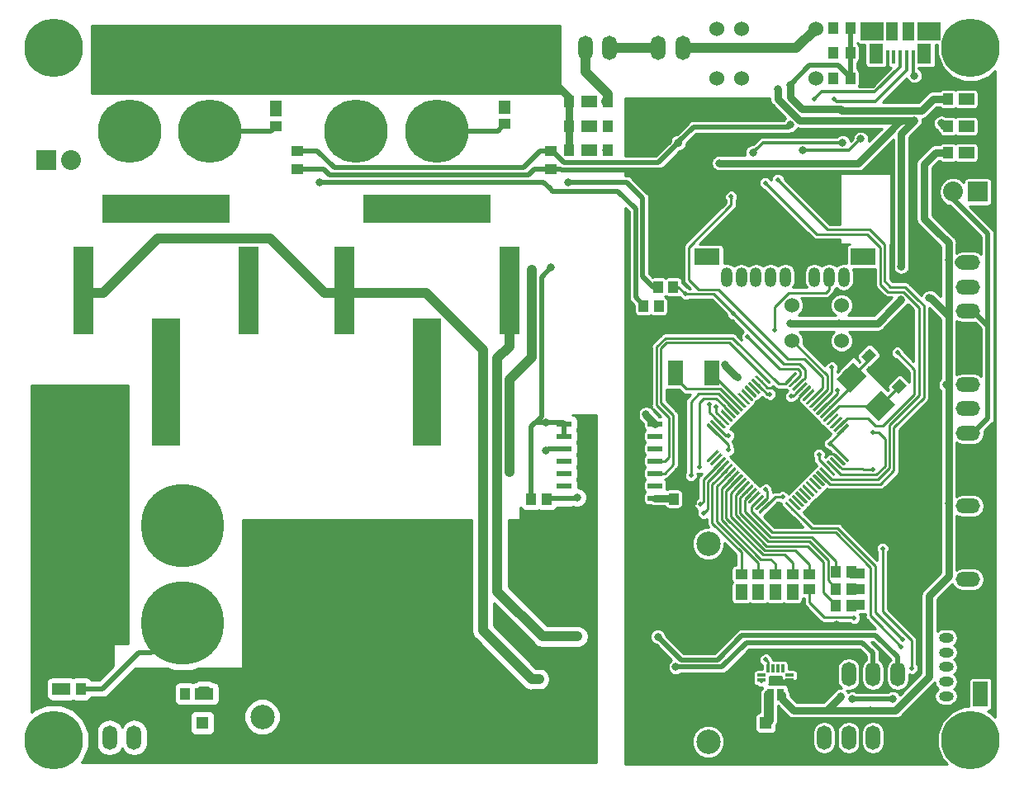
<source format=gbr>
G04 #@! TF.GenerationSoftware,KiCad,Pcbnew,(5.0.2)-1*
G04 #@! TF.CreationDate,2019-05-04T12:12:20+09:00*
G04 #@! TF.ProjectId,Electrocity_Manager,456c6563-7472-46f6-9369-74795f4d616e,rev?*
G04 #@! TF.SameCoordinates,Original*
G04 #@! TF.FileFunction,Copper,L1,Top*
G04 #@! TF.FilePolarity,Positive*
%FSLAX46Y46*%
G04 Gerber Fmt 4.6, Leading zero omitted, Abs format (unit mm)*
G04 Created by KiCad (PCBNEW (5.0.2)-1) date 2019/05/04 12:12:20*
%MOMM*%
%LPD*%
G01*
G04 APERTURE LIST*
G04 #@! TA.AperFunction,ComponentPad*
%ADD10C,2.500000*%
G04 #@! TD*
G04 #@! TA.AperFunction,SMDPad,CuDef*
%ADD11C,1.000000*%
G04 #@! TD*
G04 #@! TA.AperFunction,Conductor*
%ADD12C,0.100000*%
G04 #@! TD*
G04 #@! TA.AperFunction,SMDPad,CuDef*
%ADD13C,2.000000*%
G04 #@! TD*
G04 #@! TA.AperFunction,SMDPad,CuDef*
%ADD14R,1.000000X1.200000*%
G04 #@! TD*
G04 #@! TA.AperFunction,SMDPad,CuDef*
%ADD15R,1.200000X1.000000*%
G04 #@! TD*
G04 #@! TA.AperFunction,ComponentPad*
%ADD16C,6.500000*%
G04 #@! TD*
G04 #@! TA.AperFunction,ComponentPad*
%ADD17C,1.300000*%
G04 #@! TD*
G04 #@! TA.AperFunction,ComponentPad*
%ADD18R,1.300000X1.300000*%
G04 #@! TD*
G04 #@! TA.AperFunction,ComponentPad*
%ADD19R,2.032000X2.032000*%
G04 #@! TD*
G04 #@! TA.AperFunction,ComponentPad*
%ADD20O,2.032000X2.032000*%
G04 #@! TD*
G04 #@! TA.AperFunction,ComponentPad*
%ADD21O,2.500000X1.500000*%
G04 #@! TD*
G04 #@! TA.AperFunction,ComponentPad*
%ADD22O,1.500000X2.500000*%
G04 #@! TD*
G04 #@! TA.AperFunction,ComponentPad*
%ADD23C,8.500000*%
G04 #@! TD*
G04 #@! TA.AperFunction,SMDPad,CuDef*
%ADD24R,1.500000X2.600000*%
G04 #@! TD*
G04 #@! TA.AperFunction,ComponentPad*
%ADD25R,3.000000X13.000000*%
G04 #@! TD*
G04 #@! TA.AperFunction,ComponentPad*
%ADD26R,2.000000X9.000000*%
G04 #@! TD*
G04 #@! TA.AperFunction,ComponentPad*
%ADD27R,13.000000X3.000000*%
G04 #@! TD*
G04 #@! TA.AperFunction,ComponentPad*
%ADD28O,1.524000X1.000000*%
G04 #@! TD*
G04 #@! TA.AperFunction,ComponentPad*
%ADD29C,4.500880*%
G04 #@! TD*
G04 #@! TA.AperFunction,SMDPad,CuDef*
%ADD30R,0.400000X1.300000*%
G04 #@! TD*
G04 #@! TA.AperFunction,SMDPad,CuDef*
%ADD31R,0.850000X0.300000*%
G04 #@! TD*
G04 #@! TA.AperFunction,SMDPad,CuDef*
%ADD32R,0.300000X0.850000*%
G04 #@! TD*
G04 #@! TA.AperFunction,SMDPad,CuDef*
%ADD33R,1.500000X0.600000*%
G04 #@! TD*
G04 #@! TA.AperFunction,ComponentPad*
%ADD34C,1.524000*%
G04 #@! TD*
G04 #@! TA.AperFunction,SMDPad,CuDef*
%ADD35R,1.175000X1.900000*%
G04 #@! TD*
G04 #@! TA.AperFunction,SMDPad,CuDef*
%ADD36R,2.375000X1.900000*%
G04 #@! TD*
G04 #@! TA.AperFunction,SMDPad,CuDef*
%ADD37R,1.475000X2.100000*%
G04 #@! TD*
G04 #@! TA.AperFunction,SMDPad,CuDef*
%ADD38R,0.450000X1.380000*%
G04 #@! TD*
G04 #@! TA.AperFunction,SMDPad,CuDef*
%ADD39R,1.500000X1.000000*%
G04 #@! TD*
G04 #@! TA.AperFunction,ComponentPad*
%ADD40O,1.200000X2.000000*%
G04 #@! TD*
G04 #@! TA.AperFunction,ComponentPad*
%ADD41R,2.600000X1.700000*%
G04 #@! TD*
G04 #@! TA.AperFunction,SMDPad,CuDef*
%ADD42C,0.300000*%
G04 #@! TD*
G04 #@! TA.AperFunction,ViaPad*
%ADD43C,6.000000*%
G04 #@! TD*
G04 #@! TA.AperFunction,ViaPad*
%ADD44C,0.800000*%
G04 #@! TD*
G04 #@! TA.AperFunction,ViaPad*
%ADD45C,0.500000*%
G04 #@! TD*
G04 #@! TA.AperFunction,Conductor*
%ADD46C,0.500000*%
G04 #@! TD*
G04 #@! TA.AperFunction,Conductor*
%ADD47C,0.250000*%
G04 #@! TD*
G04 #@! TA.AperFunction,Conductor*
%ADD48C,0.300000*%
G04 #@! TD*
G04 #@! TA.AperFunction,Conductor*
%ADD49C,1.000000*%
G04 #@! TD*
G04 #@! TA.AperFunction,Conductor*
%ADD50C,0.800000*%
G04 #@! TD*
G04 #@! TA.AperFunction,Conductor*
%ADD51C,0.254000*%
G04 #@! TD*
G04 APERTURE END LIST*
D10*
G04 #@! TO.P,U9,4*
G04 #@! TO.N,Net-(U9-Pad4)*
X118110000Y-151840000D03*
G04 #@! TO.P,U9,5*
G04 #@! TO.N,GND*
X118110000Y-162000000D03*
G04 #@! TO.P,U9,6*
G04 #@! TO.N,Net-(C35-Pad1)*
X118110000Y-172160000D03*
G04 #@! TO.P,U9,3*
G04 #@! TO.N,GNDPWR*
X72390000Y-154380000D03*
G04 #@! TO.P,U9,2*
X72390000Y-164540000D03*
G04 #@! TO.P,U9,1*
G04 #@! TO.N,/24V*
X72390000Y-169620000D03*
G04 #@! TD*
D11*
G04 #@! TO.P,C5,1*
G04 #@! TO.N,/OSC_OUT*
X134578249Y-132578249D03*
D12*
G04 #@! TD*
G04 #@! TO.N,/OSC_OUT*
G04 #@! TO.C,C5*
G36*
X133800432Y-132648960D02*
X134648960Y-131800432D01*
X135356066Y-132507538D01*
X134507538Y-133356066D01*
X133800432Y-132648960D01*
X133800432Y-132648960D01*
G37*
D11*
G04 #@! TO.P,C5,2*
G04 #@! TO.N,GND*
X135907609Y-133907609D03*
D12*
G04 #@! TD*
G04 #@! TO.N,GND*
G04 #@! TO.C,C5*
G36*
X135129792Y-133978320D02*
X135978320Y-133129792D01*
X136685426Y-133836898D01*
X135836898Y-134685426D01*
X135129792Y-133978320D01*
X135129792Y-133978320D01*
G37*
D13*
G04 #@! TO.P,X1,2*
G04 #@! TO.N,/OSC_OUT*
X132800431Y-134800431D03*
D12*
G04 #@! TD*
G04 #@! TO.N,/OSC_OUT*
G04 #@! TO.C,X1*
G36*
X134356066Y-134659010D02*
X132659010Y-136356066D01*
X131244796Y-134941852D01*
X132941852Y-133244796D01*
X134356066Y-134659010D01*
X134356066Y-134659010D01*
G37*
D13*
G04 #@! TO.P,X1,1*
G04 #@! TO.N,/OSC_IN*
X135699569Y-137699569D03*
D12*
G04 #@! TD*
G04 #@! TO.N,/OSC_IN*
G04 #@! TO.C,X1*
G36*
X137255204Y-137558148D02*
X135558148Y-139255204D01*
X134143934Y-137840990D01*
X135840990Y-136143934D01*
X137255204Y-137558148D01*
X137255204Y-137558148D01*
G37*
D14*
G04 #@! TO.P,R5,1*
G04 #@! TO.N,/TIM1_CH3*
X131220000Y-156500000D03*
G04 #@! TO.P,R5,2*
G04 #@! TO.N,Net-(R5-Pad2)*
X132780000Y-156500000D03*
G04 #@! TD*
G04 #@! TO.P,R21,2*
G04 #@! TO.N,Net-(R21-Pad2)*
X132750000Y-158250000D03*
G04 #@! TO.P,R21,1*
G04 #@! TO.N,/TIM1_CH2*
X131190000Y-158250000D03*
G04 #@! TD*
G04 #@! TO.P,R1,2*
G04 #@! TO.N,Net-(R1-Pad2)*
X132780000Y-154750000D03*
G04 #@! TO.P,R1,1*
G04 #@! TO.N,/TIM1_CH4*
X131220000Y-154750000D03*
G04 #@! TD*
D15*
G04 #@! TO.P,D6,2*
G04 #@! TO.N,GND*
X123250000Y-158910000D03*
G04 #@! TO.P,D6,1*
G04 #@! TO.N,Net-(D6-Pad1)*
X123250000Y-157150000D03*
G04 #@! TD*
D16*
G04 #@! TO.P,P15,1*
G04 #@! TO.N,GNDPWR*
X90250000Y-102500000D03*
G04 #@! TO.P,P15,2*
G04 #@! TO.N,FUN_Vdd*
X90250000Y-109500000D03*
G04 #@! TD*
G04 #@! TO.P,P17,2*
G04 #@! TO.N,POWER_Vdd*
X67000000Y-109500000D03*
G04 #@! TO.P,P17,1*
G04 #@! TO.N,GNDPWR*
X67000000Y-102500000D03*
G04 #@! TD*
D14*
G04 #@! TO.P,C28,2*
G04 #@! TO.N,GND*
X116430000Y-147250000D03*
G04 #@! TO.P,C28,1*
G04 #@! TO.N,+3.3V*
X114550000Y-147250000D03*
G04 #@! TD*
D17*
G04 #@! TO.P,C32,2*
G04 #@! TO.N,GNDPWR*
X66250000Y-172750000D03*
D18*
G04 #@! TO.P,C32,1*
G04 #@! TO.N,/24V*
X66250000Y-170250000D03*
G04 #@! TD*
D15*
G04 #@! TO.P,C34,1*
G04 #@! TO.N,+3.3V*
X102000000Y-111550000D03*
G04 #@! TO.P,C34,2*
G04 #@! TO.N,GND*
X102000000Y-113430000D03*
G04 #@! TD*
D18*
G04 #@! TO.P,C35,1*
G04 #@! TO.N,Net-(C35-Pad1)*
X124000000Y-170250000D03*
D17*
G04 #@! TO.P,C35,2*
G04 #@! TO.N,GND*
X124000000Y-172750000D03*
G04 #@! TD*
D19*
G04 #@! TO.P,JP3,1*
G04 #@! TO.N,Net-(JP3-Pad1)*
X145750000Y-115750000D03*
D20*
G04 #@! TO.P,JP3,2*
G04 #@! TO.N,/CAN_L*
X143210000Y-115750000D03*
G04 #@! TD*
D21*
G04 #@! TO.P,P3,4*
G04 #@! TO.N,/CAN_L*
X144750000Y-128000000D03*
G04 #@! TO.P,P3,3*
G04 #@! TO.N,/CAN_H*
X144750000Y-125500000D03*
G04 #@! TO.P,P3,2*
G04 #@! TO.N,+12V*
X144750000Y-123000000D03*
G04 #@! TO.P,P3,1*
G04 #@! TO.N,GND*
X144750000Y-120500000D03*
G04 #@! TD*
D22*
G04 #@! TO.P,P9,2*
G04 #@! TO.N,/24V*
X59250000Y-171750000D03*
G04 #@! TO.P,P9,1*
G04 #@! TO.N,Net-(D10-Pad3)*
X56750000Y-171750000D03*
G04 #@! TD*
D23*
G04 #@! TO.P,P13,1*
G04 #@! TO.N,GNDPWR*
X53250000Y-160000000D03*
G04 #@! TO.P,P13,2*
G04 #@! TO.N,+BATT*
X64250000Y-160000000D03*
G04 #@! TD*
D16*
G04 #@! TO.P,P14,2*
G04 #@! TO.N,POWER_Vdd*
X58750000Y-109500000D03*
G04 #@! TO.P,P14,1*
G04 #@! TO.N,GNDPWR*
X58750000Y-102500000D03*
G04 #@! TD*
D23*
G04 #@! TO.P,P16,2*
G04 #@! TO.N,+BATT*
X64250000Y-150000000D03*
G04 #@! TO.P,P16,1*
G04 #@! TO.N,GNDPWR*
X53250000Y-150000000D03*
G04 #@! TD*
D16*
G04 #@! TO.P,P18,1*
G04 #@! TO.N,GNDPWR*
X82000000Y-102500000D03*
G04 #@! TO.P,P18,2*
G04 #@! TO.N,FUN_Vdd*
X82000000Y-109500000D03*
G04 #@! TD*
D24*
G04 #@! TO.P,SW1,2*
G04 #@! TO.N,GND*
X146000000Y-161700000D03*
G04 #@! TO.P,SW1,1*
G04 #@! TO.N,/~NRST*
X146000000Y-167300000D03*
G04 #@! TD*
D25*
G04 #@! TO.P,U8,30*
G04 #@! TO.N,+BATT*
X62500000Y-135250000D03*
D26*
G04 #@! TO.P,U8,86*
G04 #@! TO.N,/Relay_Out*
X54050000Y-125900000D03*
G04 #@! TO.P,U8,85*
G04 #@! TO.N,/Coil*
X70950000Y-125900000D03*
D27*
G04 #@! TO.P,U8,87*
G04 #@! TO.N,Net-(U11-Pad5)*
X62500000Y-117500000D03*
G04 #@! TD*
G04 #@! TO.P,U12,87*
G04 #@! TO.N,Net-(U12-Pad87)*
X89250000Y-117500000D03*
D26*
G04 #@! TO.P,U12,85*
G04 #@! TO.N,/Coil*
X97700000Y-125900000D03*
G04 #@! TO.P,U12,86*
G04 #@! TO.N,/Relay_Out*
X80800000Y-125900000D03*
D25*
G04 #@! TO.P,U12,30*
G04 #@! TO.N,+BATT*
X89250000Y-135250000D03*
G04 #@! TD*
D28*
G04 #@! TO.P,P1,1*
G04 #@! TO.N,GND*
X142500000Y-160000000D03*
G04 #@! TO.P,P1,2*
G04 #@! TO.N,Net-(D1-Pad1)*
X142500000Y-161500000D03*
G04 #@! TO.P,P1,3*
G04 #@! TO.N,/SWCLK*
X142500000Y-163000000D03*
G04 #@! TO.P,P1,4*
G04 #@! TO.N,/SWDIO*
X142500000Y-164500000D03*
G04 #@! TO.P,P1,5*
G04 #@! TO.N,/~NRST*
X142500000Y-166000000D03*
G04 #@! TO.P,P1,6*
G04 #@! TO.N,Net-(P1-Pad6)*
X142500000Y-167500000D03*
G04 #@! TD*
D11*
G04 #@! TO.P,C1,1*
G04 #@! TO.N,/OSC_IN*
X137671751Y-135671751D03*
D12*
G04 #@! TD*
G04 #@! TO.N,/OSC_IN*
G04 #@! TO.C,C1*
G36*
X138449568Y-135601040D02*
X137601040Y-136449568D01*
X136893934Y-135742462D01*
X137742462Y-134893934D01*
X138449568Y-135601040D01*
X138449568Y-135601040D01*
G37*
D11*
G04 #@! TO.P,C1,2*
G04 #@! TO.N,GND*
X136342391Y-134342391D03*
D12*
G04 #@! TD*
G04 #@! TO.N,GND*
G04 #@! TO.C,C1*
G36*
X137120208Y-134271680D02*
X136271680Y-135120208D01*
X135564574Y-134413102D01*
X136413102Y-133564574D01*
X137120208Y-134271680D01*
X137120208Y-134271680D01*
G37*
D15*
G04 #@! TO.P,C40,2*
G04 #@! TO.N,GND*
X76000000Y-113430000D03*
G04 #@! TO.P,C40,1*
G04 #@! TO.N,+3.3V*
X76000000Y-111550000D03*
G04 #@! TD*
D14*
G04 #@! TO.P,D2,1*
G04 #@! TO.N,Net-(D2-Pad1)*
X144870000Y-111750000D03*
G04 #@! TO.P,D2,2*
G04 #@! TO.N,GND*
X146630000Y-111750000D03*
G04 #@! TD*
G04 #@! TO.P,D3,2*
G04 #@! TO.N,GND*
X146630000Y-109000000D03*
G04 #@! TO.P,D3,1*
G04 #@! TO.N,Net-(D3-Pad1)*
X144870000Y-109000000D03*
G04 #@! TD*
G04 #@! TO.P,D4,1*
G04 #@! TO.N,Net-(D4-Pad1)*
X144870000Y-106250000D03*
G04 #@! TO.P,D4,2*
G04 #@! TO.N,GND*
X146630000Y-106250000D03*
G04 #@! TD*
D15*
G04 #@! TO.P,D5,1*
G04 #@! TO.N,Net-(D5-Pad1)*
X121500000Y-157150000D03*
G04 #@! TO.P,D5,2*
G04 #@! TO.N,GND*
X121500000Y-158910000D03*
G04 #@! TD*
G04 #@! TO.P,D7,1*
G04 #@! TO.N,Net-(D7-Pad1)*
X125000000Y-157150000D03*
G04 #@! TO.P,D7,2*
G04 #@! TO.N,GND*
X125000000Y-158910000D03*
G04 #@! TD*
G04 #@! TO.P,D8,2*
G04 #@! TO.N,GND*
X126750000Y-158910000D03*
G04 #@! TO.P,D8,1*
G04 #@! TO.N,Net-(D8-Pad1)*
X126750000Y-157150000D03*
G04 #@! TD*
D14*
G04 #@! TO.P,D14,1*
G04 #@! TO.N,Net-(D14-Pad1)*
X51380000Y-166750000D03*
G04 #@! TO.P,D14,2*
G04 #@! TO.N,GNDPWR*
X49620000Y-166750000D03*
G04 #@! TD*
G04 #@! TO.P,D15,1*
G04 #@! TO.N,Net-(D15-Pad1)*
X66870000Y-167250000D03*
G04 #@! TO.P,D15,2*
G04 #@! TO.N,GNDPWR*
X68630000Y-167250000D03*
G04 #@! TD*
D15*
G04 #@! TO.P,D16,2*
G04 #@! TO.N,GNDPWR*
X73750000Y-105120000D03*
G04 #@! TO.P,D16,1*
G04 #@! TO.N,Net-(D16-Pad1)*
X73750000Y-106880000D03*
G04 #@! TD*
G04 #@! TO.P,D17,1*
G04 #@! TO.N,Net-(D17-Pad1)*
X97250000Y-106880000D03*
G04 #@! TO.P,D17,2*
G04 #@! TO.N,GNDPWR*
X97250000Y-105120000D03*
G04 #@! TD*
D14*
G04 #@! TO.P,D18,2*
G04 #@! TO.N,GNDPWR*
X103860000Y-108990000D03*
G04 #@! TO.P,D18,1*
G04 #@! TO.N,Net-(D18-Pad1)*
X105620000Y-108990000D03*
G04 #@! TD*
G04 #@! TO.P,D19,2*
G04 #@! TO.N,GNDPWR*
X103860000Y-106490000D03*
G04 #@! TO.P,D19,1*
G04 #@! TO.N,Net-(D19-Pad1)*
X105620000Y-106490000D03*
G04 #@! TD*
G04 #@! TO.P,D20,2*
G04 #@! TO.N,GNDPWR*
X103860000Y-111490000D03*
G04 #@! TO.P,D20,1*
G04 #@! TO.N,Net-(D20-Pad1)*
X105620000Y-111490000D03*
G04 #@! TD*
D19*
G04 #@! TO.P,JP1,1*
G04 #@! TO.N,GNDPWR*
X50250000Y-112500000D03*
D20*
G04 #@! TO.P,JP1,2*
G04 #@! TO.N,/Relay_Out*
X52790000Y-112500000D03*
G04 #@! TD*
D22*
G04 #@! TO.P,P5,4*
G04 #@! TO.N,/Relay_state*
X137500000Y-165250000D03*
G04 #@! TO.P,P5,3*
G04 #@! TO.N,/Fource_shutdown*
X135000000Y-165250000D03*
G04 #@! TO.P,P5,2*
G04 #@! TO.N,+12V*
X132500000Y-165250000D03*
G04 #@! TO.P,P5,1*
G04 #@! TO.N,GND*
X130000000Y-165250000D03*
G04 #@! TD*
D21*
G04 #@! TO.P,P6,1*
G04 #@! TO.N,GND*
X144750000Y-153000000D03*
G04 #@! TO.P,P6,2*
G04 #@! TO.N,+12V*
X144750000Y-155500000D03*
G04 #@! TD*
G04 #@! TO.P,P7,2*
G04 #@! TO.N,+12V*
X144750000Y-148000000D03*
G04 #@! TO.P,P7,1*
G04 #@! TO.N,GND*
X144750000Y-145500000D03*
G04 #@! TD*
D22*
G04 #@! TO.P,P10,2*
G04 #@! TO.N,Net-(P10-Pad2)*
X108000000Y-101000000D03*
G04 #@! TO.P,P10,1*
G04 #@! TO.N,+12C*
X105500000Y-101000000D03*
G04 #@! TD*
G04 #@! TO.P,P11,1*
G04 #@! TO.N,Net-(P10-Pad2)*
X113000000Y-101000000D03*
G04 #@! TO.P,P11,2*
G04 #@! TO.N,Net-(P11-Pad2)*
X115500000Y-101000000D03*
G04 #@! TD*
D29*
G04 #@! TO.P,P12,1*
G04 #@! TO.N,GNDPWR*
X99000000Y-101500000D03*
G04 #@! TD*
D14*
G04 #@! TO.P,R2,2*
G04 #@! TO.N,+12V*
X142720000Y-111750000D03*
G04 #@! TO.P,R2,1*
G04 #@! TO.N,Net-(D2-Pad1)*
X144280000Y-111750000D03*
G04 #@! TD*
G04 #@! TO.P,R3,1*
G04 #@! TO.N,Net-(D3-Pad1)*
X144280000Y-109000000D03*
G04 #@! TO.P,R3,2*
G04 #@! TO.N,+5V*
X142720000Y-109000000D03*
G04 #@! TD*
G04 #@! TO.P,R4,2*
G04 #@! TO.N,+3.3V*
X142720000Y-106250000D03*
G04 #@! TO.P,R4,1*
G04 #@! TO.N,Net-(D4-Pad1)*
X144280000Y-106250000D03*
G04 #@! TD*
D15*
G04 #@! TO.P,R10,2*
G04 #@! TO.N,Net-(D5-Pad1)*
X121500000Y-156560000D03*
G04 #@! TO.P,R10,1*
G04 #@! TO.N,/PC6*
X121500000Y-155000000D03*
G04 #@! TD*
G04 #@! TO.P,R13,1*
G04 #@! TO.N,/PC7*
X123250000Y-155000000D03*
G04 #@! TO.P,R13,2*
G04 #@! TO.N,Net-(D6-Pad1)*
X123250000Y-156560000D03*
G04 #@! TD*
G04 #@! TO.P,R14,2*
G04 #@! TO.N,Net-(D7-Pad1)*
X125000000Y-156560000D03*
G04 #@! TO.P,R14,1*
G04 #@! TO.N,/PC8*
X125000000Y-155000000D03*
G04 #@! TD*
G04 #@! TO.P,R16,1*
G04 #@! TO.N,/PC9*
X126750000Y-155000000D03*
G04 #@! TO.P,R16,2*
G04 #@! TO.N,Net-(D8-Pad1)*
X126750000Y-156560000D03*
G04 #@! TD*
G04 #@! TO.P,R20,1*
G04 #@! TO.N,Net-(Q2-Pad1)*
X128500000Y-156530000D03*
G04 #@! TO.P,R20,2*
G04 #@! TO.N,/TIM1_CH1*
X128500000Y-154970000D03*
G04 #@! TD*
D14*
G04 #@! TO.P,R30,2*
G04 #@! TO.N,Net-(IC4-Pad4)*
X101530000Y-147250000D03*
G04 #@! TO.P,R30,1*
G04 #@! TO.N,3V3*
X99970000Y-147250000D03*
G04 #@! TD*
G04 #@! TO.P,R33,1*
G04 #@! TO.N,Net-(D14-Pad1)*
X52220000Y-166750000D03*
G04 #@! TO.P,R33,2*
G04 #@! TO.N,+BATT*
X53780000Y-166750000D03*
G04 #@! TD*
G04 #@! TO.P,R34,2*
G04 #@! TO.N,/24V*
X64470000Y-167250000D03*
G04 #@! TO.P,R34,1*
G04 #@! TO.N,Net-(D15-Pad1)*
X66030000Y-167250000D03*
G04 #@! TD*
D15*
G04 #@! TO.P,R35,1*
G04 #@! TO.N,Net-(D16-Pad1)*
X73750000Y-107470000D03*
G04 #@! TO.P,R35,2*
G04 #@! TO.N,POWER_Vdd*
X73750000Y-109030000D03*
G04 #@! TD*
G04 #@! TO.P,R36,2*
G04 #@! TO.N,FUN_Vdd*
X97250000Y-108780000D03*
G04 #@! TO.P,R36,1*
G04 #@! TO.N,Net-(D17-Pad1)*
X97250000Y-107220000D03*
G04 #@! TD*
D14*
G04 #@! TO.P,R37,1*
G04 #@! TO.N,Net-(D18-Pad1)*
X106220000Y-108990000D03*
G04 #@! TO.P,R37,2*
G04 #@! TO.N,/Coil*
X107780000Y-108990000D03*
G04 #@! TD*
G04 #@! TO.P,R38,2*
G04 #@! TO.N,+12C*
X107780000Y-106490000D03*
G04 #@! TO.P,R38,1*
G04 #@! TO.N,Net-(D19-Pad1)*
X106220000Y-106490000D03*
G04 #@! TD*
G04 #@! TO.P,R39,2*
G04 #@! TO.N,3V3*
X107780000Y-111490000D03*
G04 #@! TO.P,R39,1*
G04 #@! TO.N,Net-(D20-Pad1)*
X106220000Y-111490000D03*
G04 #@! TD*
G04 #@! TO.P,R40,1*
G04 #@! TO.N,/ADC12_IN1*
X113030000Y-127500000D03*
G04 #@! TO.P,R40,2*
G04 #@! TO.N,Net-(R40-Pad2)*
X111470000Y-127500000D03*
G04 #@! TD*
G04 #@! TO.P,R44,1*
G04 #@! TO.N,/ADC12_IN2*
X114530000Y-125500000D03*
G04 #@! TO.P,R44,2*
G04 #@! TO.N,Net-(R44-Pad2)*
X112970000Y-125500000D03*
G04 #@! TD*
D21*
G04 #@! TO.P,P2,4*
G04 #@! TO.N,/CAN_L*
X144750000Y-140500000D03*
G04 #@! TO.P,P2,3*
G04 #@! TO.N,/CAN_H*
X144750000Y-138000000D03*
G04 #@! TO.P,P2,2*
G04 #@! TO.N,+12V*
X144750000Y-135500000D03*
G04 #@! TO.P,P2,1*
G04 #@! TO.N,GND*
X144750000Y-133000000D03*
G04 #@! TD*
D30*
G04 #@! TO.P,U13,4*
G04 #@! TO.N,+12V*
X125700000Y-167350000D03*
G04 #@! TO.P,U13,2*
G04 #@! TO.N,Net-(C35-Pad1)*
X124700000Y-167350000D03*
D31*
G04 #@! TO.P,U13,12*
G04 #@! TO.N,+3.3V*
X123550000Y-165850000D03*
G04 #@! TO.P,U13,11*
G04 #@! TO.N,N/C*
X123550000Y-165350000D03*
D32*
G04 #@! TO.P,U13,10*
G04 #@! TO.N,Net-(R47-Pad2)*
X124250000Y-164650000D03*
G04 #@! TO.P,U13,9*
G04 #@! TO.N,N/C*
X124750000Y-164650000D03*
G04 #@! TO.P,U13,8*
X125250000Y-164650000D03*
G04 #@! TO.P,U13,7*
X125750000Y-164650000D03*
D31*
G04 #@! TO.P,U13,6*
X126450000Y-165350000D03*
G04 #@! TO.P,U13,5*
G04 #@! TO.N,GND*
X126450000Y-165850000D03*
D30*
G04 #@! TO.P,U13,3*
G04 #@! TO.N,+12V*
X125300000Y-167350000D03*
G04 #@! TO.P,U13,1*
G04 #@! TO.N,Net-(C35-Pad1)*
X124300000Y-167350000D03*
G04 #@! TD*
D33*
G04 #@! TO.P,U6,1*
G04 #@! TO.N,3V3*
X103350000Y-139555000D03*
G04 #@! TO.P,U6,2*
X103350000Y-140825000D03*
G04 #@! TO.P,U6,3*
G04 #@! TO.N,/Voltage*
X103350000Y-142095000D03*
G04 #@! TO.P,U6,4*
G04 #@! TO.N,Net-(U6-Pad4)*
X103350000Y-143365000D03*
G04 #@! TO.P,U6,5*
G04 #@! TO.N,Net-(U6-Pad5)*
X103350000Y-144635000D03*
G04 #@! TO.P,U6,6*
G04 #@! TO.N,Net-(U6-Pad6)*
X103350000Y-145905000D03*
G04 #@! TO.P,U6,7*
G04 #@! TO.N,Net-(IC4-Pad4)*
X103350000Y-147175000D03*
G04 #@! TO.P,U6,8*
G04 #@! TO.N,GNDPWR*
X103350000Y-148445000D03*
G04 #@! TO.P,U6,9*
G04 #@! TO.N,GND*
X112650000Y-148445000D03*
G04 #@! TO.P,U6,10*
G04 #@! TO.N,+3.3V*
X112650000Y-147175000D03*
G04 #@! TO.P,U6,11*
G04 #@! TO.N,Net-(U6-Pad11)*
X112650000Y-145905000D03*
G04 #@! TO.P,U6,12*
G04 #@! TO.N,/USART2_RX*
X112650000Y-144635000D03*
G04 #@! TO.P,U6,13*
G04 #@! TO.N,/USART2_TX*
X112650000Y-143365000D03*
G04 #@! TO.P,U6,14*
G04 #@! TO.N,Net-(U6-Pad14)*
X112650000Y-142095000D03*
G04 #@! TO.P,U6,15*
G04 #@! TO.N,Net-(U6-Pad15)*
X112650000Y-140825000D03*
G04 #@! TO.P,U6,16*
G04 #@! TO.N,+3.3V*
X112650000Y-139555000D03*
G04 #@! TD*
D22*
G04 #@! TO.P,P4,4*
G04 #@! TO.N,/Relay_state*
X130000000Y-171750000D03*
G04 #@! TO.P,P4,3*
G04 #@! TO.N,/Fource_shutdown*
X132500000Y-171750000D03*
G04 #@! TO.P,P4,2*
G04 #@! TO.N,+12V*
X135000000Y-171750000D03*
G04 #@! TO.P,P4,1*
G04 #@! TO.N,GND*
X137500000Y-171750000D03*
G04 #@! TD*
D14*
G04 #@! TO.P,D26,2*
G04 #@! TO.N,Net-(D26-Pad2)*
X130920000Y-104100000D03*
G04 #@! TO.P,D26,1*
G04 #@! TO.N,+3.3V*
X132680000Y-104100000D03*
G04 #@! TD*
G04 #@! TO.P,D27,1*
G04 #@! TO.N,+3.3V*
X132680000Y-101500000D03*
G04 #@! TO.P,D27,2*
G04 #@! TO.N,Net-(D27-Pad2)*
X130920000Y-101500000D03*
G04 #@! TD*
G04 #@! TO.P,D28,2*
G04 #@! TO.N,Net-(D28-Pad2)*
X130920000Y-98950000D03*
G04 #@! TO.P,D28,1*
G04 #@! TO.N,+3.3V*
X132680000Y-98950000D03*
G04 #@! TD*
D34*
G04 #@! TO.P,U22,1*
G04 #@! TO.N,Net-(P11-Pad2)*
X129160000Y-99000000D03*
X129160000Y-104080000D03*
G04 #@! TO.P,U22,5*
G04 #@! TO.N,+5V*
X121540000Y-99000000D03*
G04 #@! TO.P,U22,2*
G04 #@! TO.N,Net-(D25-Pad1)*
X121540000Y-104080000D03*
G04 #@! TO.P,U22,3*
G04 #@! TO.N,Net-(U22-Pad3)*
X119000000Y-104080000D03*
G04 #@! TO.P,U22,4*
G04 #@! TO.N,/Coil*
X119000000Y-99000000D03*
G04 #@! TD*
D35*
G04 #@! TO.P,J1,6*
G04 #@! TO.N,Net-(J1-Pad6)*
X136960000Y-99250000D03*
X138640000Y-99250000D03*
D36*
X134890000Y-99250000D03*
X140710000Y-99250000D03*
D37*
X135337500Y-101550000D03*
X140262500Y-101550000D03*
D38*
G04 #@! TO.P,J1,5*
G04 #@! TO.N,GND*
X136500000Y-101910000D03*
G04 #@! TO.P,J1,4*
G04 #@! TO.N,Net-(J1-Pad4)*
X137150000Y-101910000D03*
G04 #@! TO.P,J1,3*
G04 #@! TO.N,/D+*
X137800000Y-101910000D03*
G04 #@! TO.P,J1,2*
G04 #@! TO.N,/D-*
X138450000Y-101910000D03*
G04 #@! TO.P,J1,1*
G04 #@! TO.N,Net-(D29-Pad1)*
X139100000Y-101910000D03*
G04 #@! TD*
D34*
G04 #@! TO.P,U20,3*
G04 #@! TO.N,+5V*
X131790000Y-131000000D03*
G04 #@! TO.P,U20,2*
G04 #@! TO.N,GND*
X129250000Y-131000000D03*
G04 #@! TO.P,U20,1*
G04 #@! TO.N,/PC1*
X126710000Y-131000000D03*
G04 #@! TD*
G04 #@! TO.P,U21,1*
G04 #@! TO.N,/PC0*
X131790000Y-127400000D03*
G04 #@! TO.P,U21,2*
G04 #@! TO.N,GND*
X129250000Y-127400000D03*
G04 #@! TO.P,U21,3*
G04 #@! TO.N,+5V*
X126710000Y-127400000D03*
G04 #@! TD*
D24*
G04 #@! TO.P,SW2,2*
G04 #@! TO.N,/PC5*
X114750000Y-134300000D03*
G04 #@! TO.P,SW2,1*
G04 #@! TO.N,GND*
X114750000Y-128700000D03*
G04 #@! TD*
G04 #@! TO.P,SW3,1*
G04 #@! TO.N,GND*
X118500000Y-128700000D03*
G04 #@! TO.P,SW3,2*
G04 #@! TO.N,/PC4*
X118500000Y-134300000D03*
G04 #@! TD*
D39*
G04 #@! TO.P,U3,6*
G04 #@! TO.N,GND*
X138400000Y-154900000D03*
G04 #@! TO.P,U3,5*
X138400000Y-156500000D03*
G04 #@! TO.P,U3,4*
X138400000Y-158100000D03*
G04 #@! TO.P,U3,3*
G04 #@! TO.N,Net-(R21-Pad2)*
X133400000Y-158100000D03*
G04 #@! TO.P,U3,2*
G04 #@! TO.N,Net-(R5-Pad2)*
X133400000Y-156500000D03*
G04 #@! TO.P,U3,1*
G04 #@! TO.N,Net-(R1-Pad2)*
X133400000Y-154900000D03*
G04 #@! TD*
D40*
G04 #@! TO.P,U4,9*
G04 #@! TO.N,+3.3V*
X132000000Y-124500000D03*
G04 #@! TO.P,U4,8*
G04 #@! TO.N,/I2C2_SCL*
X130500000Y-124500000D03*
G04 #@! TO.P,U4,7*
G04 #@! TO.N,/I2C2_SDA*
X129000000Y-124500000D03*
G04 #@! TO.P,U4,6*
G04 #@! TO.N,GND*
X127500000Y-124500000D03*
G04 #@! TO.P,U4,5*
G04 #@! TO.N,+3.3V*
X126000000Y-124500000D03*
G04 #@! TO.P,U4,4*
G04 #@! TO.N,Net-(C21-Pad1)*
X124500000Y-124500000D03*
G04 #@! TO.P,U4,3*
G04 #@! TO.N,Net-(C21-Pad2)*
X123000000Y-124500000D03*
G04 #@! TO.P,U4,2*
G04 #@! TO.N,Net-(C20-Pad2)*
X121500000Y-124500000D03*
G04 #@! TO.P,U4,1*
G04 #@! TO.N,Net-(U4-Pad1)*
X120000000Y-124500000D03*
D41*
G04 #@! TO.P,U4,11*
G04 #@! TO.N,Net-(R29-Pad2)*
X134000000Y-122400000D03*
G04 #@! TO.P,U4,10*
G04 #@! TO.N,+3.3V*
X118000000Y-122400000D03*
G04 #@! TD*
D12*
G04 #@! TO.N,+3.3V*
G04 #@! TO.C,U2*
G36*
X132363774Y-139516172D02*
X132371055Y-139517252D01*
X132378194Y-139519040D01*
X132385124Y-139521520D01*
X132391778Y-139524667D01*
X132398091Y-139528451D01*
X132404002Y-139532835D01*
X132409456Y-139537778D01*
X132515522Y-139643844D01*
X132520465Y-139649298D01*
X132524849Y-139655209D01*
X132528633Y-139661522D01*
X132531780Y-139668176D01*
X132534260Y-139675106D01*
X132536048Y-139682245D01*
X132537128Y-139689526D01*
X132537489Y-139696877D01*
X132537128Y-139704228D01*
X132536048Y-139711509D01*
X132534260Y-139718648D01*
X132531780Y-139725578D01*
X132528633Y-139732232D01*
X132524849Y-139738545D01*
X132520465Y-139744456D01*
X132515522Y-139749910D01*
X131525572Y-140739860D01*
X131520118Y-140744803D01*
X131514207Y-140749187D01*
X131507894Y-140752971D01*
X131501240Y-140756118D01*
X131494310Y-140758598D01*
X131487171Y-140760386D01*
X131479890Y-140761466D01*
X131472539Y-140761827D01*
X131465188Y-140761466D01*
X131457907Y-140760386D01*
X131450768Y-140758598D01*
X131443838Y-140756118D01*
X131437184Y-140752971D01*
X131430871Y-140749187D01*
X131424960Y-140744803D01*
X131419506Y-140739860D01*
X131313440Y-140633794D01*
X131308497Y-140628340D01*
X131304113Y-140622429D01*
X131300329Y-140616116D01*
X131297182Y-140609462D01*
X131294702Y-140602532D01*
X131292914Y-140595393D01*
X131291834Y-140588112D01*
X131291473Y-140580761D01*
X131291834Y-140573410D01*
X131292914Y-140566129D01*
X131294702Y-140558990D01*
X131297182Y-140552060D01*
X131300329Y-140545406D01*
X131304113Y-140539093D01*
X131308497Y-140533182D01*
X131313440Y-140527728D01*
X132303390Y-139537778D01*
X132308844Y-139532835D01*
X132314755Y-139528451D01*
X132321068Y-139524667D01*
X132327722Y-139521520D01*
X132334652Y-139519040D01*
X132341791Y-139517252D01*
X132349072Y-139516172D01*
X132356423Y-139515811D01*
X132363774Y-139516172D01*
X132363774Y-139516172D01*
G37*
D42*
G04 #@! TD*
G04 #@! TO.P,U2,1*
G04 #@! TO.N,+3.3V*
X131914481Y-140138819D03*
D12*
G04 #@! TO.N,/PC13*
G04 #@! TO.C,U2*
G36*
X132010221Y-139162619D02*
X132017502Y-139163699D01*
X132024641Y-139165487D01*
X132031571Y-139167967D01*
X132038225Y-139171114D01*
X132044538Y-139174898D01*
X132050449Y-139179282D01*
X132055903Y-139184225D01*
X132161969Y-139290291D01*
X132166912Y-139295745D01*
X132171296Y-139301656D01*
X132175080Y-139307969D01*
X132178227Y-139314623D01*
X132180707Y-139321553D01*
X132182495Y-139328692D01*
X132183575Y-139335973D01*
X132183936Y-139343324D01*
X132183575Y-139350675D01*
X132182495Y-139357956D01*
X132180707Y-139365095D01*
X132178227Y-139372025D01*
X132175080Y-139378679D01*
X132171296Y-139384992D01*
X132166912Y-139390903D01*
X132161969Y-139396357D01*
X131172019Y-140386307D01*
X131166565Y-140391250D01*
X131160654Y-140395634D01*
X131154341Y-140399418D01*
X131147687Y-140402565D01*
X131140757Y-140405045D01*
X131133618Y-140406833D01*
X131126337Y-140407913D01*
X131118986Y-140408274D01*
X131111635Y-140407913D01*
X131104354Y-140406833D01*
X131097215Y-140405045D01*
X131090285Y-140402565D01*
X131083631Y-140399418D01*
X131077318Y-140395634D01*
X131071407Y-140391250D01*
X131065953Y-140386307D01*
X130959887Y-140280241D01*
X130954944Y-140274787D01*
X130950560Y-140268876D01*
X130946776Y-140262563D01*
X130943629Y-140255909D01*
X130941149Y-140248979D01*
X130939361Y-140241840D01*
X130938281Y-140234559D01*
X130937920Y-140227208D01*
X130938281Y-140219857D01*
X130939361Y-140212576D01*
X130941149Y-140205437D01*
X130943629Y-140198507D01*
X130946776Y-140191853D01*
X130950560Y-140185540D01*
X130954944Y-140179629D01*
X130959887Y-140174175D01*
X131949837Y-139184225D01*
X131955291Y-139179282D01*
X131961202Y-139174898D01*
X131967515Y-139171114D01*
X131974169Y-139167967D01*
X131981099Y-139165487D01*
X131988238Y-139163699D01*
X131995519Y-139162619D01*
X132002870Y-139162258D01*
X132010221Y-139162619D01*
X132010221Y-139162619D01*
G37*
D42*
G04 #@! TD*
G04 #@! TO.P,U2,2*
G04 #@! TO.N,/PC13*
X131560928Y-139785266D03*
D12*
G04 #@! TO.N,Net-(U2-Pad3)*
G04 #@! TO.C,U2*
G36*
X131656668Y-138809066D02*
X131663949Y-138810146D01*
X131671088Y-138811934D01*
X131678018Y-138814414D01*
X131684672Y-138817561D01*
X131690985Y-138821345D01*
X131696896Y-138825729D01*
X131702350Y-138830672D01*
X131808416Y-138936738D01*
X131813359Y-138942192D01*
X131817743Y-138948103D01*
X131821527Y-138954416D01*
X131824674Y-138961070D01*
X131827154Y-138968000D01*
X131828942Y-138975139D01*
X131830022Y-138982420D01*
X131830383Y-138989771D01*
X131830022Y-138997122D01*
X131828942Y-139004403D01*
X131827154Y-139011542D01*
X131824674Y-139018472D01*
X131821527Y-139025126D01*
X131817743Y-139031439D01*
X131813359Y-139037350D01*
X131808416Y-139042804D01*
X130818466Y-140032754D01*
X130813012Y-140037697D01*
X130807101Y-140042081D01*
X130800788Y-140045865D01*
X130794134Y-140049012D01*
X130787204Y-140051492D01*
X130780065Y-140053280D01*
X130772784Y-140054360D01*
X130765433Y-140054721D01*
X130758082Y-140054360D01*
X130750801Y-140053280D01*
X130743662Y-140051492D01*
X130736732Y-140049012D01*
X130730078Y-140045865D01*
X130723765Y-140042081D01*
X130717854Y-140037697D01*
X130712400Y-140032754D01*
X130606334Y-139926688D01*
X130601391Y-139921234D01*
X130597007Y-139915323D01*
X130593223Y-139909010D01*
X130590076Y-139902356D01*
X130587596Y-139895426D01*
X130585808Y-139888287D01*
X130584728Y-139881006D01*
X130584367Y-139873655D01*
X130584728Y-139866304D01*
X130585808Y-139859023D01*
X130587596Y-139851884D01*
X130590076Y-139844954D01*
X130593223Y-139838300D01*
X130597007Y-139831987D01*
X130601391Y-139826076D01*
X130606334Y-139820622D01*
X131596284Y-138830672D01*
X131601738Y-138825729D01*
X131607649Y-138821345D01*
X131613962Y-138817561D01*
X131620616Y-138814414D01*
X131627546Y-138811934D01*
X131634685Y-138810146D01*
X131641966Y-138809066D01*
X131649317Y-138808705D01*
X131656668Y-138809066D01*
X131656668Y-138809066D01*
G37*
D42*
G04 #@! TD*
G04 #@! TO.P,U2,3*
G04 #@! TO.N,Net-(U2-Pad3)*
X131207375Y-139431713D03*
D12*
G04 #@! TO.N,/PC15*
G04 #@! TO.C,U2*
G36*
X131303114Y-138455512D02*
X131310395Y-138456592D01*
X131317534Y-138458380D01*
X131324464Y-138460860D01*
X131331118Y-138464007D01*
X131337431Y-138467791D01*
X131343342Y-138472175D01*
X131348796Y-138477118D01*
X131454862Y-138583184D01*
X131459805Y-138588638D01*
X131464189Y-138594549D01*
X131467973Y-138600862D01*
X131471120Y-138607516D01*
X131473600Y-138614446D01*
X131475388Y-138621585D01*
X131476468Y-138628866D01*
X131476829Y-138636217D01*
X131476468Y-138643568D01*
X131475388Y-138650849D01*
X131473600Y-138657988D01*
X131471120Y-138664918D01*
X131467973Y-138671572D01*
X131464189Y-138677885D01*
X131459805Y-138683796D01*
X131454862Y-138689250D01*
X130464912Y-139679200D01*
X130459458Y-139684143D01*
X130453547Y-139688527D01*
X130447234Y-139692311D01*
X130440580Y-139695458D01*
X130433650Y-139697938D01*
X130426511Y-139699726D01*
X130419230Y-139700806D01*
X130411879Y-139701167D01*
X130404528Y-139700806D01*
X130397247Y-139699726D01*
X130390108Y-139697938D01*
X130383178Y-139695458D01*
X130376524Y-139692311D01*
X130370211Y-139688527D01*
X130364300Y-139684143D01*
X130358846Y-139679200D01*
X130252780Y-139573134D01*
X130247837Y-139567680D01*
X130243453Y-139561769D01*
X130239669Y-139555456D01*
X130236522Y-139548802D01*
X130234042Y-139541872D01*
X130232254Y-139534733D01*
X130231174Y-139527452D01*
X130230813Y-139520101D01*
X130231174Y-139512750D01*
X130232254Y-139505469D01*
X130234042Y-139498330D01*
X130236522Y-139491400D01*
X130239669Y-139484746D01*
X130243453Y-139478433D01*
X130247837Y-139472522D01*
X130252780Y-139467068D01*
X131242730Y-138477118D01*
X131248184Y-138472175D01*
X131254095Y-138467791D01*
X131260408Y-138464007D01*
X131267062Y-138460860D01*
X131273992Y-138458380D01*
X131281131Y-138456592D01*
X131288412Y-138455512D01*
X131295763Y-138455151D01*
X131303114Y-138455512D01*
X131303114Y-138455512D01*
G37*
D42*
G04 #@! TD*
G04 #@! TO.P,U2,4*
G04 #@! TO.N,/PC15*
X130853821Y-139078159D03*
D12*
G04 #@! TO.N,/OSC_IN*
G04 #@! TO.C,U2*
G36*
X130949561Y-138101959D02*
X130956842Y-138103039D01*
X130963981Y-138104827D01*
X130970911Y-138107307D01*
X130977565Y-138110454D01*
X130983878Y-138114238D01*
X130989789Y-138118622D01*
X130995243Y-138123565D01*
X131101309Y-138229631D01*
X131106252Y-138235085D01*
X131110636Y-138240996D01*
X131114420Y-138247309D01*
X131117567Y-138253963D01*
X131120047Y-138260893D01*
X131121835Y-138268032D01*
X131122915Y-138275313D01*
X131123276Y-138282664D01*
X131122915Y-138290015D01*
X131121835Y-138297296D01*
X131120047Y-138304435D01*
X131117567Y-138311365D01*
X131114420Y-138318019D01*
X131110636Y-138324332D01*
X131106252Y-138330243D01*
X131101309Y-138335697D01*
X130111359Y-139325647D01*
X130105905Y-139330590D01*
X130099994Y-139334974D01*
X130093681Y-139338758D01*
X130087027Y-139341905D01*
X130080097Y-139344385D01*
X130072958Y-139346173D01*
X130065677Y-139347253D01*
X130058326Y-139347614D01*
X130050975Y-139347253D01*
X130043694Y-139346173D01*
X130036555Y-139344385D01*
X130029625Y-139341905D01*
X130022971Y-139338758D01*
X130016658Y-139334974D01*
X130010747Y-139330590D01*
X130005293Y-139325647D01*
X129899227Y-139219581D01*
X129894284Y-139214127D01*
X129889900Y-139208216D01*
X129886116Y-139201903D01*
X129882969Y-139195249D01*
X129880489Y-139188319D01*
X129878701Y-139181180D01*
X129877621Y-139173899D01*
X129877260Y-139166548D01*
X129877621Y-139159197D01*
X129878701Y-139151916D01*
X129880489Y-139144777D01*
X129882969Y-139137847D01*
X129886116Y-139131193D01*
X129889900Y-139124880D01*
X129894284Y-139118969D01*
X129899227Y-139113515D01*
X130889177Y-138123565D01*
X130894631Y-138118622D01*
X130900542Y-138114238D01*
X130906855Y-138110454D01*
X130913509Y-138107307D01*
X130920439Y-138104827D01*
X130927578Y-138103039D01*
X130934859Y-138101959D01*
X130942210Y-138101598D01*
X130949561Y-138101959D01*
X130949561Y-138101959D01*
G37*
D42*
G04 #@! TD*
G04 #@! TO.P,U2,5*
G04 #@! TO.N,/OSC_IN*
X130500268Y-138724606D03*
D12*
G04 #@! TO.N,/OSC_OUT*
G04 #@! TO.C,U2*
G36*
X130596007Y-137748405D02*
X130603288Y-137749485D01*
X130610427Y-137751273D01*
X130617357Y-137753753D01*
X130624011Y-137756900D01*
X130630324Y-137760684D01*
X130636235Y-137765068D01*
X130641689Y-137770011D01*
X130747755Y-137876077D01*
X130752698Y-137881531D01*
X130757082Y-137887442D01*
X130760866Y-137893755D01*
X130764013Y-137900409D01*
X130766493Y-137907339D01*
X130768281Y-137914478D01*
X130769361Y-137921759D01*
X130769722Y-137929110D01*
X130769361Y-137936461D01*
X130768281Y-137943742D01*
X130766493Y-137950881D01*
X130764013Y-137957811D01*
X130760866Y-137964465D01*
X130757082Y-137970778D01*
X130752698Y-137976689D01*
X130747755Y-137982143D01*
X129757805Y-138972093D01*
X129752351Y-138977036D01*
X129746440Y-138981420D01*
X129740127Y-138985204D01*
X129733473Y-138988351D01*
X129726543Y-138990831D01*
X129719404Y-138992619D01*
X129712123Y-138993699D01*
X129704772Y-138994060D01*
X129697421Y-138993699D01*
X129690140Y-138992619D01*
X129683001Y-138990831D01*
X129676071Y-138988351D01*
X129669417Y-138985204D01*
X129663104Y-138981420D01*
X129657193Y-138977036D01*
X129651739Y-138972093D01*
X129545673Y-138866027D01*
X129540730Y-138860573D01*
X129536346Y-138854662D01*
X129532562Y-138848349D01*
X129529415Y-138841695D01*
X129526935Y-138834765D01*
X129525147Y-138827626D01*
X129524067Y-138820345D01*
X129523706Y-138812994D01*
X129524067Y-138805643D01*
X129525147Y-138798362D01*
X129526935Y-138791223D01*
X129529415Y-138784293D01*
X129532562Y-138777639D01*
X129536346Y-138771326D01*
X129540730Y-138765415D01*
X129545673Y-138759961D01*
X130535623Y-137770011D01*
X130541077Y-137765068D01*
X130546988Y-137760684D01*
X130553301Y-137756900D01*
X130559955Y-137753753D01*
X130566885Y-137751273D01*
X130574024Y-137749485D01*
X130581305Y-137748405D01*
X130588656Y-137748044D01*
X130596007Y-137748405D01*
X130596007Y-137748405D01*
G37*
D42*
G04 #@! TD*
G04 #@! TO.P,U2,6*
G04 #@! TO.N,/OSC_OUT*
X130146714Y-138371052D03*
D12*
G04 #@! TO.N,/~NRST*
G04 #@! TO.C,U2*
G36*
X130242454Y-137394852D02*
X130249735Y-137395932D01*
X130256874Y-137397720D01*
X130263804Y-137400200D01*
X130270458Y-137403347D01*
X130276771Y-137407131D01*
X130282682Y-137411515D01*
X130288136Y-137416458D01*
X130394202Y-137522524D01*
X130399145Y-137527978D01*
X130403529Y-137533889D01*
X130407313Y-137540202D01*
X130410460Y-137546856D01*
X130412940Y-137553786D01*
X130414728Y-137560925D01*
X130415808Y-137568206D01*
X130416169Y-137575557D01*
X130415808Y-137582908D01*
X130414728Y-137590189D01*
X130412940Y-137597328D01*
X130410460Y-137604258D01*
X130407313Y-137610912D01*
X130403529Y-137617225D01*
X130399145Y-137623136D01*
X130394202Y-137628590D01*
X129404252Y-138618540D01*
X129398798Y-138623483D01*
X129392887Y-138627867D01*
X129386574Y-138631651D01*
X129379920Y-138634798D01*
X129372990Y-138637278D01*
X129365851Y-138639066D01*
X129358570Y-138640146D01*
X129351219Y-138640507D01*
X129343868Y-138640146D01*
X129336587Y-138639066D01*
X129329448Y-138637278D01*
X129322518Y-138634798D01*
X129315864Y-138631651D01*
X129309551Y-138627867D01*
X129303640Y-138623483D01*
X129298186Y-138618540D01*
X129192120Y-138512474D01*
X129187177Y-138507020D01*
X129182793Y-138501109D01*
X129179009Y-138494796D01*
X129175862Y-138488142D01*
X129173382Y-138481212D01*
X129171594Y-138474073D01*
X129170514Y-138466792D01*
X129170153Y-138459441D01*
X129170514Y-138452090D01*
X129171594Y-138444809D01*
X129173382Y-138437670D01*
X129175862Y-138430740D01*
X129179009Y-138424086D01*
X129182793Y-138417773D01*
X129187177Y-138411862D01*
X129192120Y-138406408D01*
X130182070Y-137416458D01*
X130187524Y-137411515D01*
X130193435Y-137407131D01*
X130199748Y-137403347D01*
X130206402Y-137400200D01*
X130213332Y-137397720D01*
X130220471Y-137395932D01*
X130227752Y-137394852D01*
X130235103Y-137394491D01*
X130242454Y-137394852D01*
X130242454Y-137394852D01*
G37*
D42*
G04 #@! TD*
G04 #@! TO.P,U2,7*
G04 #@! TO.N,/~NRST*
X129793161Y-138017499D03*
D12*
G04 #@! TO.N,/PC0*
G04 #@! TO.C,U2*
G36*
X129888901Y-137041299D02*
X129896182Y-137042379D01*
X129903321Y-137044167D01*
X129910251Y-137046647D01*
X129916905Y-137049794D01*
X129923218Y-137053578D01*
X129929129Y-137057962D01*
X129934583Y-137062905D01*
X130040649Y-137168971D01*
X130045592Y-137174425D01*
X130049976Y-137180336D01*
X130053760Y-137186649D01*
X130056907Y-137193303D01*
X130059387Y-137200233D01*
X130061175Y-137207372D01*
X130062255Y-137214653D01*
X130062616Y-137222004D01*
X130062255Y-137229355D01*
X130061175Y-137236636D01*
X130059387Y-137243775D01*
X130056907Y-137250705D01*
X130053760Y-137257359D01*
X130049976Y-137263672D01*
X130045592Y-137269583D01*
X130040649Y-137275037D01*
X129050699Y-138264987D01*
X129045245Y-138269930D01*
X129039334Y-138274314D01*
X129033021Y-138278098D01*
X129026367Y-138281245D01*
X129019437Y-138283725D01*
X129012298Y-138285513D01*
X129005017Y-138286593D01*
X128997666Y-138286954D01*
X128990315Y-138286593D01*
X128983034Y-138285513D01*
X128975895Y-138283725D01*
X128968965Y-138281245D01*
X128962311Y-138278098D01*
X128955998Y-138274314D01*
X128950087Y-138269930D01*
X128944633Y-138264987D01*
X128838567Y-138158921D01*
X128833624Y-138153467D01*
X128829240Y-138147556D01*
X128825456Y-138141243D01*
X128822309Y-138134589D01*
X128819829Y-138127659D01*
X128818041Y-138120520D01*
X128816961Y-138113239D01*
X128816600Y-138105888D01*
X128816961Y-138098537D01*
X128818041Y-138091256D01*
X128819829Y-138084117D01*
X128822309Y-138077187D01*
X128825456Y-138070533D01*
X128829240Y-138064220D01*
X128833624Y-138058309D01*
X128838567Y-138052855D01*
X129828517Y-137062905D01*
X129833971Y-137057962D01*
X129839882Y-137053578D01*
X129846195Y-137049794D01*
X129852849Y-137046647D01*
X129859779Y-137044167D01*
X129866918Y-137042379D01*
X129874199Y-137041299D01*
X129881550Y-137040938D01*
X129888901Y-137041299D01*
X129888901Y-137041299D01*
G37*
D42*
G04 #@! TD*
G04 #@! TO.P,U2,8*
G04 #@! TO.N,/PC0*
X129439608Y-137663946D03*
D12*
G04 #@! TO.N,/PC1*
G04 #@! TO.C,U2*
G36*
X129535347Y-136687745D02*
X129542628Y-136688825D01*
X129549767Y-136690613D01*
X129556697Y-136693093D01*
X129563351Y-136696240D01*
X129569664Y-136700024D01*
X129575575Y-136704408D01*
X129581029Y-136709351D01*
X129687095Y-136815417D01*
X129692038Y-136820871D01*
X129696422Y-136826782D01*
X129700206Y-136833095D01*
X129703353Y-136839749D01*
X129705833Y-136846679D01*
X129707621Y-136853818D01*
X129708701Y-136861099D01*
X129709062Y-136868450D01*
X129708701Y-136875801D01*
X129707621Y-136883082D01*
X129705833Y-136890221D01*
X129703353Y-136897151D01*
X129700206Y-136903805D01*
X129696422Y-136910118D01*
X129692038Y-136916029D01*
X129687095Y-136921483D01*
X128697145Y-137911433D01*
X128691691Y-137916376D01*
X128685780Y-137920760D01*
X128679467Y-137924544D01*
X128672813Y-137927691D01*
X128665883Y-137930171D01*
X128658744Y-137931959D01*
X128651463Y-137933039D01*
X128644112Y-137933400D01*
X128636761Y-137933039D01*
X128629480Y-137931959D01*
X128622341Y-137930171D01*
X128615411Y-137927691D01*
X128608757Y-137924544D01*
X128602444Y-137920760D01*
X128596533Y-137916376D01*
X128591079Y-137911433D01*
X128485013Y-137805367D01*
X128480070Y-137799913D01*
X128475686Y-137794002D01*
X128471902Y-137787689D01*
X128468755Y-137781035D01*
X128466275Y-137774105D01*
X128464487Y-137766966D01*
X128463407Y-137759685D01*
X128463046Y-137752334D01*
X128463407Y-137744983D01*
X128464487Y-137737702D01*
X128466275Y-137730563D01*
X128468755Y-137723633D01*
X128471902Y-137716979D01*
X128475686Y-137710666D01*
X128480070Y-137704755D01*
X128485013Y-137699301D01*
X129474963Y-136709351D01*
X129480417Y-136704408D01*
X129486328Y-136700024D01*
X129492641Y-136696240D01*
X129499295Y-136693093D01*
X129506225Y-136690613D01*
X129513364Y-136688825D01*
X129520645Y-136687745D01*
X129527996Y-136687384D01*
X129535347Y-136687745D01*
X129535347Y-136687745D01*
G37*
D42*
G04 #@! TD*
G04 #@! TO.P,U2,9*
G04 #@! TO.N,/PC1*
X129086054Y-137310392D03*
D12*
G04 #@! TO.N,/PC2*
G04 #@! TO.C,U2*
G36*
X129181794Y-136334192D02*
X129189075Y-136335272D01*
X129196214Y-136337060D01*
X129203144Y-136339540D01*
X129209798Y-136342687D01*
X129216111Y-136346471D01*
X129222022Y-136350855D01*
X129227476Y-136355798D01*
X129333542Y-136461864D01*
X129338485Y-136467318D01*
X129342869Y-136473229D01*
X129346653Y-136479542D01*
X129349800Y-136486196D01*
X129352280Y-136493126D01*
X129354068Y-136500265D01*
X129355148Y-136507546D01*
X129355509Y-136514897D01*
X129355148Y-136522248D01*
X129354068Y-136529529D01*
X129352280Y-136536668D01*
X129349800Y-136543598D01*
X129346653Y-136550252D01*
X129342869Y-136556565D01*
X129338485Y-136562476D01*
X129333542Y-136567930D01*
X128343592Y-137557880D01*
X128338138Y-137562823D01*
X128332227Y-137567207D01*
X128325914Y-137570991D01*
X128319260Y-137574138D01*
X128312330Y-137576618D01*
X128305191Y-137578406D01*
X128297910Y-137579486D01*
X128290559Y-137579847D01*
X128283208Y-137579486D01*
X128275927Y-137578406D01*
X128268788Y-137576618D01*
X128261858Y-137574138D01*
X128255204Y-137570991D01*
X128248891Y-137567207D01*
X128242980Y-137562823D01*
X128237526Y-137557880D01*
X128131460Y-137451814D01*
X128126517Y-137446360D01*
X128122133Y-137440449D01*
X128118349Y-137434136D01*
X128115202Y-137427482D01*
X128112722Y-137420552D01*
X128110934Y-137413413D01*
X128109854Y-137406132D01*
X128109493Y-137398781D01*
X128109854Y-137391430D01*
X128110934Y-137384149D01*
X128112722Y-137377010D01*
X128115202Y-137370080D01*
X128118349Y-137363426D01*
X128122133Y-137357113D01*
X128126517Y-137351202D01*
X128131460Y-137345748D01*
X129121410Y-136355798D01*
X129126864Y-136350855D01*
X129132775Y-136346471D01*
X129139088Y-136342687D01*
X129145742Y-136339540D01*
X129152672Y-136337060D01*
X129159811Y-136335272D01*
X129167092Y-136334192D01*
X129174443Y-136333831D01*
X129181794Y-136334192D01*
X129181794Y-136334192D01*
G37*
D42*
G04 #@! TD*
G04 #@! TO.P,U2,10*
G04 #@! TO.N,/PC2*
X128732501Y-136956839D03*
D12*
G04 #@! TO.N,/PC3*
G04 #@! TO.C,U2*
G36*
X128828241Y-135980639D02*
X128835522Y-135981719D01*
X128842661Y-135983507D01*
X128849591Y-135985987D01*
X128856245Y-135989134D01*
X128862558Y-135992918D01*
X128868469Y-135997302D01*
X128873923Y-136002245D01*
X128979989Y-136108311D01*
X128984932Y-136113765D01*
X128989316Y-136119676D01*
X128993100Y-136125989D01*
X128996247Y-136132643D01*
X128998727Y-136139573D01*
X129000515Y-136146712D01*
X129001595Y-136153993D01*
X129001956Y-136161344D01*
X129001595Y-136168695D01*
X129000515Y-136175976D01*
X128998727Y-136183115D01*
X128996247Y-136190045D01*
X128993100Y-136196699D01*
X128989316Y-136203012D01*
X128984932Y-136208923D01*
X128979989Y-136214377D01*
X127990039Y-137204327D01*
X127984585Y-137209270D01*
X127978674Y-137213654D01*
X127972361Y-137217438D01*
X127965707Y-137220585D01*
X127958777Y-137223065D01*
X127951638Y-137224853D01*
X127944357Y-137225933D01*
X127937006Y-137226294D01*
X127929655Y-137225933D01*
X127922374Y-137224853D01*
X127915235Y-137223065D01*
X127908305Y-137220585D01*
X127901651Y-137217438D01*
X127895338Y-137213654D01*
X127889427Y-137209270D01*
X127883973Y-137204327D01*
X127777907Y-137098261D01*
X127772964Y-137092807D01*
X127768580Y-137086896D01*
X127764796Y-137080583D01*
X127761649Y-137073929D01*
X127759169Y-137066999D01*
X127757381Y-137059860D01*
X127756301Y-137052579D01*
X127755940Y-137045228D01*
X127756301Y-137037877D01*
X127757381Y-137030596D01*
X127759169Y-137023457D01*
X127761649Y-137016527D01*
X127764796Y-137009873D01*
X127768580Y-137003560D01*
X127772964Y-136997649D01*
X127777907Y-136992195D01*
X128767857Y-136002245D01*
X128773311Y-135997302D01*
X128779222Y-135992918D01*
X128785535Y-135989134D01*
X128792189Y-135985987D01*
X128799119Y-135983507D01*
X128806258Y-135981719D01*
X128813539Y-135980639D01*
X128820890Y-135980278D01*
X128828241Y-135980639D01*
X128828241Y-135980639D01*
G37*
D42*
G04 #@! TD*
G04 #@! TO.P,U2,11*
G04 #@! TO.N,/PC3*
X128378948Y-136603286D03*
D12*
G04 #@! TO.N,GND*
G04 #@! TO.C,U2*
G36*
X128474687Y-135627085D02*
X128481968Y-135628165D01*
X128489107Y-135629953D01*
X128496037Y-135632433D01*
X128502691Y-135635580D01*
X128509004Y-135639364D01*
X128514915Y-135643748D01*
X128520369Y-135648691D01*
X128626435Y-135754757D01*
X128631378Y-135760211D01*
X128635762Y-135766122D01*
X128639546Y-135772435D01*
X128642693Y-135779089D01*
X128645173Y-135786019D01*
X128646961Y-135793158D01*
X128648041Y-135800439D01*
X128648402Y-135807790D01*
X128648041Y-135815141D01*
X128646961Y-135822422D01*
X128645173Y-135829561D01*
X128642693Y-135836491D01*
X128639546Y-135843145D01*
X128635762Y-135849458D01*
X128631378Y-135855369D01*
X128626435Y-135860823D01*
X127636485Y-136850773D01*
X127631031Y-136855716D01*
X127625120Y-136860100D01*
X127618807Y-136863884D01*
X127612153Y-136867031D01*
X127605223Y-136869511D01*
X127598084Y-136871299D01*
X127590803Y-136872379D01*
X127583452Y-136872740D01*
X127576101Y-136872379D01*
X127568820Y-136871299D01*
X127561681Y-136869511D01*
X127554751Y-136867031D01*
X127548097Y-136863884D01*
X127541784Y-136860100D01*
X127535873Y-136855716D01*
X127530419Y-136850773D01*
X127424353Y-136744707D01*
X127419410Y-136739253D01*
X127415026Y-136733342D01*
X127411242Y-136727029D01*
X127408095Y-136720375D01*
X127405615Y-136713445D01*
X127403827Y-136706306D01*
X127402747Y-136699025D01*
X127402386Y-136691674D01*
X127402747Y-136684323D01*
X127403827Y-136677042D01*
X127405615Y-136669903D01*
X127408095Y-136662973D01*
X127411242Y-136656319D01*
X127415026Y-136650006D01*
X127419410Y-136644095D01*
X127424353Y-136638641D01*
X128414303Y-135648691D01*
X128419757Y-135643748D01*
X128425668Y-135639364D01*
X128431981Y-135635580D01*
X128438635Y-135632433D01*
X128445565Y-135629953D01*
X128452704Y-135628165D01*
X128459985Y-135627085D01*
X128467336Y-135626724D01*
X128474687Y-135627085D01*
X128474687Y-135627085D01*
G37*
D42*
G04 #@! TD*
G04 #@! TO.P,U2,12*
G04 #@! TO.N,GND*
X128025394Y-136249732D03*
D12*
G04 #@! TO.N,+3.3V*
G04 #@! TO.C,U2*
G36*
X128121134Y-135273532D02*
X128128415Y-135274612D01*
X128135554Y-135276400D01*
X128142484Y-135278880D01*
X128149138Y-135282027D01*
X128155451Y-135285811D01*
X128161362Y-135290195D01*
X128166816Y-135295138D01*
X128272882Y-135401204D01*
X128277825Y-135406658D01*
X128282209Y-135412569D01*
X128285993Y-135418882D01*
X128289140Y-135425536D01*
X128291620Y-135432466D01*
X128293408Y-135439605D01*
X128294488Y-135446886D01*
X128294849Y-135454237D01*
X128294488Y-135461588D01*
X128293408Y-135468869D01*
X128291620Y-135476008D01*
X128289140Y-135482938D01*
X128285993Y-135489592D01*
X128282209Y-135495905D01*
X128277825Y-135501816D01*
X128272882Y-135507270D01*
X127282932Y-136497220D01*
X127277478Y-136502163D01*
X127271567Y-136506547D01*
X127265254Y-136510331D01*
X127258600Y-136513478D01*
X127251670Y-136515958D01*
X127244531Y-136517746D01*
X127237250Y-136518826D01*
X127229899Y-136519187D01*
X127222548Y-136518826D01*
X127215267Y-136517746D01*
X127208128Y-136515958D01*
X127201198Y-136513478D01*
X127194544Y-136510331D01*
X127188231Y-136506547D01*
X127182320Y-136502163D01*
X127176866Y-136497220D01*
X127070800Y-136391154D01*
X127065857Y-136385700D01*
X127061473Y-136379789D01*
X127057689Y-136373476D01*
X127054542Y-136366822D01*
X127052062Y-136359892D01*
X127050274Y-136352753D01*
X127049194Y-136345472D01*
X127048833Y-136338121D01*
X127049194Y-136330770D01*
X127050274Y-136323489D01*
X127052062Y-136316350D01*
X127054542Y-136309420D01*
X127057689Y-136302766D01*
X127061473Y-136296453D01*
X127065857Y-136290542D01*
X127070800Y-136285088D01*
X128060750Y-135295138D01*
X128066204Y-135290195D01*
X128072115Y-135285811D01*
X128078428Y-135282027D01*
X128085082Y-135278880D01*
X128092012Y-135276400D01*
X128099151Y-135274612D01*
X128106432Y-135273532D01*
X128113783Y-135273171D01*
X128121134Y-135273532D01*
X128121134Y-135273532D01*
G37*
D42*
G04 #@! TD*
G04 #@! TO.P,U2,13*
G04 #@! TO.N,+3.3V*
X127671841Y-135896179D03*
D12*
G04 #@! TO.N,/ADC12_IN2*
G04 #@! TO.C,U2*
G36*
X127767580Y-134919978D02*
X127774861Y-134921058D01*
X127782000Y-134922846D01*
X127788930Y-134925326D01*
X127795584Y-134928473D01*
X127801897Y-134932257D01*
X127807808Y-134936641D01*
X127813262Y-134941584D01*
X127919328Y-135047650D01*
X127924271Y-135053104D01*
X127928655Y-135059015D01*
X127932439Y-135065328D01*
X127935586Y-135071982D01*
X127938066Y-135078912D01*
X127939854Y-135086051D01*
X127940934Y-135093332D01*
X127941295Y-135100683D01*
X127940934Y-135108034D01*
X127939854Y-135115315D01*
X127938066Y-135122454D01*
X127935586Y-135129384D01*
X127932439Y-135136038D01*
X127928655Y-135142351D01*
X127924271Y-135148262D01*
X127919328Y-135153716D01*
X126929378Y-136143666D01*
X126923924Y-136148609D01*
X126918013Y-136152993D01*
X126911700Y-136156777D01*
X126905046Y-136159924D01*
X126898116Y-136162404D01*
X126890977Y-136164192D01*
X126883696Y-136165272D01*
X126876345Y-136165633D01*
X126868994Y-136165272D01*
X126861713Y-136164192D01*
X126854574Y-136162404D01*
X126847644Y-136159924D01*
X126840990Y-136156777D01*
X126834677Y-136152993D01*
X126828766Y-136148609D01*
X126823312Y-136143666D01*
X126717246Y-136037600D01*
X126712303Y-136032146D01*
X126707919Y-136026235D01*
X126704135Y-136019922D01*
X126700988Y-136013268D01*
X126698508Y-136006338D01*
X126696720Y-135999199D01*
X126695640Y-135991918D01*
X126695279Y-135984567D01*
X126695640Y-135977216D01*
X126696720Y-135969935D01*
X126698508Y-135962796D01*
X126700988Y-135955866D01*
X126704135Y-135949212D01*
X126707919Y-135942899D01*
X126712303Y-135936988D01*
X126717246Y-135931534D01*
X127707196Y-134941584D01*
X127712650Y-134936641D01*
X127718561Y-134932257D01*
X127724874Y-134928473D01*
X127731528Y-134925326D01*
X127738458Y-134922846D01*
X127745597Y-134921058D01*
X127752878Y-134919978D01*
X127760229Y-134919617D01*
X127767580Y-134919978D01*
X127767580Y-134919978D01*
G37*
D42*
G04 #@! TD*
G04 #@! TO.P,U2,14*
G04 #@! TO.N,/ADC12_IN2*
X127318287Y-135542625D03*
D12*
G04 #@! TO.N,/ADC12_IN1*
G04 #@! TO.C,U2*
G36*
X127414027Y-134566425D02*
X127421308Y-134567505D01*
X127428447Y-134569293D01*
X127435377Y-134571773D01*
X127442031Y-134574920D01*
X127448344Y-134578704D01*
X127454255Y-134583088D01*
X127459709Y-134588031D01*
X127565775Y-134694097D01*
X127570718Y-134699551D01*
X127575102Y-134705462D01*
X127578886Y-134711775D01*
X127582033Y-134718429D01*
X127584513Y-134725359D01*
X127586301Y-134732498D01*
X127587381Y-134739779D01*
X127587742Y-134747130D01*
X127587381Y-134754481D01*
X127586301Y-134761762D01*
X127584513Y-134768901D01*
X127582033Y-134775831D01*
X127578886Y-134782485D01*
X127575102Y-134788798D01*
X127570718Y-134794709D01*
X127565775Y-134800163D01*
X126575825Y-135790113D01*
X126570371Y-135795056D01*
X126564460Y-135799440D01*
X126558147Y-135803224D01*
X126551493Y-135806371D01*
X126544563Y-135808851D01*
X126537424Y-135810639D01*
X126530143Y-135811719D01*
X126522792Y-135812080D01*
X126515441Y-135811719D01*
X126508160Y-135810639D01*
X126501021Y-135808851D01*
X126494091Y-135806371D01*
X126487437Y-135803224D01*
X126481124Y-135799440D01*
X126475213Y-135795056D01*
X126469759Y-135790113D01*
X126363693Y-135684047D01*
X126358750Y-135678593D01*
X126354366Y-135672682D01*
X126350582Y-135666369D01*
X126347435Y-135659715D01*
X126344955Y-135652785D01*
X126343167Y-135645646D01*
X126342087Y-135638365D01*
X126341726Y-135631014D01*
X126342087Y-135623663D01*
X126343167Y-135616382D01*
X126344955Y-135609243D01*
X126347435Y-135602313D01*
X126350582Y-135595659D01*
X126354366Y-135589346D01*
X126358750Y-135583435D01*
X126363693Y-135577981D01*
X127353643Y-134588031D01*
X127359097Y-134583088D01*
X127365008Y-134578704D01*
X127371321Y-134574920D01*
X127377975Y-134571773D01*
X127384905Y-134569293D01*
X127392044Y-134567505D01*
X127399325Y-134566425D01*
X127406676Y-134566064D01*
X127414027Y-134566425D01*
X127414027Y-134566425D01*
G37*
D42*
G04 #@! TD*
G04 #@! TO.P,U2,15*
G04 #@! TO.N,/ADC12_IN1*
X126964734Y-135189072D03*
D12*
G04 #@! TO.N,/USART2_TX*
G04 #@! TO.C,U2*
G36*
X127060474Y-134212872D02*
X127067755Y-134213952D01*
X127074894Y-134215740D01*
X127081824Y-134218220D01*
X127088478Y-134221367D01*
X127094791Y-134225151D01*
X127100702Y-134229535D01*
X127106156Y-134234478D01*
X127212222Y-134340544D01*
X127217165Y-134345998D01*
X127221549Y-134351909D01*
X127225333Y-134358222D01*
X127228480Y-134364876D01*
X127230960Y-134371806D01*
X127232748Y-134378945D01*
X127233828Y-134386226D01*
X127234189Y-134393577D01*
X127233828Y-134400928D01*
X127232748Y-134408209D01*
X127230960Y-134415348D01*
X127228480Y-134422278D01*
X127225333Y-134428932D01*
X127221549Y-134435245D01*
X127217165Y-134441156D01*
X127212222Y-134446610D01*
X126222272Y-135436560D01*
X126216818Y-135441503D01*
X126210907Y-135445887D01*
X126204594Y-135449671D01*
X126197940Y-135452818D01*
X126191010Y-135455298D01*
X126183871Y-135457086D01*
X126176590Y-135458166D01*
X126169239Y-135458527D01*
X126161888Y-135458166D01*
X126154607Y-135457086D01*
X126147468Y-135455298D01*
X126140538Y-135452818D01*
X126133884Y-135449671D01*
X126127571Y-135445887D01*
X126121660Y-135441503D01*
X126116206Y-135436560D01*
X126010140Y-135330494D01*
X126005197Y-135325040D01*
X126000813Y-135319129D01*
X125997029Y-135312816D01*
X125993882Y-135306162D01*
X125991402Y-135299232D01*
X125989614Y-135292093D01*
X125988534Y-135284812D01*
X125988173Y-135277461D01*
X125988534Y-135270110D01*
X125989614Y-135262829D01*
X125991402Y-135255690D01*
X125993882Y-135248760D01*
X125997029Y-135242106D01*
X126000813Y-135235793D01*
X126005197Y-135229882D01*
X126010140Y-135224428D01*
X127000090Y-134234478D01*
X127005544Y-134229535D01*
X127011455Y-134225151D01*
X127017768Y-134221367D01*
X127024422Y-134218220D01*
X127031352Y-134215740D01*
X127038491Y-134213952D01*
X127045772Y-134212872D01*
X127053123Y-134212511D01*
X127060474Y-134212872D01*
X127060474Y-134212872D01*
G37*
D42*
G04 #@! TD*
G04 #@! TO.P,U2,16*
G04 #@! TO.N,/USART2_TX*
X126611181Y-134835519D03*
D12*
G04 #@! TO.N,/USART2_RX*
G04 #@! TO.C,U2*
G36*
X123454228Y-134212872D02*
X123461509Y-134213952D01*
X123468648Y-134215740D01*
X123475578Y-134218220D01*
X123482232Y-134221367D01*
X123488545Y-134225151D01*
X123494456Y-134229535D01*
X123499910Y-134234478D01*
X124489860Y-135224428D01*
X124494803Y-135229882D01*
X124499187Y-135235793D01*
X124502971Y-135242106D01*
X124506118Y-135248760D01*
X124508598Y-135255690D01*
X124510386Y-135262829D01*
X124511466Y-135270110D01*
X124511827Y-135277461D01*
X124511466Y-135284812D01*
X124510386Y-135292093D01*
X124508598Y-135299232D01*
X124506118Y-135306162D01*
X124502971Y-135312816D01*
X124499187Y-135319129D01*
X124494803Y-135325040D01*
X124489860Y-135330494D01*
X124383794Y-135436560D01*
X124378340Y-135441503D01*
X124372429Y-135445887D01*
X124366116Y-135449671D01*
X124359462Y-135452818D01*
X124352532Y-135455298D01*
X124345393Y-135457086D01*
X124338112Y-135458166D01*
X124330761Y-135458527D01*
X124323410Y-135458166D01*
X124316129Y-135457086D01*
X124308990Y-135455298D01*
X124302060Y-135452818D01*
X124295406Y-135449671D01*
X124289093Y-135445887D01*
X124283182Y-135441503D01*
X124277728Y-135436560D01*
X123287778Y-134446610D01*
X123282835Y-134441156D01*
X123278451Y-134435245D01*
X123274667Y-134428932D01*
X123271520Y-134422278D01*
X123269040Y-134415348D01*
X123267252Y-134408209D01*
X123266172Y-134400928D01*
X123265811Y-134393577D01*
X123266172Y-134386226D01*
X123267252Y-134378945D01*
X123269040Y-134371806D01*
X123271520Y-134364876D01*
X123274667Y-134358222D01*
X123278451Y-134351909D01*
X123282835Y-134345998D01*
X123287778Y-134340544D01*
X123393844Y-134234478D01*
X123399298Y-134229535D01*
X123405209Y-134225151D01*
X123411522Y-134221367D01*
X123418176Y-134218220D01*
X123425106Y-134215740D01*
X123432245Y-134213952D01*
X123439526Y-134212872D01*
X123446877Y-134212511D01*
X123454228Y-134212872D01*
X123454228Y-134212872D01*
G37*
D42*
G04 #@! TD*
G04 #@! TO.P,U2,17*
G04 #@! TO.N,/USART2_RX*
X123888819Y-134835519D03*
D12*
G04 #@! TO.N,GND*
G04 #@! TO.C,U2*
G36*
X123100675Y-134566425D02*
X123107956Y-134567505D01*
X123115095Y-134569293D01*
X123122025Y-134571773D01*
X123128679Y-134574920D01*
X123134992Y-134578704D01*
X123140903Y-134583088D01*
X123146357Y-134588031D01*
X124136307Y-135577981D01*
X124141250Y-135583435D01*
X124145634Y-135589346D01*
X124149418Y-135595659D01*
X124152565Y-135602313D01*
X124155045Y-135609243D01*
X124156833Y-135616382D01*
X124157913Y-135623663D01*
X124158274Y-135631014D01*
X124157913Y-135638365D01*
X124156833Y-135645646D01*
X124155045Y-135652785D01*
X124152565Y-135659715D01*
X124149418Y-135666369D01*
X124145634Y-135672682D01*
X124141250Y-135678593D01*
X124136307Y-135684047D01*
X124030241Y-135790113D01*
X124024787Y-135795056D01*
X124018876Y-135799440D01*
X124012563Y-135803224D01*
X124005909Y-135806371D01*
X123998979Y-135808851D01*
X123991840Y-135810639D01*
X123984559Y-135811719D01*
X123977208Y-135812080D01*
X123969857Y-135811719D01*
X123962576Y-135810639D01*
X123955437Y-135808851D01*
X123948507Y-135806371D01*
X123941853Y-135803224D01*
X123935540Y-135799440D01*
X123929629Y-135795056D01*
X123924175Y-135790113D01*
X122934225Y-134800163D01*
X122929282Y-134794709D01*
X122924898Y-134788798D01*
X122921114Y-134782485D01*
X122917967Y-134775831D01*
X122915487Y-134768901D01*
X122913699Y-134761762D01*
X122912619Y-134754481D01*
X122912258Y-134747130D01*
X122912619Y-134739779D01*
X122913699Y-134732498D01*
X122915487Y-134725359D01*
X122917967Y-134718429D01*
X122921114Y-134711775D01*
X122924898Y-134705462D01*
X122929282Y-134699551D01*
X122934225Y-134694097D01*
X123040291Y-134588031D01*
X123045745Y-134583088D01*
X123051656Y-134578704D01*
X123057969Y-134574920D01*
X123064623Y-134571773D01*
X123071553Y-134569293D01*
X123078692Y-134567505D01*
X123085973Y-134566425D01*
X123093324Y-134566064D01*
X123100675Y-134566425D01*
X123100675Y-134566425D01*
G37*
D42*
G04 #@! TD*
G04 #@! TO.P,U2,18*
G04 #@! TO.N,GND*
X123535266Y-135189072D03*
D12*
G04 #@! TO.N,+3.3V*
G04 #@! TO.C,U2*
G36*
X122747122Y-134919978D02*
X122754403Y-134921058D01*
X122761542Y-134922846D01*
X122768472Y-134925326D01*
X122775126Y-134928473D01*
X122781439Y-134932257D01*
X122787350Y-134936641D01*
X122792804Y-134941584D01*
X123782754Y-135931534D01*
X123787697Y-135936988D01*
X123792081Y-135942899D01*
X123795865Y-135949212D01*
X123799012Y-135955866D01*
X123801492Y-135962796D01*
X123803280Y-135969935D01*
X123804360Y-135977216D01*
X123804721Y-135984567D01*
X123804360Y-135991918D01*
X123803280Y-135999199D01*
X123801492Y-136006338D01*
X123799012Y-136013268D01*
X123795865Y-136019922D01*
X123792081Y-136026235D01*
X123787697Y-136032146D01*
X123782754Y-136037600D01*
X123676688Y-136143666D01*
X123671234Y-136148609D01*
X123665323Y-136152993D01*
X123659010Y-136156777D01*
X123652356Y-136159924D01*
X123645426Y-136162404D01*
X123638287Y-136164192D01*
X123631006Y-136165272D01*
X123623655Y-136165633D01*
X123616304Y-136165272D01*
X123609023Y-136164192D01*
X123601884Y-136162404D01*
X123594954Y-136159924D01*
X123588300Y-136156777D01*
X123581987Y-136152993D01*
X123576076Y-136148609D01*
X123570622Y-136143666D01*
X122580672Y-135153716D01*
X122575729Y-135148262D01*
X122571345Y-135142351D01*
X122567561Y-135136038D01*
X122564414Y-135129384D01*
X122561934Y-135122454D01*
X122560146Y-135115315D01*
X122559066Y-135108034D01*
X122558705Y-135100683D01*
X122559066Y-135093332D01*
X122560146Y-135086051D01*
X122561934Y-135078912D01*
X122564414Y-135071982D01*
X122567561Y-135065328D01*
X122571345Y-135059015D01*
X122575729Y-135053104D01*
X122580672Y-135047650D01*
X122686738Y-134941584D01*
X122692192Y-134936641D01*
X122698103Y-134932257D01*
X122704416Y-134928473D01*
X122711070Y-134925326D01*
X122718000Y-134922846D01*
X122725139Y-134921058D01*
X122732420Y-134919978D01*
X122739771Y-134919617D01*
X122747122Y-134919978D01*
X122747122Y-134919978D01*
G37*
D42*
G04 #@! TD*
G04 #@! TO.P,U2,19*
G04 #@! TO.N,+3.3V*
X123181713Y-135542625D03*
D12*
G04 #@! TO.N,/PA4*
G04 #@! TO.C,U2*
G36*
X122393568Y-135273532D02*
X122400849Y-135274612D01*
X122407988Y-135276400D01*
X122414918Y-135278880D01*
X122421572Y-135282027D01*
X122427885Y-135285811D01*
X122433796Y-135290195D01*
X122439250Y-135295138D01*
X123429200Y-136285088D01*
X123434143Y-136290542D01*
X123438527Y-136296453D01*
X123442311Y-136302766D01*
X123445458Y-136309420D01*
X123447938Y-136316350D01*
X123449726Y-136323489D01*
X123450806Y-136330770D01*
X123451167Y-136338121D01*
X123450806Y-136345472D01*
X123449726Y-136352753D01*
X123447938Y-136359892D01*
X123445458Y-136366822D01*
X123442311Y-136373476D01*
X123438527Y-136379789D01*
X123434143Y-136385700D01*
X123429200Y-136391154D01*
X123323134Y-136497220D01*
X123317680Y-136502163D01*
X123311769Y-136506547D01*
X123305456Y-136510331D01*
X123298802Y-136513478D01*
X123291872Y-136515958D01*
X123284733Y-136517746D01*
X123277452Y-136518826D01*
X123270101Y-136519187D01*
X123262750Y-136518826D01*
X123255469Y-136517746D01*
X123248330Y-136515958D01*
X123241400Y-136513478D01*
X123234746Y-136510331D01*
X123228433Y-136506547D01*
X123222522Y-136502163D01*
X123217068Y-136497220D01*
X122227118Y-135507270D01*
X122222175Y-135501816D01*
X122217791Y-135495905D01*
X122214007Y-135489592D01*
X122210860Y-135482938D01*
X122208380Y-135476008D01*
X122206592Y-135468869D01*
X122205512Y-135461588D01*
X122205151Y-135454237D01*
X122205512Y-135446886D01*
X122206592Y-135439605D01*
X122208380Y-135432466D01*
X122210860Y-135425536D01*
X122214007Y-135418882D01*
X122217791Y-135412569D01*
X122222175Y-135406658D01*
X122227118Y-135401204D01*
X122333184Y-135295138D01*
X122338638Y-135290195D01*
X122344549Y-135285811D01*
X122350862Y-135282027D01*
X122357516Y-135278880D01*
X122364446Y-135276400D01*
X122371585Y-135274612D01*
X122378866Y-135273532D01*
X122386217Y-135273171D01*
X122393568Y-135273532D01*
X122393568Y-135273532D01*
G37*
D42*
G04 #@! TD*
G04 #@! TO.P,U2,20*
G04 #@! TO.N,/PA4*
X122828159Y-135896179D03*
D12*
G04 #@! TO.N,/ADC12_IN5*
G04 #@! TO.C,U2*
G36*
X122040015Y-135627085D02*
X122047296Y-135628165D01*
X122054435Y-135629953D01*
X122061365Y-135632433D01*
X122068019Y-135635580D01*
X122074332Y-135639364D01*
X122080243Y-135643748D01*
X122085697Y-135648691D01*
X123075647Y-136638641D01*
X123080590Y-136644095D01*
X123084974Y-136650006D01*
X123088758Y-136656319D01*
X123091905Y-136662973D01*
X123094385Y-136669903D01*
X123096173Y-136677042D01*
X123097253Y-136684323D01*
X123097614Y-136691674D01*
X123097253Y-136699025D01*
X123096173Y-136706306D01*
X123094385Y-136713445D01*
X123091905Y-136720375D01*
X123088758Y-136727029D01*
X123084974Y-136733342D01*
X123080590Y-136739253D01*
X123075647Y-136744707D01*
X122969581Y-136850773D01*
X122964127Y-136855716D01*
X122958216Y-136860100D01*
X122951903Y-136863884D01*
X122945249Y-136867031D01*
X122938319Y-136869511D01*
X122931180Y-136871299D01*
X122923899Y-136872379D01*
X122916548Y-136872740D01*
X122909197Y-136872379D01*
X122901916Y-136871299D01*
X122894777Y-136869511D01*
X122887847Y-136867031D01*
X122881193Y-136863884D01*
X122874880Y-136860100D01*
X122868969Y-136855716D01*
X122863515Y-136850773D01*
X121873565Y-135860823D01*
X121868622Y-135855369D01*
X121864238Y-135849458D01*
X121860454Y-135843145D01*
X121857307Y-135836491D01*
X121854827Y-135829561D01*
X121853039Y-135822422D01*
X121851959Y-135815141D01*
X121851598Y-135807790D01*
X121851959Y-135800439D01*
X121853039Y-135793158D01*
X121854827Y-135786019D01*
X121857307Y-135779089D01*
X121860454Y-135772435D01*
X121864238Y-135766122D01*
X121868622Y-135760211D01*
X121873565Y-135754757D01*
X121979631Y-135648691D01*
X121985085Y-135643748D01*
X121990996Y-135639364D01*
X121997309Y-135635580D01*
X122003963Y-135632433D01*
X122010893Y-135629953D01*
X122018032Y-135628165D01*
X122025313Y-135627085D01*
X122032664Y-135626724D01*
X122040015Y-135627085D01*
X122040015Y-135627085D01*
G37*
D42*
G04 #@! TD*
G04 #@! TO.P,U2,21*
G04 #@! TO.N,/ADC12_IN5*
X122474606Y-136249732D03*
D12*
G04 #@! TO.N,/ADC12_IN6*
G04 #@! TO.C,U2*
G36*
X121686461Y-135980639D02*
X121693742Y-135981719D01*
X121700881Y-135983507D01*
X121707811Y-135985987D01*
X121714465Y-135989134D01*
X121720778Y-135992918D01*
X121726689Y-135997302D01*
X121732143Y-136002245D01*
X122722093Y-136992195D01*
X122727036Y-136997649D01*
X122731420Y-137003560D01*
X122735204Y-137009873D01*
X122738351Y-137016527D01*
X122740831Y-137023457D01*
X122742619Y-137030596D01*
X122743699Y-137037877D01*
X122744060Y-137045228D01*
X122743699Y-137052579D01*
X122742619Y-137059860D01*
X122740831Y-137066999D01*
X122738351Y-137073929D01*
X122735204Y-137080583D01*
X122731420Y-137086896D01*
X122727036Y-137092807D01*
X122722093Y-137098261D01*
X122616027Y-137204327D01*
X122610573Y-137209270D01*
X122604662Y-137213654D01*
X122598349Y-137217438D01*
X122591695Y-137220585D01*
X122584765Y-137223065D01*
X122577626Y-137224853D01*
X122570345Y-137225933D01*
X122562994Y-137226294D01*
X122555643Y-137225933D01*
X122548362Y-137224853D01*
X122541223Y-137223065D01*
X122534293Y-137220585D01*
X122527639Y-137217438D01*
X122521326Y-137213654D01*
X122515415Y-137209270D01*
X122509961Y-137204327D01*
X121520011Y-136214377D01*
X121515068Y-136208923D01*
X121510684Y-136203012D01*
X121506900Y-136196699D01*
X121503753Y-136190045D01*
X121501273Y-136183115D01*
X121499485Y-136175976D01*
X121498405Y-136168695D01*
X121498044Y-136161344D01*
X121498405Y-136153993D01*
X121499485Y-136146712D01*
X121501273Y-136139573D01*
X121503753Y-136132643D01*
X121506900Y-136125989D01*
X121510684Y-136119676D01*
X121515068Y-136113765D01*
X121520011Y-136108311D01*
X121626077Y-136002245D01*
X121631531Y-135997302D01*
X121637442Y-135992918D01*
X121643755Y-135989134D01*
X121650409Y-135985987D01*
X121657339Y-135983507D01*
X121664478Y-135981719D01*
X121671759Y-135980639D01*
X121679110Y-135980278D01*
X121686461Y-135980639D01*
X121686461Y-135980639D01*
G37*
D42*
G04 #@! TD*
G04 #@! TO.P,U2,22*
G04 #@! TO.N,/ADC12_IN6*
X122121052Y-136603286D03*
D12*
G04 #@! TO.N,/ADC12_IN7*
G04 #@! TO.C,U2*
G36*
X121332908Y-136334192D02*
X121340189Y-136335272D01*
X121347328Y-136337060D01*
X121354258Y-136339540D01*
X121360912Y-136342687D01*
X121367225Y-136346471D01*
X121373136Y-136350855D01*
X121378590Y-136355798D01*
X122368540Y-137345748D01*
X122373483Y-137351202D01*
X122377867Y-137357113D01*
X122381651Y-137363426D01*
X122384798Y-137370080D01*
X122387278Y-137377010D01*
X122389066Y-137384149D01*
X122390146Y-137391430D01*
X122390507Y-137398781D01*
X122390146Y-137406132D01*
X122389066Y-137413413D01*
X122387278Y-137420552D01*
X122384798Y-137427482D01*
X122381651Y-137434136D01*
X122377867Y-137440449D01*
X122373483Y-137446360D01*
X122368540Y-137451814D01*
X122262474Y-137557880D01*
X122257020Y-137562823D01*
X122251109Y-137567207D01*
X122244796Y-137570991D01*
X122238142Y-137574138D01*
X122231212Y-137576618D01*
X122224073Y-137578406D01*
X122216792Y-137579486D01*
X122209441Y-137579847D01*
X122202090Y-137579486D01*
X122194809Y-137578406D01*
X122187670Y-137576618D01*
X122180740Y-137574138D01*
X122174086Y-137570991D01*
X122167773Y-137567207D01*
X122161862Y-137562823D01*
X122156408Y-137557880D01*
X121166458Y-136567930D01*
X121161515Y-136562476D01*
X121157131Y-136556565D01*
X121153347Y-136550252D01*
X121150200Y-136543598D01*
X121147720Y-136536668D01*
X121145932Y-136529529D01*
X121144852Y-136522248D01*
X121144491Y-136514897D01*
X121144852Y-136507546D01*
X121145932Y-136500265D01*
X121147720Y-136493126D01*
X121150200Y-136486196D01*
X121153347Y-136479542D01*
X121157131Y-136473229D01*
X121161515Y-136467318D01*
X121166458Y-136461864D01*
X121272524Y-136355798D01*
X121277978Y-136350855D01*
X121283889Y-136346471D01*
X121290202Y-136342687D01*
X121296856Y-136339540D01*
X121303786Y-136337060D01*
X121310925Y-136335272D01*
X121318206Y-136334192D01*
X121325557Y-136333831D01*
X121332908Y-136334192D01*
X121332908Y-136334192D01*
G37*
D42*
G04 #@! TD*
G04 #@! TO.P,U2,23*
G04 #@! TO.N,/ADC12_IN7*
X121767499Y-136956839D03*
D12*
G04 #@! TO.N,/PC4*
G04 #@! TO.C,U2*
G36*
X120979355Y-136687745D02*
X120986636Y-136688825D01*
X120993775Y-136690613D01*
X121000705Y-136693093D01*
X121007359Y-136696240D01*
X121013672Y-136700024D01*
X121019583Y-136704408D01*
X121025037Y-136709351D01*
X122014987Y-137699301D01*
X122019930Y-137704755D01*
X122024314Y-137710666D01*
X122028098Y-137716979D01*
X122031245Y-137723633D01*
X122033725Y-137730563D01*
X122035513Y-137737702D01*
X122036593Y-137744983D01*
X122036954Y-137752334D01*
X122036593Y-137759685D01*
X122035513Y-137766966D01*
X122033725Y-137774105D01*
X122031245Y-137781035D01*
X122028098Y-137787689D01*
X122024314Y-137794002D01*
X122019930Y-137799913D01*
X122014987Y-137805367D01*
X121908921Y-137911433D01*
X121903467Y-137916376D01*
X121897556Y-137920760D01*
X121891243Y-137924544D01*
X121884589Y-137927691D01*
X121877659Y-137930171D01*
X121870520Y-137931959D01*
X121863239Y-137933039D01*
X121855888Y-137933400D01*
X121848537Y-137933039D01*
X121841256Y-137931959D01*
X121834117Y-137930171D01*
X121827187Y-137927691D01*
X121820533Y-137924544D01*
X121814220Y-137920760D01*
X121808309Y-137916376D01*
X121802855Y-137911433D01*
X120812905Y-136921483D01*
X120807962Y-136916029D01*
X120803578Y-136910118D01*
X120799794Y-136903805D01*
X120796647Y-136897151D01*
X120794167Y-136890221D01*
X120792379Y-136883082D01*
X120791299Y-136875801D01*
X120790938Y-136868450D01*
X120791299Y-136861099D01*
X120792379Y-136853818D01*
X120794167Y-136846679D01*
X120796647Y-136839749D01*
X120799794Y-136833095D01*
X120803578Y-136826782D01*
X120807962Y-136820871D01*
X120812905Y-136815417D01*
X120918971Y-136709351D01*
X120924425Y-136704408D01*
X120930336Y-136700024D01*
X120936649Y-136696240D01*
X120943303Y-136693093D01*
X120950233Y-136690613D01*
X120957372Y-136688825D01*
X120964653Y-136687745D01*
X120972004Y-136687384D01*
X120979355Y-136687745D01*
X120979355Y-136687745D01*
G37*
D42*
G04 #@! TD*
G04 #@! TO.P,U2,24*
G04 #@! TO.N,/PC4*
X121413946Y-137310392D03*
D12*
G04 #@! TO.N,/PC5*
G04 #@! TO.C,U2*
G36*
X120625801Y-137041299D02*
X120633082Y-137042379D01*
X120640221Y-137044167D01*
X120647151Y-137046647D01*
X120653805Y-137049794D01*
X120660118Y-137053578D01*
X120666029Y-137057962D01*
X120671483Y-137062905D01*
X121661433Y-138052855D01*
X121666376Y-138058309D01*
X121670760Y-138064220D01*
X121674544Y-138070533D01*
X121677691Y-138077187D01*
X121680171Y-138084117D01*
X121681959Y-138091256D01*
X121683039Y-138098537D01*
X121683400Y-138105888D01*
X121683039Y-138113239D01*
X121681959Y-138120520D01*
X121680171Y-138127659D01*
X121677691Y-138134589D01*
X121674544Y-138141243D01*
X121670760Y-138147556D01*
X121666376Y-138153467D01*
X121661433Y-138158921D01*
X121555367Y-138264987D01*
X121549913Y-138269930D01*
X121544002Y-138274314D01*
X121537689Y-138278098D01*
X121531035Y-138281245D01*
X121524105Y-138283725D01*
X121516966Y-138285513D01*
X121509685Y-138286593D01*
X121502334Y-138286954D01*
X121494983Y-138286593D01*
X121487702Y-138285513D01*
X121480563Y-138283725D01*
X121473633Y-138281245D01*
X121466979Y-138278098D01*
X121460666Y-138274314D01*
X121454755Y-138269930D01*
X121449301Y-138264987D01*
X120459351Y-137275037D01*
X120454408Y-137269583D01*
X120450024Y-137263672D01*
X120446240Y-137257359D01*
X120443093Y-137250705D01*
X120440613Y-137243775D01*
X120438825Y-137236636D01*
X120437745Y-137229355D01*
X120437384Y-137222004D01*
X120437745Y-137214653D01*
X120438825Y-137207372D01*
X120440613Y-137200233D01*
X120443093Y-137193303D01*
X120446240Y-137186649D01*
X120450024Y-137180336D01*
X120454408Y-137174425D01*
X120459351Y-137168971D01*
X120565417Y-137062905D01*
X120570871Y-137057962D01*
X120576782Y-137053578D01*
X120583095Y-137049794D01*
X120589749Y-137046647D01*
X120596679Y-137044167D01*
X120603818Y-137042379D01*
X120611099Y-137041299D01*
X120618450Y-137040938D01*
X120625801Y-137041299D01*
X120625801Y-137041299D01*
G37*
D42*
G04 #@! TD*
G04 #@! TO.P,U2,25*
G04 #@! TO.N,/PC5*
X121060392Y-137663946D03*
D12*
G04 #@! TO.N,/ADC12_IN8*
G04 #@! TO.C,U2*
G36*
X120272248Y-137394852D02*
X120279529Y-137395932D01*
X120286668Y-137397720D01*
X120293598Y-137400200D01*
X120300252Y-137403347D01*
X120306565Y-137407131D01*
X120312476Y-137411515D01*
X120317930Y-137416458D01*
X121307880Y-138406408D01*
X121312823Y-138411862D01*
X121317207Y-138417773D01*
X121320991Y-138424086D01*
X121324138Y-138430740D01*
X121326618Y-138437670D01*
X121328406Y-138444809D01*
X121329486Y-138452090D01*
X121329847Y-138459441D01*
X121329486Y-138466792D01*
X121328406Y-138474073D01*
X121326618Y-138481212D01*
X121324138Y-138488142D01*
X121320991Y-138494796D01*
X121317207Y-138501109D01*
X121312823Y-138507020D01*
X121307880Y-138512474D01*
X121201814Y-138618540D01*
X121196360Y-138623483D01*
X121190449Y-138627867D01*
X121184136Y-138631651D01*
X121177482Y-138634798D01*
X121170552Y-138637278D01*
X121163413Y-138639066D01*
X121156132Y-138640146D01*
X121148781Y-138640507D01*
X121141430Y-138640146D01*
X121134149Y-138639066D01*
X121127010Y-138637278D01*
X121120080Y-138634798D01*
X121113426Y-138631651D01*
X121107113Y-138627867D01*
X121101202Y-138623483D01*
X121095748Y-138618540D01*
X120105798Y-137628590D01*
X120100855Y-137623136D01*
X120096471Y-137617225D01*
X120092687Y-137610912D01*
X120089540Y-137604258D01*
X120087060Y-137597328D01*
X120085272Y-137590189D01*
X120084192Y-137582908D01*
X120083831Y-137575557D01*
X120084192Y-137568206D01*
X120085272Y-137560925D01*
X120087060Y-137553786D01*
X120089540Y-137546856D01*
X120092687Y-137540202D01*
X120096471Y-137533889D01*
X120100855Y-137527978D01*
X120105798Y-137522524D01*
X120211864Y-137416458D01*
X120217318Y-137411515D01*
X120223229Y-137407131D01*
X120229542Y-137403347D01*
X120236196Y-137400200D01*
X120243126Y-137397720D01*
X120250265Y-137395932D01*
X120257546Y-137394852D01*
X120264897Y-137394491D01*
X120272248Y-137394852D01*
X120272248Y-137394852D01*
G37*
D42*
G04 #@! TD*
G04 #@! TO.P,U2,26*
G04 #@! TO.N,/ADC12_IN8*
X120706839Y-138017499D03*
D12*
G04 #@! TO.N,/ADC12_IN9*
G04 #@! TO.C,U2*
G36*
X119918695Y-137748405D02*
X119925976Y-137749485D01*
X119933115Y-137751273D01*
X119940045Y-137753753D01*
X119946699Y-137756900D01*
X119953012Y-137760684D01*
X119958923Y-137765068D01*
X119964377Y-137770011D01*
X120954327Y-138759961D01*
X120959270Y-138765415D01*
X120963654Y-138771326D01*
X120967438Y-138777639D01*
X120970585Y-138784293D01*
X120973065Y-138791223D01*
X120974853Y-138798362D01*
X120975933Y-138805643D01*
X120976294Y-138812994D01*
X120975933Y-138820345D01*
X120974853Y-138827626D01*
X120973065Y-138834765D01*
X120970585Y-138841695D01*
X120967438Y-138848349D01*
X120963654Y-138854662D01*
X120959270Y-138860573D01*
X120954327Y-138866027D01*
X120848261Y-138972093D01*
X120842807Y-138977036D01*
X120836896Y-138981420D01*
X120830583Y-138985204D01*
X120823929Y-138988351D01*
X120816999Y-138990831D01*
X120809860Y-138992619D01*
X120802579Y-138993699D01*
X120795228Y-138994060D01*
X120787877Y-138993699D01*
X120780596Y-138992619D01*
X120773457Y-138990831D01*
X120766527Y-138988351D01*
X120759873Y-138985204D01*
X120753560Y-138981420D01*
X120747649Y-138977036D01*
X120742195Y-138972093D01*
X119752245Y-137982143D01*
X119747302Y-137976689D01*
X119742918Y-137970778D01*
X119739134Y-137964465D01*
X119735987Y-137957811D01*
X119733507Y-137950881D01*
X119731719Y-137943742D01*
X119730639Y-137936461D01*
X119730278Y-137929110D01*
X119730639Y-137921759D01*
X119731719Y-137914478D01*
X119733507Y-137907339D01*
X119735987Y-137900409D01*
X119739134Y-137893755D01*
X119742918Y-137887442D01*
X119747302Y-137881531D01*
X119752245Y-137876077D01*
X119858311Y-137770011D01*
X119863765Y-137765068D01*
X119869676Y-137760684D01*
X119875989Y-137756900D01*
X119882643Y-137753753D01*
X119889573Y-137751273D01*
X119896712Y-137749485D01*
X119903993Y-137748405D01*
X119911344Y-137748044D01*
X119918695Y-137748405D01*
X119918695Y-137748405D01*
G37*
D42*
G04 #@! TD*
G04 #@! TO.P,U2,27*
G04 #@! TO.N,/ADC12_IN9*
X120353286Y-138371052D03*
D12*
G04 #@! TO.N,/PB2*
G04 #@! TO.C,U2*
G36*
X119565141Y-138101959D02*
X119572422Y-138103039D01*
X119579561Y-138104827D01*
X119586491Y-138107307D01*
X119593145Y-138110454D01*
X119599458Y-138114238D01*
X119605369Y-138118622D01*
X119610823Y-138123565D01*
X120600773Y-139113515D01*
X120605716Y-139118969D01*
X120610100Y-139124880D01*
X120613884Y-139131193D01*
X120617031Y-139137847D01*
X120619511Y-139144777D01*
X120621299Y-139151916D01*
X120622379Y-139159197D01*
X120622740Y-139166548D01*
X120622379Y-139173899D01*
X120621299Y-139181180D01*
X120619511Y-139188319D01*
X120617031Y-139195249D01*
X120613884Y-139201903D01*
X120610100Y-139208216D01*
X120605716Y-139214127D01*
X120600773Y-139219581D01*
X120494707Y-139325647D01*
X120489253Y-139330590D01*
X120483342Y-139334974D01*
X120477029Y-139338758D01*
X120470375Y-139341905D01*
X120463445Y-139344385D01*
X120456306Y-139346173D01*
X120449025Y-139347253D01*
X120441674Y-139347614D01*
X120434323Y-139347253D01*
X120427042Y-139346173D01*
X120419903Y-139344385D01*
X120412973Y-139341905D01*
X120406319Y-139338758D01*
X120400006Y-139334974D01*
X120394095Y-139330590D01*
X120388641Y-139325647D01*
X119398691Y-138335697D01*
X119393748Y-138330243D01*
X119389364Y-138324332D01*
X119385580Y-138318019D01*
X119382433Y-138311365D01*
X119379953Y-138304435D01*
X119378165Y-138297296D01*
X119377085Y-138290015D01*
X119376724Y-138282664D01*
X119377085Y-138275313D01*
X119378165Y-138268032D01*
X119379953Y-138260893D01*
X119382433Y-138253963D01*
X119385580Y-138247309D01*
X119389364Y-138240996D01*
X119393748Y-138235085D01*
X119398691Y-138229631D01*
X119504757Y-138123565D01*
X119510211Y-138118622D01*
X119516122Y-138114238D01*
X119522435Y-138110454D01*
X119529089Y-138107307D01*
X119536019Y-138104827D01*
X119543158Y-138103039D01*
X119550439Y-138101959D01*
X119557790Y-138101598D01*
X119565141Y-138101959D01*
X119565141Y-138101959D01*
G37*
D42*
G04 #@! TD*
G04 #@! TO.P,U2,28*
G04 #@! TO.N,/PB2*
X119999732Y-138724606D03*
D12*
G04 #@! TO.N,/I2C2_SCL*
G04 #@! TO.C,U2*
G36*
X119211588Y-138455512D02*
X119218869Y-138456592D01*
X119226008Y-138458380D01*
X119232938Y-138460860D01*
X119239592Y-138464007D01*
X119245905Y-138467791D01*
X119251816Y-138472175D01*
X119257270Y-138477118D01*
X120247220Y-139467068D01*
X120252163Y-139472522D01*
X120256547Y-139478433D01*
X120260331Y-139484746D01*
X120263478Y-139491400D01*
X120265958Y-139498330D01*
X120267746Y-139505469D01*
X120268826Y-139512750D01*
X120269187Y-139520101D01*
X120268826Y-139527452D01*
X120267746Y-139534733D01*
X120265958Y-139541872D01*
X120263478Y-139548802D01*
X120260331Y-139555456D01*
X120256547Y-139561769D01*
X120252163Y-139567680D01*
X120247220Y-139573134D01*
X120141154Y-139679200D01*
X120135700Y-139684143D01*
X120129789Y-139688527D01*
X120123476Y-139692311D01*
X120116822Y-139695458D01*
X120109892Y-139697938D01*
X120102753Y-139699726D01*
X120095472Y-139700806D01*
X120088121Y-139701167D01*
X120080770Y-139700806D01*
X120073489Y-139699726D01*
X120066350Y-139697938D01*
X120059420Y-139695458D01*
X120052766Y-139692311D01*
X120046453Y-139688527D01*
X120040542Y-139684143D01*
X120035088Y-139679200D01*
X119045138Y-138689250D01*
X119040195Y-138683796D01*
X119035811Y-138677885D01*
X119032027Y-138671572D01*
X119028880Y-138664918D01*
X119026400Y-138657988D01*
X119024612Y-138650849D01*
X119023532Y-138643568D01*
X119023171Y-138636217D01*
X119023532Y-138628866D01*
X119024612Y-138621585D01*
X119026400Y-138614446D01*
X119028880Y-138607516D01*
X119032027Y-138600862D01*
X119035811Y-138594549D01*
X119040195Y-138588638D01*
X119045138Y-138583184D01*
X119151204Y-138477118D01*
X119156658Y-138472175D01*
X119162569Y-138467791D01*
X119168882Y-138464007D01*
X119175536Y-138460860D01*
X119182466Y-138458380D01*
X119189605Y-138456592D01*
X119196886Y-138455512D01*
X119204237Y-138455151D01*
X119211588Y-138455512D01*
X119211588Y-138455512D01*
G37*
D42*
G04 #@! TD*
G04 #@! TO.P,U2,29*
G04 #@! TO.N,/I2C2_SCL*
X119646179Y-139078159D03*
D12*
G04 #@! TO.N,/I2C2_SDA*
G04 #@! TO.C,U2*
G36*
X118858034Y-138809066D02*
X118865315Y-138810146D01*
X118872454Y-138811934D01*
X118879384Y-138814414D01*
X118886038Y-138817561D01*
X118892351Y-138821345D01*
X118898262Y-138825729D01*
X118903716Y-138830672D01*
X119893666Y-139820622D01*
X119898609Y-139826076D01*
X119902993Y-139831987D01*
X119906777Y-139838300D01*
X119909924Y-139844954D01*
X119912404Y-139851884D01*
X119914192Y-139859023D01*
X119915272Y-139866304D01*
X119915633Y-139873655D01*
X119915272Y-139881006D01*
X119914192Y-139888287D01*
X119912404Y-139895426D01*
X119909924Y-139902356D01*
X119906777Y-139909010D01*
X119902993Y-139915323D01*
X119898609Y-139921234D01*
X119893666Y-139926688D01*
X119787600Y-140032754D01*
X119782146Y-140037697D01*
X119776235Y-140042081D01*
X119769922Y-140045865D01*
X119763268Y-140049012D01*
X119756338Y-140051492D01*
X119749199Y-140053280D01*
X119741918Y-140054360D01*
X119734567Y-140054721D01*
X119727216Y-140054360D01*
X119719935Y-140053280D01*
X119712796Y-140051492D01*
X119705866Y-140049012D01*
X119699212Y-140045865D01*
X119692899Y-140042081D01*
X119686988Y-140037697D01*
X119681534Y-140032754D01*
X118691584Y-139042804D01*
X118686641Y-139037350D01*
X118682257Y-139031439D01*
X118678473Y-139025126D01*
X118675326Y-139018472D01*
X118672846Y-139011542D01*
X118671058Y-139004403D01*
X118669978Y-138997122D01*
X118669617Y-138989771D01*
X118669978Y-138982420D01*
X118671058Y-138975139D01*
X118672846Y-138968000D01*
X118675326Y-138961070D01*
X118678473Y-138954416D01*
X118682257Y-138948103D01*
X118686641Y-138942192D01*
X118691584Y-138936738D01*
X118797650Y-138830672D01*
X118803104Y-138825729D01*
X118809015Y-138821345D01*
X118815328Y-138817561D01*
X118821982Y-138814414D01*
X118828912Y-138811934D01*
X118836051Y-138810146D01*
X118843332Y-138809066D01*
X118850683Y-138808705D01*
X118858034Y-138809066D01*
X118858034Y-138809066D01*
G37*
D42*
G04 #@! TD*
G04 #@! TO.P,U2,30*
G04 #@! TO.N,/I2C2_SDA*
X119292625Y-139431713D03*
D12*
G04 #@! TO.N,Net-(C11-Pad1)*
G04 #@! TO.C,U2*
G36*
X118504481Y-139162619D02*
X118511762Y-139163699D01*
X118518901Y-139165487D01*
X118525831Y-139167967D01*
X118532485Y-139171114D01*
X118538798Y-139174898D01*
X118544709Y-139179282D01*
X118550163Y-139184225D01*
X119540113Y-140174175D01*
X119545056Y-140179629D01*
X119549440Y-140185540D01*
X119553224Y-140191853D01*
X119556371Y-140198507D01*
X119558851Y-140205437D01*
X119560639Y-140212576D01*
X119561719Y-140219857D01*
X119562080Y-140227208D01*
X119561719Y-140234559D01*
X119560639Y-140241840D01*
X119558851Y-140248979D01*
X119556371Y-140255909D01*
X119553224Y-140262563D01*
X119549440Y-140268876D01*
X119545056Y-140274787D01*
X119540113Y-140280241D01*
X119434047Y-140386307D01*
X119428593Y-140391250D01*
X119422682Y-140395634D01*
X119416369Y-140399418D01*
X119409715Y-140402565D01*
X119402785Y-140405045D01*
X119395646Y-140406833D01*
X119388365Y-140407913D01*
X119381014Y-140408274D01*
X119373663Y-140407913D01*
X119366382Y-140406833D01*
X119359243Y-140405045D01*
X119352313Y-140402565D01*
X119345659Y-140399418D01*
X119339346Y-140395634D01*
X119333435Y-140391250D01*
X119327981Y-140386307D01*
X118338031Y-139396357D01*
X118333088Y-139390903D01*
X118328704Y-139384992D01*
X118324920Y-139378679D01*
X118321773Y-139372025D01*
X118319293Y-139365095D01*
X118317505Y-139357956D01*
X118316425Y-139350675D01*
X118316064Y-139343324D01*
X118316425Y-139335973D01*
X118317505Y-139328692D01*
X118319293Y-139321553D01*
X118321773Y-139314623D01*
X118324920Y-139307969D01*
X118328704Y-139301656D01*
X118333088Y-139295745D01*
X118338031Y-139290291D01*
X118444097Y-139184225D01*
X118449551Y-139179282D01*
X118455462Y-139174898D01*
X118461775Y-139171114D01*
X118468429Y-139167967D01*
X118475359Y-139165487D01*
X118482498Y-139163699D01*
X118489779Y-139162619D01*
X118497130Y-139162258D01*
X118504481Y-139162619D01*
X118504481Y-139162619D01*
G37*
D42*
G04 #@! TD*
G04 #@! TO.P,U2,31*
G04 #@! TO.N,Net-(C11-Pad1)*
X118939072Y-139785266D03*
D12*
G04 #@! TO.N,+3.3V*
G04 #@! TO.C,U2*
G36*
X118150928Y-139516172D02*
X118158209Y-139517252D01*
X118165348Y-139519040D01*
X118172278Y-139521520D01*
X118178932Y-139524667D01*
X118185245Y-139528451D01*
X118191156Y-139532835D01*
X118196610Y-139537778D01*
X119186560Y-140527728D01*
X119191503Y-140533182D01*
X119195887Y-140539093D01*
X119199671Y-140545406D01*
X119202818Y-140552060D01*
X119205298Y-140558990D01*
X119207086Y-140566129D01*
X119208166Y-140573410D01*
X119208527Y-140580761D01*
X119208166Y-140588112D01*
X119207086Y-140595393D01*
X119205298Y-140602532D01*
X119202818Y-140609462D01*
X119199671Y-140616116D01*
X119195887Y-140622429D01*
X119191503Y-140628340D01*
X119186560Y-140633794D01*
X119080494Y-140739860D01*
X119075040Y-140744803D01*
X119069129Y-140749187D01*
X119062816Y-140752971D01*
X119056162Y-140756118D01*
X119049232Y-140758598D01*
X119042093Y-140760386D01*
X119034812Y-140761466D01*
X119027461Y-140761827D01*
X119020110Y-140761466D01*
X119012829Y-140760386D01*
X119005690Y-140758598D01*
X118998760Y-140756118D01*
X118992106Y-140752971D01*
X118985793Y-140749187D01*
X118979882Y-140744803D01*
X118974428Y-140739860D01*
X117984478Y-139749910D01*
X117979535Y-139744456D01*
X117975151Y-139738545D01*
X117971367Y-139732232D01*
X117968220Y-139725578D01*
X117965740Y-139718648D01*
X117963952Y-139711509D01*
X117962872Y-139704228D01*
X117962511Y-139696877D01*
X117962872Y-139689526D01*
X117963952Y-139682245D01*
X117965740Y-139675106D01*
X117968220Y-139668176D01*
X117971367Y-139661522D01*
X117975151Y-139655209D01*
X117979535Y-139649298D01*
X117984478Y-139643844D01*
X118090544Y-139537778D01*
X118095998Y-139532835D01*
X118101909Y-139528451D01*
X118108222Y-139524667D01*
X118114876Y-139521520D01*
X118121806Y-139519040D01*
X118128945Y-139517252D01*
X118136226Y-139516172D01*
X118143577Y-139515811D01*
X118150928Y-139516172D01*
X118150928Y-139516172D01*
G37*
D42*
G04 #@! TD*
G04 #@! TO.P,U2,32*
G04 #@! TO.N,+3.3V*
X118585519Y-140138819D03*
D12*
G04 #@! TO.N,/PB12*
G04 #@! TO.C,U2*
G36*
X119034812Y-142238534D02*
X119042093Y-142239614D01*
X119049232Y-142241402D01*
X119056162Y-142243882D01*
X119062816Y-142247029D01*
X119069129Y-142250813D01*
X119075040Y-142255197D01*
X119080494Y-142260140D01*
X119186560Y-142366206D01*
X119191503Y-142371660D01*
X119195887Y-142377571D01*
X119199671Y-142383884D01*
X119202818Y-142390538D01*
X119205298Y-142397468D01*
X119207086Y-142404607D01*
X119208166Y-142411888D01*
X119208527Y-142419239D01*
X119208166Y-142426590D01*
X119207086Y-142433871D01*
X119205298Y-142441010D01*
X119202818Y-142447940D01*
X119199671Y-142454594D01*
X119195887Y-142460907D01*
X119191503Y-142466818D01*
X119186560Y-142472272D01*
X118196610Y-143462222D01*
X118191156Y-143467165D01*
X118185245Y-143471549D01*
X118178932Y-143475333D01*
X118172278Y-143478480D01*
X118165348Y-143480960D01*
X118158209Y-143482748D01*
X118150928Y-143483828D01*
X118143577Y-143484189D01*
X118136226Y-143483828D01*
X118128945Y-143482748D01*
X118121806Y-143480960D01*
X118114876Y-143478480D01*
X118108222Y-143475333D01*
X118101909Y-143471549D01*
X118095998Y-143467165D01*
X118090544Y-143462222D01*
X117984478Y-143356156D01*
X117979535Y-143350702D01*
X117975151Y-143344791D01*
X117971367Y-143338478D01*
X117968220Y-143331824D01*
X117965740Y-143324894D01*
X117963952Y-143317755D01*
X117962872Y-143310474D01*
X117962511Y-143303123D01*
X117962872Y-143295772D01*
X117963952Y-143288491D01*
X117965740Y-143281352D01*
X117968220Y-143274422D01*
X117971367Y-143267768D01*
X117975151Y-143261455D01*
X117979535Y-143255544D01*
X117984478Y-143250090D01*
X118974428Y-142260140D01*
X118979882Y-142255197D01*
X118985793Y-142250813D01*
X118992106Y-142247029D01*
X118998760Y-142243882D01*
X119005690Y-142241402D01*
X119012829Y-142239614D01*
X119020110Y-142238534D01*
X119027461Y-142238173D01*
X119034812Y-142238534D01*
X119034812Y-142238534D01*
G37*
D42*
G04 #@! TD*
G04 #@! TO.P,U2,33*
G04 #@! TO.N,/PB12*
X118585519Y-142861181D03*
D12*
G04 #@! TO.N,/PB13*
G04 #@! TO.C,U2*
G36*
X119388365Y-142592087D02*
X119395646Y-142593167D01*
X119402785Y-142594955D01*
X119409715Y-142597435D01*
X119416369Y-142600582D01*
X119422682Y-142604366D01*
X119428593Y-142608750D01*
X119434047Y-142613693D01*
X119540113Y-142719759D01*
X119545056Y-142725213D01*
X119549440Y-142731124D01*
X119553224Y-142737437D01*
X119556371Y-142744091D01*
X119558851Y-142751021D01*
X119560639Y-142758160D01*
X119561719Y-142765441D01*
X119562080Y-142772792D01*
X119561719Y-142780143D01*
X119560639Y-142787424D01*
X119558851Y-142794563D01*
X119556371Y-142801493D01*
X119553224Y-142808147D01*
X119549440Y-142814460D01*
X119545056Y-142820371D01*
X119540113Y-142825825D01*
X118550163Y-143815775D01*
X118544709Y-143820718D01*
X118538798Y-143825102D01*
X118532485Y-143828886D01*
X118525831Y-143832033D01*
X118518901Y-143834513D01*
X118511762Y-143836301D01*
X118504481Y-143837381D01*
X118497130Y-143837742D01*
X118489779Y-143837381D01*
X118482498Y-143836301D01*
X118475359Y-143834513D01*
X118468429Y-143832033D01*
X118461775Y-143828886D01*
X118455462Y-143825102D01*
X118449551Y-143820718D01*
X118444097Y-143815775D01*
X118338031Y-143709709D01*
X118333088Y-143704255D01*
X118328704Y-143698344D01*
X118324920Y-143692031D01*
X118321773Y-143685377D01*
X118319293Y-143678447D01*
X118317505Y-143671308D01*
X118316425Y-143664027D01*
X118316064Y-143656676D01*
X118316425Y-143649325D01*
X118317505Y-143642044D01*
X118319293Y-143634905D01*
X118321773Y-143627975D01*
X118324920Y-143621321D01*
X118328704Y-143615008D01*
X118333088Y-143609097D01*
X118338031Y-143603643D01*
X119327981Y-142613693D01*
X119333435Y-142608750D01*
X119339346Y-142604366D01*
X119345659Y-142600582D01*
X119352313Y-142597435D01*
X119359243Y-142594955D01*
X119366382Y-142593167D01*
X119373663Y-142592087D01*
X119381014Y-142591726D01*
X119388365Y-142592087D01*
X119388365Y-142592087D01*
G37*
D42*
G04 #@! TD*
G04 #@! TO.P,U2,34*
G04 #@! TO.N,/PB13*
X118939072Y-143214734D03*
D12*
G04 #@! TO.N,/PB14*
G04 #@! TO.C,U2*
G36*
X119741918Y-142945640D02*
X119749199Y-142946720D01*
X119756338Y-142948508D01*
X119763268Y-142950988D01*
X119769922Y-142954135D01*
X119776235Y-142957919D01*
X119782146Y-142962303D01*
X119787600Y-142967246D01*
X119893666Y-143073312D01*
X119898609Y-143078766D01*
X119902993Y-143084677D01*
X119906777Y-143090990D01*
X119909924Y-143097644D01*
X119912404Y-143104574D01*
X119914192Y-143111713D01*
X119915272Y-143118994D01*
X119915633Y-143126345D01*
X119915272Y-143133696D01*
X119914192Y-143140977D01*
X119912404Y-143148116D01*
X119909924Y-143155046D01*
X119906777Y-143161700D01*
X119902993Y-143168013D01*
X119898609Y-143173924D01*
X119893666Y-143179378D01*
X118903716Y-144169328D01*
X118898262Y-144174271D01*
X118892351Y-144178655D01*
X118886038Y-144182439D01*
X118879384Y-144185586D01*
X118872454Y-144188066D01*
X118865315Y-144189854D01*
X118858034Y-144190934D01*
X118850683Y-144191295D01*
X118843332Y-144190934D01*
X118836051Y-144189854D01*
X118828912Y-144188066D01*
X118821982Y-144185586D01*
X118815328Y-144182439D01*
X118809015Y-144178655D01*
X118803104Y-144174271D01*
X118797650Y-144169328D01*
X118691584Y-144063262D01*
X118686641Y-144057808D01*
X118682257Y-144051897D01*
X118678473Y-144045584D01*
X118675326Y-144038930D01*
X118672846Y-144032000D01*
X118671058Y-144024861D01*
X118669978Y-144017580D01*
X118669617Y-144010229D01*
X118669978Y-144002878D01*
X118671058Y-143995597D01*
X118672846Y-143988458D01*
X118675326Y-143981528D01*
X118678473Y-143974874D01*
X118682257Y-143968561D01*
X118686641Y-143962650D01*
X118691584Y-143957196D01*
X119681534Y-142967246D01*
X119686988Y-142962303D01*
X119692899Y-142957919D01*
X119699212Y-142954135D01*
X119705866Y-142950988D01*
X119712796Y-142948508D01*
X119719935Y-142946720D01*
X119727216Y-142945640D01*
X119734567Y-142945279D01*
X119741918Y-142945640D01*
X119741918Y-142945640D01*
G37*
D42*
G04 #@! TD*
G04 #@! TO.P,U2,35*
G04 #@! TO.N,/PB14*
X119292625Y-143568287D03*
D12*
G04 #@! TO.N,/PB15*
G04 #@! TO.C,U2*
G36*
X120095472Y-143299194D02*
X120102753Y-143300274D01*
X120109892Y-143302062D01*
X120116822Y-143304542D01*
X120123476Y-143307689D01*
X120129789Y-143311473D01*
X120135700Y-143315857D01*
X120141154Y-143320800D01*
X120247220Y-143426866D01*
X120252163Y-143432320D01*
X120256547Y-143438231D01*
X120260331Y-143444544D01*
X120263478Y-143451198D01*
X120265958Y-143458128D01*
X120267746Y-143465267D01*
X120268826Y-143472548D01*
X120269187Y-143479899D01*
X120268826Y-143487250D01*
X120267746Y-143494531D01*
X120265958Y-143501670D01*
X120263478Y-143508600D01*
X120260331Y-143515254D01*
X120256547Y-143521567D01*
X120252163Y-143527478D01*
X120247220Y-143532932D01*
X119257270Y-144522882D01*
X119251816Y-144527825D01*
X119245905Y-144532209D01*
X119239592Y-144535993D01*
X119232938Y-144539140D01*
X119226008Y-144541620D01*
X119218869Y-144543408D01*
X119211588Y-144544488D01*
X119204237Y-144544849D01*
X119196886Y-144544488D01*
X119189605Y-144543408D01*
X119182466Y-144541620D01*
X119175536Y-144539140D01*
X119168882Y-144535993D01*
X119162569Y-144532209D01*
X119156658Y-144527825D01*
X119151204Y-144522882D01*
X119045138Y-144416816D01*
X119040195Y-144411362D01*
X119035811Y-144405451D01*
X119032027Y-144399138D01*
X119028880Y-144392484D01*
X119026400Y-144385554D01*
X119024612Y-144378415D01*
X119023532Y-144371134D01*
X119023171Y-144363783D01*
X119023532Y-144356432D01*
X119024612Y-144349151D01*
X119026400Y-144342012D01*
X119028880Y-144335082D01*
X119032027Y-144328428D01*
X119035811Y-144322115D01*
X119040195Y-144316204D01*
X119045138Y-144310750D01*
X120035088Y-143320800D01*
X120040542Y-143315857D01*
X120046453Y-143311473D01*
X120052766Y-143307689D01*
X120059420Y-143304542D01*
X120066350Y-143302062D01*
X120073489Y-143300274D01*
X120080770Y-143299194D01*
X120088121Y-143298833D01*
X120095472Y-143299194D01*
X120095472Y-143299194D01*
G37*
D42*
G04 #@! TD*
G04 #@! TO.P,U2,36*
G04 #@! TO.N,/PB15*
X119646179Y-143921841D03*
D12*
G04 #@! TO.N,/PC6*
G04 #@! TO.C,U2*
G36*
X120449025Y-143652747D02*
X120456306Y-143653827D01*
X120463445Y-143655615D01*
X120470375Y-143658095D01*
X120477029Y-143661242D01*
X120483342Y-143665026D01*
X120489253Y-143669410D01*
X120494707Y-143674353D01*
X120600773Y-143780419D01*
X120605716Y-143785873D01*
X120610100Y-143791784D01*
X120613884Y-143798097D01*
X120617031Y-143804751D01*
X120619511Y-143811681D01*
X120621299Y-143818820D01*
X120622379Y-143826101D01*
X120622740Y-143833452D01*
X120622379Y-143840803D01*
X120621299Y-143848084D01*
X120619511Y-143855223D01*
X120617031Y-143862153D01*
X120613884Y-143868807D01*
X120610100Y-143875120D01*
X120605716Y-143881031D01*
X120600773Y-143886485D01*
X119610823Y-144876435D01*
X119605369Y-144881378D01*
X119599458Y-144885762D01*
X119593145Y-144889546D01*
X119586491Y-144892693D01*
X119579561Y-144895173D01*
X119572422Y-144896961D01*
X119565141Y-144898041D01*
X119557790Y-144898402D01*
X119550439Y-144898041D01*
X119543158Y-144896961D01*
X119536019Y-144895173D01*
X119529089Y-144892693D01*
X119522435Y-144889546D01*
X119516122Y-144885762D01*
X119510211Y-144881378D01*
X119504757Y-144876435D01*
X119398691Y-144770369D01*
X119393748Y-144764915D01*
X119389364Y-144759004D01*
X119385580Y-144752691D01*
X119382433Y-144746037D01*
X119379953Y-144739107D01*
X119378165Y-144731968D01*
X119377085Y-144724687D01*
X119376724Y-144717336D01*
X119377085Y-144709985D01*
X119378165Y-144702704D01*
X119379953Y-144695565D01*
X119382433Y-144688635D01*
X119385580Y-144681981D01*
X119389364Y-144675668D01*
X119393748Y-144669757D01*
X119398691Y-144664303D01*
X120388641Y-143674353D01*
X120394095Y-143669410D01*
X120400006Y-143665026D01*
X120406319Y-143661242D01*
X120412973Y-143658095D01*
X120419903Y-143655615D01*
X120427042Y-143653827D01*
X120434323Y-143652747D01*
X120441674Y-143652386D01*
X120449025Y-143652747D01*
X120449025Y-143652747D01*
G37*
D42*
G04 #@! TD*
G04 #@! TO.P,U2,37*
G04 #@! TO.N,/PC6*
X119999732Y-144275394D03*
D12*
G04 #@! TO.N,/PC7*
G04 #@! TO.C,U2*
G36*
X120802579Y-144006301D02*
X120809860Y-144007381D01*
X120816999Y-144009169D01*
X120823929Y-144011649D01*
X120830583Y-144014796D01*
X120836896Y-144018580D01*
X120842807Y-144022964D01*
X120848261Y-144027907D01*
X120954327Y-144133973D01*
X120959270Y-144139427D01*
X120963654Y-144145338D01*
X120967438Y-144151651D01*
X120970585Y-144158305D01*
X120973065Y-144165235D01*
X120974853Y-144172374D01*
X120975933Y-144179655D01*
X120976294Y-144187006D01*
X120975933Y-144194357D01*
X120974853Y-144201638D01*
X120973065Y-144208777D01*
X120970585Y-144215707D01*
X120967438Y-144222361D01*
X120963654Y-144228674D01*
X120959270Y-144234585D01*
X120954327Y-144240039D01*
X119964377Y-145229989D01*
X119958923Y-145234932D01*
X119953012Y-145239316D01*
X119946699Y-145243100D01*
X119940045Y-145246247D01*
X119933115Y-145248727D01*
X119925976Y-145250515D01*
X119918695Y-145251595D01*
X119911344Y-145251956D01*
X119903993Y-145251595D01*
X119896712Y-145250515D01*
X119889573Y-145248727D01*
X119882643Y-145246247D01*
X119875989Y-145243100D01*
X119869676Y-145239316D01*
X119863765Y-145234932D01*
X119858311Y-145229989D01*
X119752245Y-145123923D01*
X119747302Y-145118469D01*
X119742918Y-145112558D01*
X119739134Y-145106245D01*
X119735987Y-145099591D01*
X119733507Y-145092661D01*
X119731719Y-145085522D01*
X119730639Y-145078241D01*
X119730278Y-145070890D01*
X119730639Y-145063539D01*
X119731719Y-145056258D01*
X119733507Y-145049119D01*
X119735987Y-145042189D01*
X119739134Y-145035535D01*
X119742918Y-145029222D01*
X119747302Y-145023311D01*
X119752245Y-145017857D01*
X120742195Y-144027907D01*
X120747649Y-144022964D01*
X120753560Y-144018580D01*
X120759873Y-144014796D01*
X120766527Y-144011649D01*
X120773457Y-144009169D01*
X120780596Y-144007381D01*
X120787877Y-144006301D01*
X120795228Y-144005940D01*
X120802579Y-144006301D01*
X120802579Y-144006301D01*
G37*
D42*
G04 #@! TD*
G04 #@! TO.P,U2,38*
G04 #@! TO.N,/PC7*
X120353286Y-144628948D03*
D12*
G04 #@! TO.N,/PC8*
G04 #@! TO.C,U2*
G36*
X121156132Y-144359854D02*
X121163413Y-144360934D01*
X121170552Y-144362722D01*
X121177482Y-144365202D01*
X121184136Y-144368349D01*
X121190449Y-144372133D01*
X121196360Y-144376517D01*
X121201814Y-144381460D01*
X121307880Y-144487526D01*
X121312823Y-144492980D01*
X121317207Y-144498891D01*
X121320991Y-144505204D01*
X121324138Y-144511858D01*
X121326618Y-144518788D01*
X121328406Y-144525927D01*
X121329486Y-144533208D01*
X121329847Y-144540559D01*
X121329486Y-144547910D01*
X121328406Y-144555191D01*
X121326618Y-144562330D01*
X121324138Y-144569260D01*
X121320991Y-144575914D01*
X121317207Y-144582227D01*
X121312823Y-144588138D01*
X121307880Y-144593592D01*
X120317930Y-145583542D01*
X120312476Y-145588485D01*
X120306565Y-145592869D01*
X120300252Y-145596653D01*
X120293598Y-145599800D01*
X120286668Y-145602280D01*
X120279529Y-145604068D01*
X120272248Y-145605148D01*
X120264897Y-145605509D01*
X120257546Y-145605148D01*
X120250265Y-145604068D01*
X120243126Y-145602280D01*
X120236196Y-145599800D01*
X120229542Y-145596653D01*
X120223229Y-145592869D01*
X120217318Y-145588485D01*
X120211864Y-145583542D01*
X120105798Y-145477476D01*
X120100855Y-145472022D01*
X120096471Y-145466111D01*
X120092687Y-145459798D01*
X120089540Y-145453144D01*
X120087060Y-145446214D01*
X120085272Y-145439075D01*
X120084192Y-145431794D01*
X120083831Y-145424443D01*
X120084192Y-145417092D01*
X120085272Y-145409811D01*
X120087060Y-145402672D01*
X120089540Y-145395742D01*
X120092687Y-145389088D01*
X120096471Y-145382775D01*
X120100855Y-145376864D01*
X120105798Y-145371410D01*
X121095748Y-144381460D01*
X121101202Y-144376517D01*
X121107113Y-144372133D01*
X121113426Y-144368349D01*
X121120080Y-144365202D01*
X121127010Y-144362722D01*
X121134149Y-144360934D01*
X121141430Y-144359854D01*
X121148781Y-144359493D01*
X121156132Y-144359854D01*
X121156132Y-144359854D01*
G37*
D42*
G04 #@! TD*
G04 #@! TO.P,U2,39*
G04 #@! TO.N,/PC8*
X120706839Y-144982501D03*
D12*
G04 #@! TO.N,/PC9*
G04 #@! TO.C,U2*
G36*
X121509685Y-144713407D02*
X121516966Y-144714487D01*
X121524105Y-144716275D01*
X121531035Y-144718755D01*
X121537689Y-144721902D01*
X121544002Y-144725686D01*
X121549913Y-144730070D01*
X121555367Y-144735013D01*
X121661433Y-144841079D01*
X121666376Y-144846533D01*
X121670760Y-144852444D01*
X121674544Y-144858757D01*
X121677691Y-144865411D01*
X121680171Y-144872341D01*
X121681959Y-144879480D01*
X121683039Y-144886761D01*
X121683400Y-144894112D01*
X121683039Y-144901463D01*
X121681959Y-144908744D01*
X121680171Y-144915883D01*
X121677691Y-144922813D01*
X121674544Y-144929467D01*
X121670760Y-144935780D01*
X121666376Y-144941691D01*
X121661433Y-144947145D01*
X120671483Y-145937095D01*
X120666029Y-145942038D01*
X120660118Y-145946422D01*
X120653805Y-145950206D01*
X120647151Y-145953353D01*
X120640221Y-145955833D01*
X120633082Y-145957621D01*
X120625801Y-145958701D01*
X120618450Y-145959062D01*
X120611099Y-145958701D01*
X120603818Y-145957621D01*
X120596679Y-145955833D01*
X120589749Y-145953353D01*
X120583095Y-145950206D01*
X120576782Y-145946422D01*
X120570871Y-145942038D01*
X120565417Y-145937095D01*
X120459351Y-145831029D01*
X120454408Y-145825575D01*
X120450024Y-145819664D01*
X120446240Y-145813351D01*
X120443093Y-145806697D01*
X120440613Y-145799767D01*
X120438825Y-145792628D01*
X120437745Y-145785347D01*
X120437384Y-145777996D01*
X120437745Y-145770645D01*
X120438825Y-145763364D01*
X120440613Y-145756225D01*
X120443093Y-145749295D01*
X120446240Y-145742641D01*
X120450024Y-145736328D01*
X120454408Y-145730417D01*
X120459351Y-145724963D01*
X121449301Y-144735013D01*
X121454755Y-144730070D01*
X121460666Y-144725686D01*
X121466979Y-144721902D01*
X121473633Y-144718755D01*
X121480563Y-144716275D01*
X121487702Y-144714487D01*
X121494983Y-144713407D01*
X121502334Y-144713046D01*
X121509685Y-144713407D01*
X121509685Y-144713407D01*
G37*
D42*
G04 #@! TD*
G04 #@! TO.P,U2,40*
G04 #@! TO.N,/PC9*
X121060392Y-145336054D03*
D12*
G04 #@! TO.N,/TIM1_CH1*
G04 #@! TO.C,U2*
G36*
X121863239Y-145066961D02*
X121870520Y-145068041D01*
X121877659Y-145069829D01*
X121884589Y-145072309D01*
X121891243Y-145075456D01*
X121897556Y-145079240D01*
X121903467Y-145083624D01*
X121908921Y-145088567D01*
X122014987Y-145194633D01*
X122019930Y-145200087D01*
X122024314Y-145205998D01*
X122028098Y-145212311D01*
X122031245Y-145218965D01*
X122033725Y-145225895D01*
X122035513Y-145233034D01*
X122036593Y-145240315D01*
X122036954Y-145247666D01*
X122036593Y-145255017D01*
X122035513Y-145262298D01*
X122033725Y-145269437D01*
X122031245Y-145276367D01*
X122028098Y-145283021D01*
X122024314Y-145289334D01*
X122019930Y-145295245D01*
X122014987Y-145300699D01*
X121025037Y-146290649D01*
X121019583Y-146295592D01*
X121013672Y-146299976D01*
X121007359Y-146303760D01*
X121000705Y-146306907D01*
X120993775Y-146309387D01*
X120986636Y-146311175D01*
X120979355Y-146312255D01*
X120972004Y-146312616D01*
X120964653Y-146312255D01*
X120957372Y-146311175D01*
X120950233Y-146309387D01*
X120943303Y-146306907D01*
X120936649Y-146303760D01*
X120930336Y-146299976D01*
X120924425Y-146295592D01*
X120918971Y-146290649D01*
X120812905Y-146184583D01*
X120807962Y-146179129D01*
X120803578Y-146173218D01*
X120799794Y-146166905D01*
X120796647Y-146160251D01*
X120794167Y-146153321D01*
X120792379Y-146146182D01*
X120791299Y-146138901D01*
X120790938Y-146131550D01*
X120791299Y-146124199D01*
X120792379Y-146116918D01*
X120794167Y-146109779D01*
X120796647Y-146102849D01*
X120799794Y-146096195D01*
X120803578Y-146089882D01*
X120807962Y-146083971D01*
X120812905Y-146078517D01*
X121802855Y-145088567D01*
X121808309Y-145083624D01*
X121814220Y-145079240D01*
X121820533Y-145075456D01*
X121827187Y-145072309D01*
X121834117Y-145069829D01*
X121841256Y-145068041D01*
X121848537Y-145066961D01*
X121855888Y-145066600D01*
X121863239Y-145066961D01*
X121863239Y-145066961D01*
G37*
D42*
G04 #@! TD*
G04 #@! TO.P,U2,41*
G04 #@! TO.N,/TIM1_CH1*
X121413946Y-145689608D03*
D12*
G04 #@! TO.N,/TIM1_CH2*
G04 #@! TO.C,U2*
G36*
X122216792Y-145420514D02*
X122224073Y-145421594D01*
X122231212Y-145423382D01*
X122238142Y-145425862D01*
X122244796Y-145429009D01*
X122251109Y-145432793D01*
X122257020Y-145437177D01*
X122262474Y-145442120D01*
X122368540Y-145548186D01*
X122373483Y-145553640D01*
X122377867Y-145559551D01*
X122381651Y-145565864D01*
X122384798Y-145572518D01*
X122387278Y-145579448D01*
X122389066Y-145586587D01*
X122390146Y-145593868D01*
X122390507Y-145601219D01*
X122390146Y-145608570D01*
X122389066Y-145615851D01*
X122387278Y-145622990D01*
X122384798Y-145629920D01*
X122381651Y-145636574D01*
X122377867Y-145642887D01*
X122373483Y-145648798D01*
X122368540Y-145654252D01*
X121378590Y-146644202D01*
X121373136Y-146649145D01*
X121367225Y-146653529D01*
X121360912Y-146657313D01*
X121354258Y-146660460D01*
X121347328Y-146662940D01*
X121340189Y-146664728D01*
X121332908Y-146665808D01*
X121325557Y-146666169D01*
X121318206Y-146665808D01*
X121310925Y-146664728D01*
X121303786Y-146662940D01*
X121296856Y-146660460D01*
X121290202Y-146657313D01*
X121283889Y-146653529D01*
X121277978Y-146649145D01*
X121272524Y-146644202D01*
X121166458Y-146538136D01*
X121161515Y-146532682D01*
X121157131Y-146526771D01*
X121153347Y-146520458D01*
X121150200Y-146513804D01*
X121147720Y-146506874D01*
X121145932Y-146499735D01*
X121144852Y-146492454D01*
X121144491Y-146485103D01*
X121144852Y-146477752D01*
X121145932Y-146470471D01*
X121147720Y-146463332D01*
X121150200Y-146456402D01*
X121153347Y-146449748D01*
X121157131Y-146443435D01*
X121161515Y-146437524D01*
X121166458Y-146432070D01*
X122156408Y-145442120D01*
X122161862Y-145437177D01*
X122167773Y-145432793D01*
X122174086Y-145429009D01*
X122180740Y-145425862D01*
X122187670Y-145423382D01*
X122194809Y-145421594D01*
X122202090Y-145420514D01*
X122209441Y-145420153D01*
X122216792Y-145420514D01*
X122216792Y-145420514D01*
G37*
D42*
G04 #@! TD*
G04 #@! TO.P,U2,42*
G04 #@! TO.N,/TIM1_CH2*
X121767499Y-146043161D03*
D12*
G04 #@! TO.N,/TIM1_CH3*
G04 #@! TO.C,U2*
G36*
X122570345Y-145774067D02*
X122577626Y-145775147D01*
X122584765Y-145776935D01*
X122591695Y-145779415D01*
X122598349Y-145782562D01*
X122604662Y-145786346D01*
X122610573Y-145790730D01*
X122616027Y-145795673D01*
X122722093Y-145901739D01*
X122727036Y-145907193D01*
X122731420Y-145913104D01*
X122735204Y-145919417D01*
X122738351Y-145926071D01*
X122740831Y-145933001D01*
X122742619Y-145940140D01*
X122743699Y-145947421D01*
X122744060Y-145954772D01*
X122743699Y-145962123D01*
X122742619Y-145969404D01*
X122740831Y-145976543D01*
X122738351Y-145983473D01*
X122735204Y-145990127D01*
X122731420Y-145996440D01*
X122727036Y-146002351D01*
X122722093Y-146007805D01*
X121732143Y-146997755D01*
X121726689Y-147002698D01*
X121720778Y-147007082D01*
X121714465Y-147010866D01*
X121707811Y-147014013D01*
X121700881Y-147016493D01*
X121693742Y-147018281D01*
X121686461Y-147019361D01*
X121679110Y-147019722D01*
X121671759Y-147019361D01*
X121664478Y-147018281D01*
X121657339Y-147016493D01*
X121650409Y-147014013D01*
X121643755Y-147010866D01*
X121637442Y-147007082D01*
X121631531Y-147002698D01*
X121626077Y-146997755D01*
X121520011Y-146891689D01*
X121515068Y-146886235D01*
X121510684Y-146880324D01*
X121506900Y-146874011D01*
X121503753Y-146867357D01*
X121501273Y-146860427D01*
X121499485Y-146853288D01*
X121498405Y-146846007D01*
X121498044Y-146838656D01*
X121498405Y-146831305D01*
X121499485Y-146824024D01*
X121501273Y-146816885D01*
X121503753Y-146809955D01*
X121506900Y-146803301D01*
X121510684Y-146796988D01*
X121515068Y-146791077D01*
X121520011Y-146785623D01*
X122509961Y-145795673D01*
X122515415Y-145790730D01*
X122521326Y-145786346D01*
X122527639Y-145782562D01*
X122534293Y-145779415D01*
X122541223Y-145776935D01*
X122548362Y-145775147D01*
X122555643Y-145774067D01*
X122562994Y-145773706D01*
X122570345Y-145774067D01*
X122570345Y-145774067D01*
G37*
D42*
G04 #@! TD*
G04 #@! TO.P,U2,43*
G04 #@! TO.N,/TIM1_CH3*
X122121052Y-146396714D03*
D12*
G04 #@! TO.N,/TIM1_CH4*
G04 #@! TO.C,U2*
G36*
X122923899Y-146127621D02*
X122931180Y-146128701D01*
X122938319Y-146130489D01*
X122945249Y-146132969D01*
X122951903Y-146136116D01*
X122958216Y-146139900D01*
X122964127Y-146144284D01*
X122969581Y-146149227D01*
X123075647Y-146255293D01*
X123080590Y-146260747D01*
X123084974Y-146266658D01*
X123088758Y-146272971D01*
X123091905Y-146279625D01*
X123094385Y-146286555D01*
X123096173Y-146293694D01*
X123097253Y-146300975D01*
X123097614Y-146308326D01*
X123097253Y-146315677D01*
X123096173Y-146322958D01*
X123094385Y-146330097D01*
X123091905Y-146337027D01*
X123088758Y-146343681D01*
X123084974Y-146349994D01*
X123080590Y-146355905D01*
X123075647Y-146361359D01*
X122085697Y-147351309D01*
X122080243Y-147356252D01*
X122074332Y-147360636D01*
X122068019Y-147364420D01*
X122061365Y-147367567D01*
X122054435Y-147370047D01*
X122047296Y-147371835D01*
X122040015Y-147372915D01*
X122032664Y-147373276D01*
X122025313Y-147372915D01*
X122018032Y-147371835D01*
X122010893Y-147370047D01*
X122003963Y-147367567D01*
X121997309Y-147364420D01*
X121990996Y-147360636D01*
X121985085Y-147356252D01*
X121979631Y-147351309D01*
X121873565Y-147245243D01*
X121868622Y-147239789D01*
X121864238Y-147233878D01*
X121860454Y-147227565D01*
X121857307Y-147220911D01*
X121854827Y-147213981D01*
X121853039Y-147206842D01*
X121851959Y-147199561D01*
X121851598Y-147192210D01*
X121851959Y-147184859D01*
X121853039Y-147177578D01*
X121854827Y-147170439D01*
X121857307Y-147163509D01*
X121860454Y-147156855D01*
X121864238Y-147150542D01*
X121868622Y-147144631D01*
X121873565Y-147139177D01*
X122863515Y-146149227D01*
X122868969Y-146144284D01*
X122874880Y-146139900D01*
X122881193Y-146136116D01*
X122887847Y-146132969D01*
X122894777Y-146130489D01*
X122901916Y-146128701D01*
X122909197Y-146127621D01*
X122916548Y-146127260D01*
X122923899Y-146127621D01*
X122923899Y-146127621D01*
G37*
D42*
G04 #@! TD*
G04 #@! TO.P,U2,44*
G04 #@! TO.N,/TIM1_CH4*
X122474606Y-146750268D03*
D12*
G04 #@! TO.N,Net-(U2-Pad45)*
G04 #@! TO.C,U2*
G36*
X123277452Y-146481174D02*
X123284733Y-146482254D01*
X123291872Y-146484042D01*
X123298802Y-146486522D01*
X123305456Y-146489669D01*
X123311769Y-146493453D01*
X123317680Y-146497837D01*
X123323134Y-146502780D01*
X123429200Y-146608846D01*
X123434143Y-146614300D01*
X123438527Y-146620211D01*
X123442311Y-146626524D01*
X123445458Y-146633178D01*
X123447938Y-146640108D01*
X123449726Y-146647247D01*
X123450806Y-146654528D01*
X123451167Y-146661879D01*
X123450806Y-146669230D01*
X123449726Y-146676511D01*
X123447938Y-146683650D01*
X123445458Y-146690580D01*
X123442311Y-146697234D01*
X123438527Y-146703547D01*
X123434143Y-146709458D01*
X123429200Y-146714912D01*
X122439250Y-147704862D01*
X122433796Y-147709805D01*
X122427885Y-147714189D01*
X122421572Y-147717973D01*
X122414918Y-147721120D01*
X122407988Y-147723600D01*
X122400849Y-147725388D01*
X122393568Y-147726468D01*
X122386217Y-147726829D01*
X122378866Y-147726468D01*
X122371585Y-147725388D01*
X122364446Y-147723600D01*
X122357516Y-147721120D01*
X122350862Y-147717973D01*
X122344549Y-147714189D01*
X122338638Y-147709805D01*
X122333184Y-147704862D01*
X122227118Y-147598796D01*
X122222175Y-147593342D01*
X122217791Y-147587431D01*
X122214007Y-147581118D01*
X122210860Y-147574464D01*
X122208380Y-147567534D01*
X122206592Y-147560395D01*
X122205512Y-147553114D01*
X122205151Y-147545763D01*
X122205512Y-147538412D01*
X122206592Y-147531131D01*
X122208380Y-147523992D01*
X122210860Y-147517062D01*
X122214007Y-147510408D01*
X122217791Y-147504095D01*
X122222175Y-147498184D01*
X122227118Y-147492730D01*
X123217068Y-146502780D01*
X123222522Y-146497837D01*
X123228433Y-146493453D01*
X123234746Y-146489669D01*
X123241400Y-146486522D01*
X123248330Y-146484042D01*
X123255469Y-146482254D01*
X123262750Y-146481174D01*
X123270101Y-146480813D01*
X123277452Y-146481174D01*
X123277452Y-146481174D01*
G37*
D42*
G04 #@! TD*
G04 #@! TO.P,U2,45*
G04 #@! TO.N,Net-(U2-Pad45)*
X122828159Y-147103821D03*
D12*
G04 #@! TO.N,/SWDIO*
G04 #@! TO.C,U2*
G36*
X123631006Y-146834728D02*
X123638287Y-146835808D01*
X123645426Y-146837596D01*
X123652356Y-146840076D01*
X123659010Y-146843223D01*
X123665323Y-146847007D01*
X123671234Y-146851391D01*
X123676688Y-146856334D01*
X123782754Y-146962400D01*
X123787697Y-146967854D01*
X123792081Y-146973765D01*
X123795865Y-146980078D01*
X123799012Y-146986732D01*
X123801492Y-146993662D01*
X123803280Y-147000801D01*
X123804360Y-147008082D01*
X123804721Y-147015433D01*
X123804360Y-147022784D01*
X123803280Y-147030065D01*
X123801492Y-147037204D01*
X123799012Y-147044134D01*
X123795865Y-147050788D01*
X123792081Y-147057101D01*
X123787697Y-147063012D01*
X123782754Y-147068466D01*
X122792804Y-148058416D01*
X122787350Y-148063359D01*
X122781439Y-148067743D01*
X122775126Y-148071527D01*
X122768472Y-148074674D01*
X122761542Y-148077154D01*
X122754403Y-148078942D01*
X122747122Y-148080022D01*
X122739771Y-148080383D01*
X122732420Y-148080022D01*
X122725139Y-148078942D01*
X122718000Y-148077154D01*
X122711070Y-148074674D01*
X122704416Y-148071527D01*
X122698103Y-148067743D01*
X122692192Y-148063359D01*
X122686738Y-148058416D01*
X122580672Y-147952350D01*
X122575729Y-147946896D01*
X122571345Y-147940985D01*
X122567561Y-147934672D01*
X122564414Y-147928018D01*
X122561934Y-147921088D01*
X122560146Y-147913949D01*
X122559066Y-147906668D01*
X122558705Y-147899317D01*
X122559066Y-147891966D01*
X122560146Y-147884685D01*
X122561934Y-147877546D01*
X122564414Y-147870616D01*
X122567561Y-147863962D01*
X122571345Y-147857649D01*
X122575729Y-147851738D01*
X122580672Y-147846284D01*
X123570622Y-146856334D01*
X123576076Y-146851391D01*
X123581987Y-146847007D01*
X123588300Y-146843223D01*
X123594954Y-146840076D01*
X123601884Y-146837596D01*
X123609023Y-146835808D01*
X123616304Y-146834728D01*
X123623655Y-146834367D01*
X123631006Y-146834728D01*
X123631006Y-146834728D01*
G37*
D42*
G04 #@! TD*
G04 #@! TO.P,U2,46*
G04 #@! TO.N,/SWDIO*
X123181713Y-147457375D03*
D12*
G04 #@! TO.N,Net-(C13-Pad1)*
G04 #@! TO.C,U2*
G36*
X123984559Y-147188281D02*
X123991840Y-147189361D01*
X123998979Y-147191149D01*
X124005909Y-147193629D01*
X124012563Y-147196776D01*
X124018876Y-147200560D01*
X124024787Y-147204944D01*
X124030241Y-147209887D01*
X124136307Y-147315953D01*
X124141250Y-147321407D01*
X124145634Y-147327318D01*
X124149418Y-147333631D01*
X124152565Y-147340285D01*
X124155045Y-147347215D01*
X124156833Y-147354354D01*
X124157913Y-147361635D01*
X124158274Y-147368986D01*
X124157913Y-147376337D01*
X124156833Y-147383618D01*
X124155045Y-147390757D01*
X124152565Y-147397687D01*
X124149418Y-147404341D01*
X124145634Y-147410654D01*
X124141250Y-147416565D01*
X124136307Y-147422019D01*
X123146357Y-148411969D01*
X123140903Y-148416912D01*
X123134992Y-148421296D01*
X123128679Y-148425080D01*
X123122025Y-148428227D01*
X123115095Y-148430707D01*
X123107956Y-148432495D01*
X123100675Y-148433575D01*
X123093324Y-148433936D01*
X123085973Y-148433575D01*
X123078692Y-148432495D01*
X123071553Y-148430707D01*
X123064623Y-148428227D01*
X123057969Y-148425080D01*
X123051656Y-148421296D01*
X123045745Y-148416912D01*
X123040291Y-148411969D01*
X122934225Y-148305903D01*
X122929282Y-148300449D01*
X122924898Y-148294538D01*
X122921114Y-148288225D01*
X122917967Y-148281571D01*
X122915487Y-148274641D01*
X122913699Y-148267502D01*
X122912619Y-148260221D01*
X122912258Y-148252870D01*
X122912619Y-148245519D01*
X122913699Y-148238238D01*
X122915487Y-148231099D01*
X122917967Y-148224169D01*
X122921114Y-148217515D01*
X122924898Y-148211202D01*
X122929282Y-148205291D01*
X122934225Y-148199837D01*
X123924175Y-147209887D01*
X123929629Y-147204944D01*
X123935540Y-147200560D01*
X123941853Y-147196776D01*
X123948507Y-147193629D01*
X123955437Y-147191149D01*
X123962576Y-147189361D01*
X123969857Y-147188281D01*
X123977208Y-147187920D01*
X123984559Y-147188281D01*
X123984559Y-147188281D01*
G37*
D42*
G04 #@! TD*
G04 #@! TO.P,U2,47*
G04 #@! TO.N,Net-(C13-Pad1)*
X123535266Y-147810928D03*
D12*
G04 #@! TO.N,+3.3V*
G04 #@! TO.C,U2*
G36*
X124338112Y-147541834D02*
X124345393Y-147542914D01*
X124352532Y-147544702D01*
X124359462Y-147547182D01*
X124366116Y-147550329D01*
X124372429Y-147554113D01*
X124378340Y-147558497D01*
X124383794Y-147563440D01*
X124489860Y-147669506D01*
X124494803Y-147674960D01*
X124499187Y-147680871D01*
X124502971Y-147687184D01*
X124506118Y-147693838D01*
X124508598Y-147700768D01*
X124510386Y-147707907D01*
X124511466Y-147715188D01*
X124511827Y-147722539D01*
X124511466Y-147729890D01*
X124510386Y-147737171D01*
X124508598Y-147744310D01*
X124506118Y-147751240D01*
X124502971Y-147757894D01*
X124499187Y-147764207D01*
X124494803Y-147770118D01*
X124489860Y-147775572D01*
X123499910Y-148765522D01*
X123494456Y-148770465D01*
X123488545Y-148774849D01*
X123482232Y-148778633D01*
X123475578Y-148781780D01*
X123468648Y-148784260D01*
X123461509Y-148786048D01*
X123454228Y-148787128D01*
X123446877Y-148787489D01*
X123439526Y-148787128D01*
X123432245Y-148786048D01*
X123425106Y-148784260D01*
X123418176Y-148781780D01*
X123411522Y-148778633D01*
X123405209Y-148774849D01*
X123399298Y-148770465D01*
X123393844Y-148765522D01*
X123287778Y-148659456D01*
X123282835Y-148654002D01*
X123278451Y-148648091D01*
X123274667Y-148641778D01*
X123271520Y-148635124D01*
X123269040Y-148628194D01*
X123267252Y-148621055D01*
X123266172Y-148613774D01*
X123265811Y-148606423D01*
X123266172Y-148599072D01*
X123267252Y-148591791D01*
X123269040Y-148584652D01*
X123271520Y-148577722D01*
X123274667Y-148571068D01*
X123278451Y-148564755D01*
X123282835Y-148558844D01*
X123287778Y-148553390D01*
X124277728Y-147563440D01*
X124283182Y-147558497D01*
X124289093Y-147554113D01*
X124295406Y-147550329D01*
X124302060Y-147547182D01*
X124308990Y-147544702D01*
X124316129Y-147542914D01*
X124323410Y-147541834D01*
X124330761Y-147541473D01*
X124338112Y-147541834D01*
X124338112Y-147541834D01*
G37*
D42*
G04 #@! TD*
G04 #@! TO.P,U2,48*
G04 #@! TO.N,+3.3V*
X123888819Y-148164481D03*
D12*
G04 #@! TO.N,/SWCLK*
G04 #@! TO.C,U2*
G36*
X126176590Y-147541834D02*
X126183871Y-147542914D01*
X126191010Y-147544702D01*
X126197940Y-147547182D01*
X126204594Y-147550329D01*
X126210907Y-147554113D01*
X126216818Y-147558497D01*
X126222272Y-147563440D01*
X127212222Y-148553390D01*
X127217165Y-148558844D01*
X127221549Y-148564755D01*
X127225333Y-148571068D01*
X127228480Y-148577722D01*
X127230960Y-148584652D01*
X127232748Y-148591791D01*
X127233828Y-148599072D01*
X127234189Y-148606423D01*
X127233828Y-148613774D01*
X127232748Y-148621055D01*
X127230960Y-148628194D01*
X127228480Y-148635124D01*
X127225333Y-148641778D01*
X127221549Y-148648091D01*
X127217165Y-148654002D01*
X127212222Y-148659456D01*
X127106156Y-148765522D01*
X127100702Y-148770465D01*
X127094791Y-148774849D01*
X127088478Y-148778633D01*
X127081824Y-148781780D01*
X127074894Y-148784260D01*
X127067755Y-148786048D01*
X127060474Y-148787128D01*
X127053123Y-148787489D01*
X127045772Y-148787128D01*
X127038491Y-148786048D01*
X127031352Y-148784260D01*
X127024422Y-148781780D01*
X127017768Y-148778633D01*
X127011455Y-148774849D01*
X127005544Y-148770465D01*
X127000090Y-148765522D01*
X126010140Y-147775572D01*
X126005197Y-147770118D01*
X126000813Y-147764207D01*
X125997029Y-147757894D01*
X125993882Y-147751240D01*
X125991402Y-147744310D01*
X125989614Y-147737171D01*
X125988534Y-147729890D01*
X125988173Y-147722539D01*
X125988534Y-147715188D01*
X125989614Y-147707907D01*
X125991402Y-147700768D01*
X125993882Y-147693838D01*
X125997029Y-147687184D01*
X126000813Y-147680871D01*
X126005197Y-147674960D01*
X126010140Y-147669506D01*
X126116206Y-147563440D01*
X126121660Y-147558497D01*
X126127571Y-147554113D01*
X126133884Y-147550329D01*
X126140538Y-147547182D01*
X126147468Y-147544702D01*
X126154607Y-147542914D01*
X126161888Y-147541834D01*
X126169239Y-147541473D01*
X126176590Y-147541834D01*
X126176590Y-147541834D01*
G37*
D42*
G04 #@! TD*
G04 #@! TO.P,U2,49*
G04 #@! TO.N,/SWCLK*
X126611181Y-148164481D03*
D12*
G04 #@! TO.N,Net-(U2-Pad50)*
G04 #@! TO.C,U2*
G36*
X126530143Y-147188281D02*
X126537424Y-147189361D01*
X126544563Y-147191149D01*
X126551493Y-147193629D01*
X126558147Y-147196776D01*
X126564460Y-147200560D01*
X126570371Y-147204944D01*
X126575825Y-147209887D01*
X127565775Y-148199837D01*
X127570718Y-148205291D01*
X127575102Y-148211202D01*
X127578886Y-148217515D01*
X127582033Y-148224169D01*
X127584513Y-148231099D01*
X127586301Y-148238238D01*
X127587381Y-148245519D01*
X127587742Y-148252870D01*
X127587381Y-148260221D01*
X127586301Y-148267502D01*
X127584513Y-148274641D01*
X127582033Y-148281571D01*
X127578886Y-148288225D01*
X127575102Y-148294538D01*
X127570718Y-148300449D01*
X127565775Y-148305903D01*
X127459709Y-148411969D01*
X127454255Y-148416912D01*
X127448344Y-148421296D01*
X127442031Y-148425080D01*
X127435377Y-148428227D01*
X127428447Y-148430707D01*
X127421308Y-148432495D01*
X127414027Y-148433575D01*
X127406676Y-148433936D01*
X127399325Y-148433575D01*
X127392044Y-148432495D01*
X127384905Y-148430707D01*
X127377975Y-148428227D01*
X127371321Y-148425080D01*
X127365008Y-148421296D01*
X127359097Y-148416912D01*
X127353643Y-148411969D01*
X126363693Y-147422019D01*
X126358750Y-147416565D01*
X126354366Y-147410654D01*
X126350582Y-147404341D01*
X126347435Y-147397687D01*
X126344955Y-147390757D01*
X126343167Y-147383618D01*
X126342087Y-147376337D01*
X126341726Y-147368986D01*
X126342087Y-147361635D01*
X126343167Y-147354354D01*
X126344955Y-147347215D01*
X126347435Y-147340285D01*
X126350582Y-147333631D01*
X126354366Y-147327318D01*
X126358750Y-147321407D01*
X126363693Y-147315953D01*
X126469759Y-147209887D01*
X126475213Y-147204944D01*
X126481124Y-147200560D01*
X126487437Y-147196776D01*
X126494091Y-147193629D01*
X126501021Y-147191149D01*
X126508160Y-147189361D01*
X126515441Y-147188281D01*
X126522792Y-147187920D01*
X126530143Y-147188281D01*
X126530143Y-147188281D01*
G37*
D42*
G04 #@! TD*
G04 #@! TO.P,U2,50*
G04 #@! TO.N,Net-(U2-Pad50)*
X126964734Y-147810928D03*
D12*
G04 #@! TO.N,Net-(U2-Pad51)*
G04 #@! TO.C,U2*
G36*
X126883696Y-146834728D02*
X126890977Y-146835808D01*
X126898116Y-146837596D01*
X126905046Y-146840076D01*
X126911700Y-146843223D01*
X126918013Y-146847007D01*
X126923924Y-146851391D01*
X126929378Y-146856334D01*
X127919328Y-147846284D01*
X127924271Y-147851738D01*
X127928655Y-147857649D01*
X127932439Y-147863962D01*
X127935586Y-147870616D01*
X127938066Y-147877546D01*
X127939854Y-147884685D01*
X127940934Y-147891966D01*
X127941295Y-147899317D01*
X127940934Y-147906668D01*
X127939854Y-147913949D01*
X127938066Y-147921088D01*
X127935586Y-147928018D01*
X127932439Y-147934672D01*
X127928655Y-147940985D01*
X127924271Y-147946896D01*
X127919328Y-147952350D01*
X127813262Y-148058416D01*
X127807808Y-148063359D01*
X127801897Y-148067743D01*
X127795584Y-148071527D01*
X127788930Y-148074674D01*
X127782000Y-148077154D01*
X127774861Y-148078942D01*
X127767580Y-148080022D01*
X127760229Y-148080383D01*
X127752878Y-148080022D01*
X127745597Y-148078942D01*
X127738458Y-148077154D01*
X127731528Y-148074674D01*
X127724874Y-148071527D01*
X127718561Y-148067743D01*
X127712650Y-148063359D01*
X127707196Y-148058416D01*
X126717246Y-147068466D01*
X126712303Y-147063012D01*
X126707919Y-147057101D01*
X126704135Y-147050788D01*
X126700988Y-147044134D01*
X126698508Y-147037204D01*
X126696720Y-147030065D01*
X126695640Y-147022784D01*
X126695279Y-147015433D01*
X126695640Y-147008082D01*
X126696720Y-147000801D01*
X126698508Y-146993662D01*
X126700988Y-146986732D01*
X126704135Y-146980078D01*
X126707919Y-146973765D01*
X126712303Y-146967854D01*
X126717246Y-146962400D01*
X126823312Y-146856334D01*
X126828766Y-146851391D01*
X126834677Y-146847007D01*
X126840990Y-146843223D01*
X126847644Y-146840076D01*
X126854574Y-146837596D01*
X126861713Y-146835808D01*
X126868994Y-146834728D01*
X126876345Y-146834367D01*
X126883696Y-146834728D01*
X126883696Y-146834728D01*
G37*
D42*
G04 #@! TD*
G04 #@! TO.P,U2,51*
G04 #@! TO.N,Net-(U2-Pad51)*
X127318287Y-147457375D03*
D12*
G04 #@! TO.N,Net-(U2-Pad52)*
G04 #@! TO.C,U2*
G36*
X127237250Y-146481174D02*
X127244531Y-146482254D01*
X127251670Y-146484042D01*
X127258600Y-146486522D01*
X127265254Y-146489669D01*
X127271567Y-146493453D01*
X127277478Y-146497837D01*
X127282932Y-146502780D01*
X128272882Y-147492730D01*
X128277825Y-147498184D01*
X128282209Y-147504095D01*
X128285993Y-147510408D01*
X128289140Y-147517062D01*
X128291620Y-147523992D01*
X128293408Y-147531131D01*
X128294488Y-147538412D01*
X128294849Y-147545763D01*
X128294488Y-147553114D01*
X128293408Y-147560395D01*
X128291620Y-147567534D01*
X128289140Y-147574464D01*
X128285993Y-147581118D01*
X128282209Y-147587431D01*
X128277825Y-147593342D01*
X128272882Y-147598796D01*
X128166816Y-147704862D01*
X128161362Y-147709805D01*
X128155451Y-147714189D01*
X128149138Y-147717973D01*
X128142484Y-147721120D01*
X128135554Y-147723600D01*
X128128415Y-147725388D01*
X128121134Y-147726468D01*
X128113783Y-147726829D01*
X128106432Y-147726468D01*
X128099151Y-147725388D01*
X128092012Y-147723600D01*
X128085082Y-147721120D01*
X128078428Y-147717973D01*
X128072115Y-147714189D01*
X128066204Y-147709805D01*
X128060750Y-147704862D01*
X127070800Y-146714912D01*
X127065857Y-146709458D01*
X127061473Y-146703547D01*
X127057689Y-146697234D01*
X127054542Y-146690580D01*
X127052062Y-146683650D01*
X127050274Y-146676511D01*
X127049194Y-146669230D01*
X127048833Y-146661879D01*
X127049194Y-146654528D01*
X127050274Y-146647247D01*
X127052062Y-146640108D01*
X127054542Y-146633178D01*
X127057689Y-146626524D01*
X127061473Y-146620211D01*
X127065857Y-146614300D01*
X127070800Y-146608846D01*
X127176866Y-146502780D01*
X127182320Y-146497837D01*
X127188231Y-146493453D01*
X127194544Y-146489669D01*
X127201198Y-146486522D01*
X127208128Y-146484042D01*
X127215267Y-146482254D01*
X127222548Y-146481174D01*
X127229899Y-146480813D01*
X127237250Y-146481174D01*
X127237250Y-146481174D01*
G37*
D42*
G04 #@! TD*
G04 #@! TO.P,U2,52*
G04 #@! TO.N,Net-(U2-Pad52)*
X127671841Y-147103821D03*
D12*
G04 #@! TO.N,Net-(U2-Pad53)*
G04 #@! TO.C,U2*
G36*
X127590803Y-146127621D02*
X127598084Y-146128701D01*
X127605223Y-146130489D01*
X127612153Y-146132969D01*
X127618807Y-146136116D01*
X127625120Y-146139900D01*
X127631031Y-146144284D01*
X127636485Y-146149227D01*
X128626435Y-147139177D01*
X128631378Y-147144631D01*
X128635762Y-147150542D01*
X128639546Y-147156855D01*
X128642693Y-147163509D01*
X128645173Y-147170439D01*
X128646961Y-147177578D01*
X128648041Y-147184859D01*
X128648402Y-147192210D01*
X128648041Y-147199561D01*
X128646961Y-147206842D01*
X128645173Y-147213981D01*
X128642693Y-147220911D01*
X128639546Y-147227565D01*
X128635762Y-147233878D01*
X128631378Y-147239789D01*
X128626435Y-147245243D01*
X128520369Y-147351309D01*
X128514915Y-147356252D01*
X128509004Y-147360636D01*
X128502691Y-147364420D01*
X128496037Y-147367567D01*
X128489107Y-147370047D01*
X128481968Y-147371835D01*
X128474687Y-147372915D01*
X128467336Y-147373276D01*
X128459985Y-147372915D01*
X128452704Y-147371835D01*
X128445565Y-147370047D01*
X128438635Y-147367567D01*
X128431981Y-147364420D01*
X128425668Y-147360636D01*
X128419757Y-147356252D01*
X128414303Y-147351309D01*
X127424353Y-146361359D01*
X127419410Y-146355905D01*
X127415026Y-146349994D01*
X127411242Y-146343681D01*
X127408095Y-146337027D01*
X127405615Y-146330097D01*
X127403827Y-146322958D01*
X127402747Y-146315677D01*
X127402386Y-146308326D01*
X127402747Y-146300975D01*
X127403827Y-146293694D01*
X127405615Y-146286555D01*
X127408095Y-146279625D01*
X127411242Y-146272971D01*
X127415026Y-146266658D01*
X127419410Y-146260747D01*
X127424353Y-146255293D01*
X127530419Y-146149227D01*
X127535873Y-146144284D01*
X127541784Y-146139900D01*
X127548097Y-146136116D01*
X127554751Y-146132969D01*
X127561681Y-146130489D01*
X127568820Y-146128701D01*
X127576101Y-146127621D01*
X127583452Y-146127260D01*
X127590803Y-146127621D01*
X127590803Y-146127621D01*
G37*
D42*
G04 #@! TD*
G04 #@! TO.P,U2,53*
G04 #@! TO.N,Net-(U2-Pad53)*
X128025394Y-146750268D03*
D12*
G04 #@! TO.N,Net-(U2-Pad54)*
G04 #@! TO.C,U2*
G36*
X127944357Y-145774067D02*
X127951638Y-145775147D01*
X127958777Y-145776935D01*
X127965707Y-145779415D01*
X127972361Y-145782562D01*
X127978674Y-145786346D01*
X127984585Y-145790730D01*
X127990039Y-145795673D01*
X128979989Y-146785623D01*
X128984932Y-146791077D01*
X128989316Y-146796988D01*
X128993100Y-146803301D01*
X128996247Y-146809955D01*
X128998727Y-146816885D01*
X129000515Y-146824024D01*
X129001595Y-146831305D01*
X129001956Y-146838656D01*
X129001595Y-146846007D01*
X129000515Y-146853288D01*
X128998727Y-146860427D01*
X128996247Y-146867357D01*
X128993100Y-146874011D01*
X128989316Y-146880324D01*
X128984932Y-146886235D01*
X128979989Y-146891689D01*
X128873923Y-146997755D01*
X128868469Y-147002698D01*
X128862558Y-147007082D01*
X128856245Y-147010866D01*
X128849591Y-147014013D01*
X128842661Y-147016493D01*
X128835522Y-147018281D01*
X128828241Y-147019361D01*
X128820890Y-147019722D01*
X128813539Y-147019361D01*
X128806258Y-147018281D01*
X128799119Y-147016493D01*
X128792189Y-147014013D01*
X128785535Y-147010866D01*
X128779222Y-147007082D01*
X128773311Y-147002698D01*
X128767857Y-146997755D01*
X127777907Y-146007805D01*
X127772964Y-146002351D01*
X127768580Y-145996440D01*
X127764796Y-145990127D01*
X127761649Y-145983473D01*
X127759169Y-145976543D01*
X127757381Y-145969404D01*
X127756301Y-145962123D01*
X127755940Y-145954772D01*
X127756301Y-145947421D01*
X127757381Y-145940140D01*
X127759169Y-145933001D01*
X127761649Y-145926071D01*
X127764796Y-145919417D01*
X127768580Y-145913104D01*
X127772964Y-145907193D01*
X127777907Y-145901739D01*
X127883973Y-145795673D01*
X127889427Y-145790730D01*
X127895338Y-145786346D01*
X127901651Y-145782562D01*
X127908305Y-145779415D01*
X127915235Y-145776935D01*
X127922374Y-145775147D01*
X127929655Y-145774067D01*
X127937006Y-145773706D01*
X127944357Y-145774067D01*
X127944357Y-145774067D01*
G37*
D42*
G04 #@! TD*
G04 #@! TO.P,U2,54*
G04 #@! TO.N,Net-(U2-Pad54)*
X128378948Y-146396714D03*
D12*
G04 #@! TO.N,Net-(U2-Pad55)*
G04 #@! TO.C,U2*
G36*
X128297910Y-145420514D02*
X128305191Y-145421594D01*
X128312330Y-145423382D01*
X128319260Y-145425862D01*
X128325914Y-145429009D01*
X128332227Y-145432793D01*
X128338138Y-145437177D01*
X128343592Y-145442120D01*
X129333542Y-146432070D01*
X129338485Y-146437524D01*
X129342869Y-146443435D01*
X129346653Y-146449748D01*
X129349800Y-146456402D01*
X129352280Y-146463332D01*
X129354068Y-146470471D01*
X129355148Y-146477752D01*
X129355509Y-146485103D01*
X129355148Y-146492454D01*
X129354068Y-146499735D01*
X129352280Y-146506874D01*
X129349800Y-146513804D01*
X129346653Y-146520458D01*
X129342869Y-146526771D01*
X129338485Y-146532682D01*
X129333542Y-146538136D01*
X129227476Y-146644202D01*
X129222022Y-146649145D01*
X129216111Y-146653529D01*
X129209798Y-146657313D01*
X129203144Y-146660460D01*
X129196214Y-146662940D01*
X129189075Y-146664728D01*
X129181794Y-146665808D01*
X129174443Y-146666169D01*
X129167092Y-146665808D01*
X129159811Y-146664728D01*
X129152672Y-146662940D01*
X129145742Y-146660460D01*
X129139088Y-146657313D01*
X129132775Y-146653529D01*
X129126864Y-146649145D01*
X129121410Y-146644202D01*
X128131460Y-145654252D01*
X128126517Y-145648798D01*
X128122133Y-145642887D01*
X128118349Y-145636574D01*
X128115202Y-145629920D01*
X128112722Y-145622990D01*
X128110934Y-145615851D01*
X128109854Y-145608570D01*
X128109493Y-145601219D01*
X128109854Y-145593868D01*
X128110934Y-145586587D01*
X128112722Y-145579448D01*
X128115202Y-145572518D01*
X128118349Y-145565864D01*
X128122133Y-145559551D01*
X128126517Y-145553640D01*
X128131460Y-145548186D01*
X128237526Y-145442120D01*
X128242980Y-145437177D01*
X128248891Y-145432793D01*
X128255204Y-145429009D01*
X128261858Y-145425862D01*
X128268788Y-145423382D01*
X128275927Y-145421594D01*
X128283208Y-145420514D01*
X128290559Y-145420153D01*
X128297910Y-145420514D01*
X128297910Y-145420514D01*
G37*
D42*
G04 #@! TD*
G04 #@! TO.P,U2,55*
G04 #@! TO.N,Net-(U2-Pad55)*
X128732501Y-146043161D03*
D12*
G04 #@! TO.N,Net-(U2-Pad56)*
G04 #@! TO.C,U2*
G36*
X128651463Y-145066961D02*
X128658744Y-145068041D01*
X128665883Y-145069829D01*
X128672813Y-145072309D01*
X128679467Y-145075456D01*
X128685780Y-145079240D01*
X128691691Y-145083624D01*
X128697145Y-145088567D01*
X129687095Y-146078517D01*
X129692038Y-146083971D01*
X129696422Y-146089882D01*
X129700206Y-146096195D01*
X129703353Y-146102849D01*
X129705833Y-146109779D01*
X129707621Y-146116918D01*
X129708701Y-146124199D01*
X129709062Y-146131550D01*
X129708701Y-146138901D01*
X129707621Y-146146182D01*
X129705833Y-146153321D01*
X129703353Y-146160251D01*
X129700206Y-146166905D01*
X129696422Y-146173218D01*
X129692038Y-146179129D01*
X129687095Y-146184583D01*
X129581029Y-146290649D01*
X129575575Y-146295592D01*
X129569664Y-146299976D01*
X129563351Y-146303760D01*
X129556697Y-146306907D01*
X129549767Y-146309387D01*
X129542628Y-146311175D01*
X129535347Y-146312255D01*
X129527996Y-146312616D01*
X129520645Y-146312255D01*
X129513364Y-146311175D01*
X129506225Y-146309387D01*
X129499295Y-146306907D01*
X129492641Y-146303760D01*
X129486328Y-146299976D01*
X129480417Y-146295592D01*
X129474963Y-146290649D01*
X128485013Y-145300699D01*
X128480070Y-145295245D01*
X128475686Y-145289334D01*
X128471902Y-145283021D01*
X128468755Y-145276367D01*
X128466275Y-145269437D01*
X128464487Y-145262298D01*
X128463407Y-145255017D01*
X128463046Y-145247666D01*
X128463407Y-145240315D01*
X128464487Y-145233034D01*
X128466275Y-145225895D01*
X128468755Y-145218965D01*
X128471902Y-145212311D01*
X128475686Y-145205998D01*
X128480070Y-145200087D01*
X128485013Y-145194633D01*
X128591079Y-145088567D01*
X128596533Y-145083624D01*
X128602444Y-145079240D01*
X128608757Y-145075456D01*
X128615411Y-145072309D01*
X128622341Y-145069829D01*
X128629480Y-145068041D01*
X128636761Y-145066961D01*
X128644112Y-145066600D01*
X128651463Y-145066961D01*
X128651463Y-145066961D01*
G37*
D42*
G04 #@! TD*
G04 #@! TO.P,U2,56*
G04 #@! TO.N,Net-(U2-Pad56)*
X129086054Y-145689608D03*
D12*
G04 #@! TO.N,/PB5*
G04 #@! TO.C,U2*
G36*
X129005017Y-144713407D02*
X129012298Y-144714487D01*
X129019437Y-144716275D01*
X129026367Y-144718755D01*
X129033021Y-144721902D01*
X129039334Y-144725686D01*
X129045245Y-144730070D01*
X129050699Y-144735013D01*
X130040649Y-145724963D01*
X130045592Y-145730417D01*
X130049976Y-145736328D01*
X130053760Y-145742641D01*
X130056907Y-145749295D01*
X130059387Y-145756225D01*
X130061175Y-145763364D01*
X130062255Y-145770645D01*
X130062616Y-145777996D01*
X130062255Y-145785347D01*
X130061175Y-145792628D01*
X130059387Y-145799767D01*
X130056907Y-145806697D01*
X130053760Y-145813351D01*
X130049976Y-145819664D01*
X130045592Y-145825575D01*
X130040649Y-145831029D01*
X129934583Y-145937095D01*
X129929129Y-145942038D01*
X129923218Y-145946422D01*
X129916905Y-145950206D01*
X129910251Y-145953353D01*
X129903321Y-145955833D01*
X129896182Y-145957621D01*
X129888901Y-145958701D01*
X129881550Y-145959062D01*
X129874199Y-145958701D01*
X129866918Y-145957621D01*
X129859779Y-145955833D01*
X129852849Y-145953353D01*
X129846195Y-145950206D01*
X129839882Y-145946422D01*
X129833971Y-145942038D01*
X129828517Y-145937095D01*
X128838567Y-144947145D01*
X128833624Y-144941691D01*
X128829240Y-144935780D01*
X128825456Y-144929467D01*
X128822309Y-144922813D01*
X128819829Y-144915883D01*
X128818041Y-144908744D01*
X128816961Y-144901463D01*
X128816600Y-144894112D01*
X128816961Y-144886761D01*
X128818041Y-144879480D01*
X128819829Y-144872341D01*
X128822309Y-144865411D01*
X128825456Y-144858757D01*
X128829240Y-144852444D01*
X128833624Y-144846533D01*
X128838567Y-144841079D01*
X128944633Y-144735013D01*
X128950087Y-144730070D01*
X128955998Y-144725686D01*
X128962311Y-144721902D01*
X128968965Y-144718755D01*
X128975895Y-144716275D01*
X128983034Y-144714487D01*
X128990315Y-144713407D01*
X128997666Y-144713046D01*
X129005017Y-144713407D01*
X129005017Y-144713407D01*
G37*
D42*
G04 #@! TD*
G04 #@! TO.P,U2,57*
G04 #@! TO.N,/PB5*
X129439608Y-145336054D03*
D12*
G04 #@! TO.N,/USART1_TX*
G04 #@! TO.C,U2*
G36*
X129358570Y-144359854D02*
X129365851Y-144360934D01*
X129372990Y-144362722D01*
X129379920Y-144365202D01*
X129386574Y-144368349D01*
X129392887Y-144372133D01*
X129398798Y-144376517D01*
X129404252Y-144381460D01*
X130394202Y-145371410D01*
X130399145Y-145376864D01*
X130403529Y-145382775D01*
X130407313Y-145389088D01*
X130410460Y-145395742D01*
X130412940Y-145402672D01*
X130414728Y-145409811D01*
X130415808Y-145417092D01*
X130416169Y-145424443D01*
X130415808Y-145431794D01*
X130414728Y-145439075D01*
X130412940Y-145446214D01*
X130410460Y-145453144D01*
X130407313Y-145459798D01*
X130403529Y-145466111D01*
X130399145Y-145472022D01*
X130394202Y-145477476D01*
X130288136Y-145583542D01*
X130282682Y-145588485D01*
X130276771Y-145592869D01*
X130270458Y-145596653D01*
X130263804Y-145599800D01*
X130256874Y-145602280D01*
X130249735Y-145604068D01*
X130242454Y-145605148D01*
X130235103Y-145605509D01*
X130227752Y-145605148D01*
X130220471Y-145604068D01*
X130213332Y-145602280D01*
X130206402Y-145599800D01*
X130199748Y-145596653D01*
X130193435Y-145592869D01*
X130187524Y-145588485D01*
X130182070Y-145583542D01*
X129192120Y-144593592D01*
X129187177Y-144588138D01*
X129182793Y-144582227D01*
X129179009Y-144575914D01*
X129175862Y-144569260D01*
X129173382Y-144562330D01*
X129171594Y-144555191D01*
X129170514Y-144547910D01*
X129170153Y-144540559D01*
X129170514Y-144533208D01*
X129171594Y-144525927D01*
X129173382Y-144518788D01*
X129175862Y-144511858D01*
X129179009Y-144505204D01*
X129182793Y-144498891D01*
X129187177Y-144492980D01*
X129192120Y-144487526D01*
X129298186Y-144381460D01*
X129303640Y-144376517D01*
X129309551Y-144372133D01*
X129315864Y-144368349D01*
X129322518Y-144365202D01*
X129329448Y-144362722D01*
X129336587Y-144360934D01*
X129343868Y-144359854D01*
X129351219Y-144359493D01*
X129358570Y-144359854D01*
X129358570Y-144359854D01*
G37*
D42*
G04 #@! TD*
G04 #@! TO.P,U2,58*
G04 #@! TO.N,/USART1_TX*
X129793161Y-144982501D03*
D12*
G04 #@! TO.N,/USART1_RX*
G04 #@! TO.C,U2*
G36*
X129712123Y-144006301D02*
X129719404Y-144007381D01*
X129726543Y-144009169D01*
X129733473Y-144011649D01*
X129740127Y-144014796D01*
X129746440Y-144018580D01*
X129752351Y-144022964D01*
X129757805Y-144027907D01*
X130747755Y-145017857D01*
X130752698Y-145023311D01*
X130757082Y-145029222D01*
X130760866Y-145035535D01*
X130764013Y-145042189D01*
X130766493Y-145049119D01*
X130768281Y-145056258D01*
X130769361Y-145063539D01*
X130769722Y-145070890D01*
X130769361Y-145078241D01*
X130768281Y-145085522D01*
X130766493Y-145092661D01*
X130764013Y-145099591D01*
X130760866Y-145106245D01*
X130757082Y-145112558D01*
X130752698Y-145118469D01*
X130747755Y-145123923D01*
X130641689Y-145229989D01*
X130636235Y-145234932D01*
X130630324Y-145239316D01*
X130624011Y-145243100D01*
X130617357Y-145246247D01*
X130610427Y-145248727D01*
X130603288Y-145250515D01*
X130596007Y-145251595D01*
X130588656Y-145251956D01*
X130581305Y-145251595D01*
X130574024Y-145250515D01*
X130566885Y-145248727D01*
X130559955Y-145246247D01*
X130553301Y-145243100D01*
X130546988Y-145239316D01*
X130541077Y-145234932D01*
X130535623Y-145229989D01*
X129545673Y-144240039D01*
X129540730Y-144234585D01*
X129536346Y-144228674D01*
X129532562Y-144222361D01*
X129529415Y-144215707D01*
X129526935Y-144208777D01*
X129525147Y-144201638D01*
X129524067Y-144194357D01*
X129523706Y-144187006D01*
X129524067Y-144179655D01*
X129525147Y-144172374D01*
X129526935Y-144165235D01*
X129529415Y-144158305D01*
X129532562Y-144151651D01*
X129536346Y-144145338D01*
X129540730Y-144139427D01*
X129545673Y-144133973D01*
X129651739Y-144027907D01*
X129657193Y-144022964D01*
X129663104Y-144018580D01*
X129669417Y-144014796D01*
X129676071Y-144011649D01*
X129683001Y-144009169D01*
X129690140Y-144007381D01*
X129697421Y-144006301D01*
X129704772Y-144005940D01*
X129712123Y-144006301D01*
X129712123Y-144006301D01*
G37*
D42*
G04 #@! TD*
G04 #@! TO.P,U2,59*
G04 #@! TO.N,/USART1_RX*
X130146714Y-144628948D03*
D12*
G04 #@! TO.N,Net-(R8-Pad1)*
G04 #@! TO.C,U2*
G36*
X130065677Y-143652747D02*
X130072958Y-143653827D01*
X130080097Y-143655615D01*
X130087027Y-143658095D01*
X130093681Y-143661242D01*
X130099994Y-143665026D01*
X130105905Y-143669410D01*
X130111359Y-143674353D01*
X131101309Y-144664303D01*
X131106252Y-144669757D01*
X131110636Y-144675668D01*
X131114420Y-144681981D01*
X131117567Y-144688635D01*
X131120047Y-144695565D01*
X131121835Y-144702704D01*
X131122915Y-144709985D01*
X131123276Y-144717336D01*
X131122915Y-144724687D01*
X131121835Y-144731968D01*
X131120047Y-144739107D01*
X131117567Y-144746037D01*
X131114420Y-144752691D01*
X131110636Y-144759004D01*
X131106252Y-144764915D01*
X131101309Y-144770369D01*
X130995243Y-144876435D01*
X130989789Y-144881378D01*
X130983878Y-144885762D01*
X130977565Y-144889546D01*
X130970911Y-144892693D01*
X130963981Y-144895173D01*
X130956842Y-144896961D01*
X130949561Y-144898041D01*
X130942210Y-144898402D01*
X130934859Y-144898041D01*
X130927578Y-144896961D01*
X130920439Y-144895173D01*
X130913509Y-144892693D01*
X130906855Y-144889546D01*
X130900542Y-144885762D01*
X130894631Y-144881378D01*
X130889177Y-144876435D01*
X129899227Y-143886485D01*
X129894284Y-143881031D01*
X129889900Y-143875120D01*
X129886116Y-143868807D01*
X129882969Y-143862153D01*
X129880489Y-143855223D01*
X129878701Y-143848084D01*
X129877621Y-143840803D01*
X129877260Y-143833452D01*
X129877621Y-143826101D01*
X129878701Y-143818820D01*
X129880489Y-143811681D01*
X129882969Y-143804751D01*
X129886116Y-143798097D01*
X129889900Y-143791784D01*
X129894284Y-143785873D01*
X129899227Y-143780419D01*
X130005293Y-143674353D01*
X130010747Y-143669410D01*
X130016658Y-143665026D01*
X130022971Y-143661242D01*
X130029625Y-143658095D01*
X130036555Y-143655615D01*
X130043694Y-143653827D01*
X130050975Y-143652747D01*
X130058326Y-143652386D01*
X130065677Y-143652747D01*
X130065677Y-143652747D01*
G37*
D42*
G04 #@! TD*
G04 #@! TO.P,U2,60*
G04 #@! TO.N,Net-(R8-Pad1)*
X130500268Y-144275394D03*
D12*
G04 #@! TO.N,/CAN1_RX*
G04 #@! TO.C,U2*
G36*
X130419230Y-143299194D02*
X130426511Y-143300274D01*
X130433650Y-143302062D01*
X130440580Y-143304542D01*
X130447234Y-143307689D01*
X130453547Y-143311473D01*
X130459458Y-143315857D01*
X130464912Y-143320800D01*
X131454862Y-144310750D01*
X131459805Y-144316204D01*
X131464189Y-144322115D01*
X131467973Y-144328428D01*
X131471120Y-144335082D01*
X131473600Y-144342012D01*
X131475388Y-144349151D01*
X131476468Y-144356432D01*
X131476829Y-144363783D01*
X131476468Y-144371134D01*
X131475388Y-144378415D01*
X131473600Y-144385554D01*
X131471120Y-144392484D01*
X131467973Y-144399138D01*
X131464189Y-144405451D01*
X131459805Y-144411362D01*
X131454862Y-144416816D01*
X131348796Y-144522882D01*
X131343342Y-144527825D01*
X131337431Y-144532209D01*
X131331118Y-144535993D01*
X131324464Y-144539140D01*
X131317534Y-144541620D01*
X131310395Y-144543408D01*
X131303114Y-144544488D01*
X131295763Y-144544849D01*
X131288412Y-144544488D01*
X131281131Y-144543408D01*
X131273992Y-144541620D01*
X131267062Y-144539140D01*
X131260408Y-144535993D01*
X131254095Y-144532209D01*
X131248184Y-144527825D01*
X131242730Y-144522882D01*
X130252780Y-143532932D01*
X130247837Y-143527478D01*
X130243453Y-143521567D01*
X130239669Y-143515254D01*
X130236522Y-143508600D01*
X130234042Y-143501670D01*
X130232254Y-143494531D01*
X130231174Y-143487250D01*
X130230813Y-143479899D01*
X130231174Y-143472548D01*
X130232254Y-143465267D01*
X130234042Y-143458128D01*
X130236522Y-143451198D01*
X130239669Y-143444544D01*
X130243453Y-143438231D01*
X130247837Y-143432320D01*
X130252780Y-143426866D01*
X130358846Y-143320800D01*
X130364300Y-143315857D01*
X130370211Y-143311473D01*
X130376524Y-143307689D01*
X130383178Y-143304542D01*
X130390108Y-143302062D01*
X130397247Y-143300274D01*
X130404528Y-143299194D01*
X130411879Y-143298833D01*
X130419230Y-143299194D01*
X130419230Y-143299194D01*
G37*
D42*
G04 #@! TD*
G04 #@! TO.P,U2,61*
G04 #@! TO.N,/CAN1_RX*
X130853821Y-143921841D03*
D12*
G04 #@! TO.N,/CAN1_TX*
G04 #@! TO.C,U2*
G36*
X130772784Y-142945640D02*
X130780065Y-142946720D01*
X130787204Y-142948508D01*
X130794134Y-142950988D01*
X130800788Y-142954135D01*
X130807101Y-142957919D01*
X130813012Y-142962303D01*
X130818466Y-142967246D01*
X131808416Y-143957196D01*
X131813359Y-143962650D01*
X131817743Y-143968561D01*
X131821527Y-143974874D01*
X131824674Y-143981528D01*
X131827154Y-143988458D01*
X131828942Y-143995597D01*
X131830022Y-144002878D01*
X131830383Y-144010229D01*
X131830022Y-144017580D01*
X131828942Y-144024861D01*
X131827154Y-144032000D01*
X131824674Y-144038930D01*
X131821527Y-144045584D01*
X131817743Y-144051897D01*
X131813359Y-144057808D01*
X131808416Y-144063262D01*
X131702350Y-144169328D01*
X131696896Y-144174271D01*
X131690985Y-144178655D01*
X131684672Y-144182439D01*
X131678018Y-144185586D01*
X131671088Y-144188066D01*
X131663949Y-144189854D01*
X131656668Y-144190934D01*
X131649317Y-144191295D01*
X131641966Y-144190934D01*
X131634685Y-144189854D01*
X131627546Y-144188066D01*
X131620616Y-144185586D01*
X131613962Y-144182439D01*
X131607649Y-144178655D01*
X131601738Y-144174271D01*
X131596284Y-144169328D01*
X130606334Y-143179378D01*
X130601391Y-143173924D01*
X130597007Y-143168013D01*
X130593223Y-143161700D01*
X130590076Y-143155046D01*
X130587596Y-143148116D01*
X130585808Y-143140977D01*
X130584728Y-143133696D01*
X130584367Y-143126345D01*
X130584728Y-143118994D01*
X130585808Y-143111713D01*
X130587596Y-143104574D01*
X130590076Y-143097644D01*
X130593223Y-143090990D01*
X130597007Y-143084677D01*
X130601391Y-143078766D01*
X130606334Y-143073312D01*
X130712400Y-142967246D01*
X130717854Y-142962303D01*
X130723765Y-142957919D01*
X130730078Y-142954135D01*
X130736732Y-142950988D01*
X130743662Y-142948508D01*
X130750801Y-142946720D01*
X130758082Y-142945640D01*
X130765433Y-142945279D01*
X130772784Y-142945640D01*
X130772784Y-142945640D01*
G37*
D42*
G04 #@! TD*
G04 #@! TO.P,U2,62*
G04 #@! TO.N,/CAN1_TX*
X131207375Y-143568287D03*
D12*
G04 #@! TO.N,GND*
G04 #@! TO.C,U2*
G36*
X131126337Y-142592087D02*
X131133618Y-142593167D01*
X131140757Y-142594955D01*
X131147687Y-142597435D01*
X131154341Y-142600582D01*
X131160654Y-142604366D01*
X131166565Y-142608750D01*
X131172019Y-142613693D01*
X132161969Y-143603643D01*
X132166912Y-143609097D01*
X132171296Y-143615008D01*
X132175080Y-143621321D01*
X132178227Y-143627975D01*
X132180707Y-143634905D01*
X132182495Y-143642044D01*
X132183575Y-143649325D01*
X132183936Y-143656676D01*
X132183575Y-143664027D01*
X132182495Y-143671308D01*
X132180707Y-143678447D01*
X132178227Y-143685377D01*
X132175080Y-143692031D01*
X132171296Y-143698344D01*
X132166912Y-143704255D01*
X132161969Y-143709709D01*
X132055903Y-143815775D01*
X132050449Y-143820718D01*
X132044538Y-143825102D01*
X132038225Y-143828886D01*
X132031571Y-143832033D01*
X132024641Y-143834513D01*
X132017502Y-143836301D01*
X132010221Y-143837381D01*
X132002870Y-143837742D01*
X131995519Y-143837381D01*
X131988238Y-143836301D01*
X131981099Y-143834513D01*
X131974169Y-143832033D01*
X131967515Y-143828886D01*
X131961202Y-143825102D01*
X131955291Y-143820718D01*
X131949837Y-143815775D01*
X130959887Y-142825825D01*
X130954944Y-142820371D01*
X130950560Y-142814460D01*
X130946776Y-142808147D01*
X130943629Y-142801493D01*
X130941149Y-142794563D01*
X130939361Y-142787424D01*
X130938281Y-142780143D01*
X130937920Y-142772792D01*
X130938281Y-142765441D01*
X130939361Y-142758160D01*
X130941149Y-142751021D01*
X130943629Y-142744091D01*
X130946776Y-142737437D01*
X130950560Y-142731124D01*
X130954944Y-142725213D01*
X130959887Y-142719759D01*
X131065953Y-142613693D01*
X131071407Y-142608750D01*
X131077318Y-142604366D01*
X131083631Y-142600582D01*
X131090285Y-142597435D01*
X131097215Y-142594955D01*
X131104354Y-142593167D01*
X131111635Y-142592087D01*
X131118986Y-142591726D01*
X131126337Y-142592087D01*
X131126337Y-142592087D01*
G37*
D42*
G04 #@! TD*
G04 #@! TO.P,U2,63*
G04 #@! TO.N,GND*
X131560928Y-143214734D03*
D12*
G04 #@! TO.N,+3.3V*
G04 #@! TO.C,U2*
G36*
X131479890Y-142238534D02*
X131487171Y-142239614D01*
X131494310Y-142241402D01*
X131501240Y-142243882D01*
X131507894Y-142247029D01*
X131514207Y-142250813D01*
X131520118Y-142255197D01*
X131525572Y-142260140D01*
X132515522Y-143250090D01*
X132520465Y-143255544D01*
X132524849Y-143261455D01*
X132528633Y-143267768D01*
X132531780Y-143274422D01*
X132534260Y-143281352D01*
X132536048Y-143288491D01*
X132537128Y-143295772D01*
X132537489Y-143303123D01*
X132537128Y-143310474D01*
X132536048Y-143317755D01*
X132534260Y-143324894D01*
X132531780Y-143331824D01*
X132528633Y-143338478D01*
X132524849Y-143344791D01*
X132520465Y-143350702D01*
X132515522Y-143356156D01*
X132409456Y-143462222D01*
X132404002Y-143467165D01*
X132398091Y-143471549D01*
X132391778Y-143475333D01*
X132385124Y-143478480D01*
X132378194Y-143480960D01*
X132371055Y-143482748D01*
X132363774Y-143483828D01*
X132356423Y-143484189D01*
X132349072Y-143483828D01*
X132341791Y-143482748D01*
X132334652Y-143480960D01*
X132327722Y-143478480D01*
X132321068Y-143475333D01*
X132314755Y-143471549D01*
X132308844Y-143467165D01*
X132303390Y-143462222D01*
X131313440Y-142472272D01*
X131308497Y-142466818D01*
X131304113Y-142460907D01*
X131300329Y-142454594D01*
X131297182Y-142447940D01*
X131294702Y-142441010D01*
X131292914Y-142433871D01*
X131291834Y-142426590D01*
X131291473Y-142419239D01*
X131291834Y-142411888D01*
X131292914Y-142404607D01*
X131294702Y-142397468D01*
X131297182Y-142390538D01*
X131300329Y-142383884D01*
X131304113Y-142377571D01*
X131308497Y-142371660D01*
X131313440Y-142366206D01*
X131419506Y-142260140D01*
X131424960Y-142255197D01*
X131430871Y-142250813D01*
X131437184Y-142247029D01*
X131443838Y-142243882D01*
X131450768Y-142241402D01*
X131457907Y-142239614D01*
X131465188Y-142238534D01*
X131472539Y-142238173D01*
X131479890Y-142238534D01*
X131479890Y-142238534D01*
G37*
D42*
G04 #@! TD*
G04 #@! TO.P,U2,64*
G04 #@! TO.N,+3.3V*
X131914481Y-142861181D03*
D43*
G04 #@! TO.N,*
X51000000Y-172000000D03*
X145000000Y-101000000D03*
X145000000Y-172000000D03*
X51000000Y-101000000D03*
D44*
G04 #@! TO.N,GND*
X131280000Y-160200000D03*
X102000000Y-113430000D03*
X76000000Y-113430000D03*
X110000000Y-174250000D03*
X112250000Y-174250000D03*
X114250000Y-174250000D03*
X116250000Y-174250000D03*
X118250000Y-174250000D03*
X120250000Y-174250000D03*
X122250000Y-174250000D03*
X124250000Y-174250000D03*
X126250000Y-174250000D03*
X128250000Y-174250000D03*
X130250000Y-174250000D03*
X132250000Y-174250000D03*
X134250000Y-174250000D03*
X136250000Y-174250000D03*
X138250000Y-174250000D03*
X140250000Y-174250000D03*
X141250000Y-173250000D03*
X141250000Y-171250000D03*
X141500000Y-169500000D03*
X143500000Y-168500000D03*
X147250000Y-163750000D03*
X110000000Y-172250000D03*
X110000000Y-170250000D03*
X110000000Y-168250000D03*
X110000000Y-166250000D03*
X110000000Y-163000000D03*
X110000000Y-159000000D03*
X110000000Y-157000000D03*
X110000000Y-155000000D03*
X110000000Y-153000000D03*
X110000000Y-151000000D03*
X110000000Y-141750000D03*
X110000000Y-139750000D03*
X110000000Y-111750000D03*
X110000000Y-109750000D03*
X110500000Y-108250000D03*
X111500000Y-107250000D03*
X113500000Y-107250000D03*
X115250000Y-107000000D03*
X116750000Y-106500000D03*
X118250000Y-106500000D03*
X120750000Y-106500000D03*
X141500000Y-103250000D03*
X143000000Y-104750000D03*
X145000000Y-105000000D03*
X147000000Y-104500000D03*
X147000000Y-113500000D03*
X147000000Y-142250000D03*
X147000000Y-144250000D03*
X147000000Y-146250000D03*
X147000000Y-148250000D03*
X147000000Y-150250000D03*
X147000000Y-152250000D03*
X147000000Y-154250000D03*
X147000000Y-156250000D03*
X147000000Y-158250000D03*
X147000000Y-160250000D03*
D45*
X128370000Y-115250000D03*
D44*
X141240000Y-136880000D03*
X130000000Y-109750000D03*
X122500000Y-110250000D03*
X122500000Y-169500000D03*
X119500000Y-170500000D03*
X127250000Y-164250000D03*
X143000000Y-156750000D03*
X144000000Y-167250000D03*
X144000000Y-165000000D03*
X144000000Y-162250000D03*
X144000000Y-163750000D03*
X141000000Y-167000000D03*
X123250000Y-137500000D03*
X122000000Y-140000000D03*
X124000000Y-142000000D03*
X124250000Y-145000000D03*
X126750000Y-143750000D03*
X125000000Y-139250000D03*
X122000000Y-143500000D03*
X127500000Y-138000000D03*
X128500000Y-143750000D03*
X141250000Y-128750000D03*
X141250000Y-132750000D03*
X144000000Y-129500000D03*
X145500000Y-130000000D03*
X142500000Y-114000000D03*
X137000000Y-106000000D03*
D45*
X136500000Y-103000000D03*
D44*
X138750000Y-160000000D03*
X137000000Y-154000000D03*
X141000000Y-155250000D03*
X126750000Y-149750000D03*
X130500000Y-147750000D03*
X136000000Y-151000000D03*
X110000000Y-131750000D03*
X110000000Y-133750000D03*
X110000000Y-135750000D03*
X110000000Y-145500000D03*
X110000000Y-137750000D03*
G04 #@! TO.N,+12V*
X131700000Y-167500000D03*
X142750000Y-155200000D03*
X142750000Y-147750000D03*
X142500000Y-135550000D03*
X142750000Y-122700000D03*
X134730000Y-168930000D03*
X140750000Y-126635000D03*
D45*
G04 #@! TO.N,/~NRST*
X146000000Y-166950000D03*
X131355000Y-136089529D03*
X138950000Y-164630000D03*
X135980000Y-152340000D03*
D44*
G04 #@! TO.N,+3.3V*
X102000000Y-111550000D03*
X76000000Y-111550000D03*
D45*
X123550000Y-165950002D03*
D44*
X115050000Y-110750000D03*
X126500000Y-104750000D03*
X111750000Y-138550000D03*
X126510779Y-108889220D03*
X114550000Y-147250000D03*
D45*
X120180000Y-142250000D03*
X124430000Y-136500000D03*
X126570000Y-136750000D03*
X130592391Y-141592391D03*
X125750000Y-147070000D03*
D44*
X119850002Y-133500000D03*
X121113362Y-134764446D03*
D45*
G04 #@! TO.N,Net-(C11-Pad1)*
X120199999Y-140750000D03*
G04 #@! TO.N,Net-(C13-Pad1)*
X124000000Y-146300001D03*
D44*
G04 #@! TO.N,+5V*
X126550000Y-129250000D03*
X131500000Y-129250000D03*
X142000000Y-108700000D03*
X139250000Y-108410000D03*
X125250000Y-105250000D03*
X119250000Y-112800000D03*
X137900000Y-126810000D03*
X137900000Y-123420000D03*
G04 #@! TO.N,3V3*
X101500000Y-139430000D03*
X99970000Y-147250000D03*
X107650000Y-111490000D03*
X102000000Y-123500000D03*
G04 #@! TO.N,GNDPWR*
X69500000Y-101500000D03*
X69500000Y-103500000D03*
X68750000Y-104500000D03*
X65750000Y-104500000D03*
X65000000Y-103500000D03*
X65750000Y-100500000D03*
X65000000Y-101500000D03*
X50000000Y-149000000D03*
X50750000Y-148000000D03*
X51500000Y-147000000D03*
X54500000Y-147000000D03*
X50750000Y-152000000D03*
X51500000Y-153000000D03*
X54500000Y-153000000D03*
X54500000Y-157000000D03*
X56750000Y-160000000D03*
X51500000Y-157000000D03*
X52250000Y-156000000D03*
X53750000Y-156000000D03*
X55250000Y-156000000D03*
X56000000Y-157000000D03*
X56750000Y-158000000D03*
X56750000Y-148000000D03*
X56000000Y-147000000D03*
X52250000Y-146000000D03*
X50000000Y-147000000D03*
X49250000Y-150000000D03*
X50000000Y-159000000D03*
X49250000Y-160000000D03*
X50000000Y-161000000D03*
X51500000Y-163000000D03*
X54500000Y-163000000D03*
X56750000Y-162000000D03*
X58250000Y-160000000D03*
X58250000Y-158000000D03*
X58250000Y-156000000D03*
X58250000Y-154000000D03*
X58250000Y-152000000D03*
X58250000Y-150000000D03*
X58250000Y-148000000D03*
X58250000Y-146000000D03*
X58250000Y-144000000D03*
X58250000Y-142000000D03*
X58250000Y-140000000D03*
X57500000Y-141000000D03*
X57500000Y-143000000D03*
X57500000Y-145000000D03*
X57500000Y-147000000D03*
X57500000Y-149000000D03*
X57500000Y-151000000D03*
X57500000Y-153000000D03*
X57500000Y-155000000D03*
X57500000Y-157000000D03*
X57500000Y-159000000D03*
X57500000Y-161000000D03*
X56000000Y-163000000D03*
X55250000Y-164000000D03*
X53750000Y-164000000D03*
X52250000Y-164000000D03*
X50750000Y-164000000D03*
X50000000Y-163000000D03*
X49250000Y-164000000D03*
X49250000Y-162000000D03*
X49250000Y-158000000D03*
X49250000Y-156000000D03*
X50000000Y-157000000D03*
X49250000Y-154000000D03*
X49250000Y-152000000D03*
X50000000Y-153000000D03*
X50000000Y-155000000D03*
X49250000Y-148000000D03*
X49250000Y-146000000D03*
X49250000Y-144000000D03*
X49250000Y-142000000D03*
X49250000Y-140000000D03*
X50000000Y-141000000D03*
X50000000Y-141000000D03*
X50000000Y-141000000D03*
X50000000Y-143000000D03*
X50000000Y-145000000D03*
X50750000Y-146000000D03*
X50750000Y-144000000D03*
X50750000Y-142000000D03*
X50750000Y-140000000D03*
X51500000Y-141000000D03*
X51500000Y-143000000D03*
X51500000Y-145000000D03*
X52250000Y-144000000D03*
X52250000Y-142000000D03*
X52250000Y-140000000D03*
X53000000Y-141000000D03*
X53000000Y-143000000D03*
X53000000Y-145000000D03*
X53750000Y-140000000D03*
X53750000Y-142000000D03*
X53750000Y-144000000D03*
X54500000Y-145000000D03*
X55250000Y-144000000D03*
X56000000Y-143000000D03*
X56750000Y-144000000D03*
X56750000Y-142000000D03*
X56750000Y-140000000D03*
X55250000Y-140000000D03*
X56000000Y-141000000D03*
X54500000Y-141000000D03*
X54500000Y-143000000D03*
X56000000Y-145000000D03*
X56750000Y-146000000D03*
X56750000Y-152000000D03*
X56750000Y-154000000D03*
X56750000Y-156000000D03*
X56000000Y-155000000D03*
X56000000Y-153000000D03*
X55250000Y-154000000D03*
X54500000Y-155000000D03*
X53750000Y-154000000D03*
X53000000Y-155000000D03*
X52250000Y-154000000D03*
X51500000Y-155000000D03*
X50750000Y-154000000D03*
X50750000Y-156000000D03*
X50000000Y-151000000D03*
X56750000Y-150000000D03*
X53750000Y-146000000D03*
X102500000Y-103500000D03*
X102500000Y-101500000D03*
X102500000Y-99500000D03*
X98750000Y-104500000D03*
X97250000Y-104500000D03*
X96500000Y-103500000D03*
X96500000Y-101500000D03*
X95750000Y-100500000D03*
X95750000Y-102500000D03*
X95750000Y-104500000D03*
X95000000Y-103500000D03*
X95000000Y-101500000D03*
X94250000Y-100500000D03*
X94250000Y-102500000D03*
X94250000Y-104500000D03*
X93500000Y-103500000D03*
X93500000Y-101500000D03*
X86750000Y-100500000D03*
X86750000Y-102500000D03*
X86750000Y-104500000D03*
X86000000Y-103500000D03*
X86000000Y-101500000D03*
X85250000Y-104500000D03*
X85250000Y-100500000D03*
X79250000Y-100500000D03*
X79250000Y-104500000D03*
X78500000Y-103500000D03*
X78500000Y-101500000D03*
X77750000Y-100500000D03*
X77750000Y-102500000D03*
X77750000Y-104500000D03*
X77000000Y-103500000D03*
X77000000Y-101500000D03*
X76250000Y-100500000D03*
X76250000Y-102500000D03*
X76250000Y-104500000D03*
X75500000Y-103500000D03*
X75500000Y-101500000D03*
X74750000Y-100500000D03*
X74750000Y-102500000D03*
X74750000Y-104500000D03*
X74000000Y-101500000D03*
X74000000Y-103500000D03*
X73250000Y-104500000D03*
X72500000Y-103500000D03*
X72500000Y-101500000D03*
X73250000Y-102500000D03*
X73250000Y-100500000D03*
X71750000Y-104500000D03*
X71000000Y-103500000D03*
X71000000Y-101500000D03*
X71750000Y-102500000D03*
X71750000Y-100500000D03*
X70250000Y-104500000D03*
X70250000Y-102500000D03*
X70250000Y-100500000D03*
X63500000Y-103500000D03*
X63500000Y-101500000D03*
X62750000Y-100500000D03*
X62750000Y-102500000D03*
X62750000Y-104500000D03*
X62000000Y-103500000D03*
X62000000Y-101500000D03*
X69500000Y-99500000D03*
X71000000Y-99500000D03*
X72500000Y-99500000D03*
X74000000Y-99500000D03*
X75500000Y-99500000D03*
X77000000Y-99500000D03*
X78500000Y-99500000D03*
X80000000Y-99500000D03*
X84500000Y-99500000D03*
X86000000Y-99500000D03*
X87500000Y-99500000D03*
X92000000Y-99500000D03*
X93500000Y-99500000D03*
X95000000Y-99500000D03*
X96500000Y-99500000D03*
X101000000Y-99500000D03*
X100250000Y-104500000D03*
X101000000Y-103500000D03*
X102040000Y-104770000D03*
X101750000Y-102500000D03*
X101750000Y-100500000D03*
X65000000Y-99500000D03*
X63500000Y-99500000D03*
X62000000Y-99500000D03*
X60500000Y-99500000D03*
X55250000Y-104500000D03*
X55250000Y-102500000D03*
X56000000Y-99500000D03*
X55250000Y-100500000D03*
X56000000Y-101500000D03*
X56000000Y-103500000D03*
X56750000Y-100500000D03*
X57500000Y-99500000D03*
X59000000Y-99500000D03*
X99500000Y-103500000D03*
X101000000Y-101500000D03*
X99500000Y-99500000D03*
X98000000Y-99500000D03*
X90500000Y-99500000D03*
X89000000Y-99500000D03*
X83000000Y-99500000D03*
X81500000Y-99500000D03*
X68000000Y-99500000D03*
X66500000Y-99500000D03*
X61250000Y-100500000D03*
X61250000Y-102500000D03*
X64250000Y-100500000D03*
X64250000Y-102500000D03*
X64250000Y-104500000D03*
X68750000Y-100500000D03*
X79250000Y-102500000D03*
X85250000Y-102500000D03*
X84500000Y-103500000D03*
X84500000Y-101500000D03*
X87500000Y-101500000D03*
X87500000Y-103500000D03*
X88250000Y-100500000D03*
X88250000Y-104500000D03*
X92750000Y-100500000D03*
X92750000Y-102500000D03*
X92750000Y-104500000D03*
X97250000Y-102500000D03*
X97250000Y-100500000D03*
X98000000Y-103500000D03*
X55220000Y-142020000D03*
X50000000Y-165000000D03*
X51500000Y-165000000D03*
X53000000Y-165000000D03*
X54500000Y-165000000D03*
X49250000Y-166000000D03*
X49250000Y-168000000D03*
X53250000Y-168500000D03*
X54750000Y-169750000D03*
X55000000Y-171750000D03*
X55000000Y-173750000D03*
X58000000Y-173750000D03*
X61000000Y-173750000D03*
X64000000Y-173750000D03*
X62500000Y-168250000D03*
X62500000Y-165000000D03*
X66000000Y-165000000D03*
X69500000Y-165000000D03*
X69500000Y-168750000D03*
X69500000Y-172000000D03*
X55250000Y-146000000D03*
X49250000Y-138000000D03*
X49250000Y-136000000D03*
X50000000Y-139000000D03*
X50000000Y-137000000D03*
X50750000Y-136000000D03*
X50750000Y-138000000D03*
X51500000Y-139000000D03*
X51500000Y-137000000D03*
X52250000Y-136000000D03*
X52250000Y-138000000D03*
X53000000Y-139000000D03*
X53000000Y-137000000D03*
X53750000Y-136000000D03*
X53750000Y-138000000D03*
X54500000Y-139000000D03*
X54500000Y-137000000D03*
X55250000Y-136000000D03*
X55250000Y-138000000D03*
X56000000Y-139000000D03*
X56000000Y-137000000D03*
X56750000Y-136000000D03*
X56750000Y-138000000D03*
X57500000Y-139000000D03*
X57500000Y-137000000D03*
X58250000Y-136000000D03*
X58250000Y-138000000D03*
X61250000Y-104500000D03*
X61250000Y-104500000D03*
X61250000Y-104500000D03*
X61250000Y-104500000D03*
G04 #@! TO.N,+12C*
X107650000Y-106499175D03*
X100000000Y-123750000D03*
X97750000Y-144510000D03*
G04 #@! TO.N,/24V*
X64470000Y-167250000D03*
G04 #@! TO.N,/Voltage*
X101500000Y-142300000D03*
G04 #@! TO.N,/Relay_Out*
X100751780Y-165750000D03*
D45*
G04 #@! TO.N,/SWDIO*
X137887318Y-162413651D03*
G04 #@! TO.N,/SWCLK*
X138000000Y-161660000D03*
D44*
G04 #@! TO.N,/Relay_state*
X137030000Y-167750000D03*
X132900000Y-167800000D03*
X112940000Y-161390000D03*
G04 #@! TO.N,/Fource_shutdown*
X114780000Y-164500000D03*
D45*
G04 #@! TO.N,/USART1_TX*
X125240000Y-114510000D03*
G04 #@! TO.N,/USART1_RX*
X123960000Y-114830000D03*
D44*
G04 #@! TO.N,/Coil*
X107780000Y-108990000D03*
X104700000Y-161385000D03*
D45*
G04 #@! TO.N,Net-(Q2-Pad1)*
X133070000Y-159470000D03*
G04 #@! TO.N,Net-(R8-Pad1)*
X129448457Y-142698457D03*
G04 #@! TO.N,/PC0*
X130770000Y-133780000D03*
D44*
G04 #@! TO.N,/PC4*
X118500000Y-134280000D03*
G04 #@! TO.N,/PC5*
X114750000Y-134280000D03*
D45*
G04 #@! TO.N,/I2C2_SCL*
X118930000Y-137780000D03*
X124910000Y-129970000D03*
G04 #@! TO.N,/I2C2_SDA*
X118240000Y-137570000D03*
D44*
G04 #@! TO.N,Net-(IC4-Pad4)*
X104660000Y-147115000D03*
D45*
G04 #@! TO.N,Net-(R47-Pad2)*
X124000000Y-163750000D03*
G04 #@! TO.N,/CAN1_TX*
X135020000Y-144215000D03*
G04 #@! TO.N,/CAN1_RX*
X135020000Y-140405000D03*
G04 #@! TO.N,/PC2*
X120470000Y-116250000D03*
G04 #@! TO.N,/ADC12_IN1*
X122160000Y-130590000D03*
X113030000Y-127500000D03*
D44*
G04 #@! TO.N,Net-(R40-Pad2)*
X78250000Y-114750000D03*
G04 #@! TO.N,Net-(R44-Pad2)*
X103750000Y-114750000D03*
D45*
G04 #@! TO.N,/PB15*
X117610000Y-148700000D03*
G04 #@! TO.N,/PB14*
X117330002Y-147810000D03*
D44*
G04 #@! TO.N,Net-(D26-Pad2)*
X130920000Y-104100000D03*
G04 #@! TO.N,Net-(D27-Pad2)*
X130920000Y-101500000D03*
G04 #@! TO.N,Net-(D28-Pad2)*
X130920000Y-98950000D03*
G04 #@! TO.N,Net-(D29-Pad1)*
X139250000Y-103830000D03*
D45*
G04 #@! TO.N,/D-*
X131000000Y-106250000D03*
G04 #@! TO.N,/D+*
X129000000Y-106250000D03*
D44*
G04 #@! TO.N,Net-(R51-Pad2)*
X127770000Y-111510000D03*
X133750000Y-110320000D03*
G04 #@! TO.N,Net-(R58-Pad2)*
X131900000Y-110690000D03*
X122690000Y-111730000D03*
D45*
G04 #@! TO.N,/PC13*
X137500000Y-132250000D03*
G04 #@! TO.N,/ADC12_IN2*
X115800000Y-126250000D03*
X120675002Y-128240000D03*
G04 #@! TO.N,/ADC12_IN9*
X117220000Y-144000000D03*
G04 #@! TO.N,/ADC12_IN8*
X116330000Y-144870000D03*
G04 #@! TD*
D46*
G04 #@! TO.N,GND*
X102990037Y-113430000D02*
X103050037Y-113490000D01*
X102000000Y-113430000D02*
X102990037Y-113430000D01*
X100250000Y-113430000D02*
X102000000Y-113430000D01*
X99689990Y-113990010D02*
X100250000Y-113430000D01*
X83259990Y-113990010D02*
X99689990Y-113990010D01*
X83250000Y-114000000D02*
X83259990Y-113990010D01*
X79280000Y-114000000D02*
X83250000Y-114000000D01*
X78720000Y-113440000D02*
X79280000Y-114000000D01*
X77110000Y-113440000D02*
X78720000Y-113440000D01*
X77100000Y-113430000D02*
X77110000Y-113440000D01*
X76000000Y-113430000D02*
X77100000Y-113430000D01*
D47*
X126450000Y-165850000D02*
X125920000Y-165850000D01*
D48*
X136500000Y-101910000D02*
X136500000Y-103000000D01*
D47*
X127500000Y-137434315D02*
X127500000Y-138000000D01*
X127406676Y-137340991D02*
X127500000Y-137434315D01*
X127406676Y-136868450D02*
X127406676Y-137340991D01*
X128025394Y-136249732D02*
X127406676Y-136868450D01*
X130942210Y-142596016D02*
X130426016Y-142596016D01*
X131560928Y-143214734D02*
X130942210Y-142596016D01*
X130426016Y-142596016D02*
X130310000Y-142480000D01*
X124186194Y-135840000D02*
X124880000Y-135840000D01*
X123535266Y-135189072D02*
X124186194Y-135840000D01*
X124880000Y-135840000D02*
X124980000Y-135940000D01*
D46*
X109550000Y-113490000D02*
X113860000Y-113490000D01*
X109550000Y-113490000D02*
X109800000Y-113490000D01*
X103050037Y-113490000D02*
X109550000Y-113490000D01*
D47*
G04 #@! TO.N,/OSC_IN*
X131525305Y-137699569D02*
X135699569Y-137699569D01*
X130517946Y-138706928D02*
X131525305Y-137699569D01*
X137671751Y-135727387D02*
X137671751Y-135671751D01*
X135699569Y-137699569D02*
X137671751Y-135727387D01*
D49*
G04 #@! TO.N,+12V*
X144750000Y-123000000D02*
X143910000Y-123000000D01*
D50*
X132500000Y-165250000D02*
X132500000Y-165050000D01*
X125700000Y-167800000D02*
X126830000Y-168930000D01*
X125700000Y-167350000D02*
X125700000Y-167800000D01*
X126830000Y-168930000D02*
X130270000Y-168930000D01*
X130270000Y-168930000D02*
X131700000Y-167500000D01*
X133250000Y-168930000D02*
X134320000Y-168930000D01*
X133250000Y-168930000D02*
X134730000Y-168930000D01*
X130270000Y-168930000D02*
X133250000Y-168930000D01*
X134320000Y-168930000D02*
X137320000Y-168930000D01*
X137320000Y-168930000D02*
X140750000Y-165500000D01*
X140750000Y-165500000D02*
X140750000Y-157200000D01*
X140750000Y-157200000D02*
X142750000Y-155200000D01*
X142750000Y-155200000D02*
X142750000Y-147750000D01*
X142750000Y-135800000D02*
X142500000Y-135550000D01*
X141420000Y-111750000D02*
X140250000Y-112920000D01*
X142720000Y-111750000D02*
X141420000Y-111750000D01*
X140250000Y-118500000D02*
X141440000Y-119690000D01*
X140250000Y-112920000D02*
X140250000Y-118500000D01*
X142750000Y-136510000D02*
X142750000Y-135800000D01*
X142750000Y-147750000D02*
X142750000Y-136510000D01*
X142750000Y-121000000D02*
X141440000Y-119690000D01*
X142750000Y-122700000D02*
X142750000Y-121000000D01*
X142750000Y-136510000D02*
X142750000Y-128900000D01*
X142750000Y-128900000D02*
X142750000Y-122700000D01*
X142750000Y-128480000D02*
X142750000Y-128900000D01*
X140905000Y-126635000D02*
X142750000Y-128480000D01*
X140750000Y-126635000D02*
X140905000Y-126635000D01*
D47*
G04 #@! TO.N,/~NRST*
X129810839Y-137999821D02*
X131355000Y-136455660D01*
X131355000Y-136455660D02*
X131355000Y-136089529D01*
X138950000Y-164630000D02*
X138950000Y-164276447D01*
X138950000Y-164276447D02*
X138950000Y-161750000D01*
X138950000Y-161750000D02*
X135980000Y-158780000D01*
X135980000Y-153540000D02*
X135980000Y-152340000D01*
X135980000Y-158780000D02*
X135980000Y-153540000D01*
D46*
G04 #@! TO.N,+3.3V*
X100900000Y-111550000D02*
X102000000Y-111550000D01*
X99160000Y-113290000D02*
X100900000Y-111550000D01*
X79750000Y-113290000D02*
X99160000Y-113290000D01*
X78010000Y-111550000D02*
X79750000Y-113290000D01*
X76000000Y-111550000D02*
X78010000Y-111550000D01*
X132680000Y-101500000D02*
X132680000Y-98950000D01*
D47*
X123550000Y-165850000D02*
X123550000Y-165950002D01*
D46*
X113010000Y-112790000D02*
X115050000Y-110750000D01*
X103340000Y-112790000D02*
X113010000Y-112790000D01*
X102100000Y-111550000D02*
X103340000Y-112790000D01*
X102000000Y-111550000D02*
X102100000Y-111550000D01*
X132680000Y-101500000D02*
X132680000Y-104100000D01*
X126500000Y-104750000D02*
X128500000Y-102750000D01*
X132680000Y-104000000D02*
X132680000Y-104100000D01*
X131430000Y-102750000D02*
X132680000Y-104000000D01*
X128500000Y-102750000D02*
X131430000Y-102750000D01*
D50*
X111750000Y-138655000D02*
X112650000Y-139555000D01*
X111750000Y-138550000D02*
X111750000Y-138655000D01*
X126500000Y-104750000D02*
X126500000Y-106050000D01*
X127700010Y-107250010D02*
X131650010Y-107250010D01*
X126500000Y-106050000D02*
X127700010Y-107250010D01*
X131650010Y-107250010D02*
X131810000Y-107410000D01*
X131810000Y-107410000D02*
X139980000Y-107410000D01*
X141140000Y-106250000D02*
X142720000Y-106250000D01*
X139980000Y-107410000D02*
X141140000Y-106250000D01*
X115050000Y-110650000D02*
X115050000Y-110750000D01*
D46*
X116600000Y-109100000D02*
X115050000Y-110650000D01*
X126510779Y-108919221D02*
X126330000Y-109100000D01*
X126510779Y-108889220D02*
X126510779Y-108919221D01*
X126330000Y-109100000D02*
X116600000Y-109100000D01*
D50*
X114475000Y-147175000D02*
X114550000Y-147250000D01*
X112650000Y-147175000D02*
X114475000Y-147175000D01*
D47*
X118567841Y-140121142D02*
X120010000Y-141563301D01*
X120180000Y-141733301D02*
X120010000Y-141563301D01*
X120180000Y-142250000D02*
X120180000Y-141733301D01*
X124139088Y-136500000D02*
X124430000Y-136500000D01*
X123181713Y-135542625D02*
X124139088Y-136500000D01*
X126818020Y-136750000D02*
X126570000Y-136750000D01*
X127671841Y-135896179D02*
X126818020Y-136750000D01*
X130645691Y-141592391D02*
X131914481Y-142861181D01*
X130592391Y-141592391D02*
X130645691Y-141592391D01*
X130592391Y-141460909D02*
X131914481Y-140138819D01*
X130592391Y-141592391D02*
X130592391Y-141460909D01*
X124983300Y-147070000D02*
X123888819Y-148164481D01*
X125750000Y-147070000D02*
X124983300Y-147070000D01*
D50*
X119850002Y-133500000D02*
X119850002Y-133556406D01*
X120998916Y-134650000D02*
X121113362Y-134764446D01*
X120943596Y-134650000D02*
X120998916Y-134650000D01*
X119850002Y-133556406D02*
X120943596Y-134650000D01*
D47*
G04 #@! TO.N,/OSC_OUT*
X132800431Y-135717336D02*
X132800431Y-134800431D01*
X130164392Y-138353375D02*
X132800431Y-135717336D01*
X134578249Y-133022613D02*
X134578249Y-132578249D01*
X132800431Y-134800431D02*
X134578249Y-133022613D01*
G04 #@! TO.N,Net-(C11-Pad1)*
X119903806Y-140750000D02*
X120199999Y-140750000D01*
X118921394Y-139767588D02*
X119903806Y-140750000D01*
G04 #@! TO.N,Net-(C13-Pad1)*
X124153984Y-146453985D02*
X124000000Y-146300001D01*
X124153984Y-147192210D02*
X124153984Y-146453985D01*
X123535266Y-147810928D02*
X124153984Y-147192210D01*
D50*
G04 #@! TO.N,+5V*
X126550000Y-129250000D02*
X131500000Y-129250000D01*
X142720000Y-109000000D02*
X142300000Y-109000000D01*
X142300000Y-109000000D02*
X142000000Y-108700000D01*
X125250000Y-106214227D02*
X125250000Y-105250000D01*
X127445773Y-108410000D02*
X125250000Y-106214227D01*
X132430000Y-108410000D02*
X127445773Y-108410000D01*
X138160000Y-108410000D02*
X137880000Y-108410000D01*
X138160000Y-108410000D02*
X132430000Y-108410000D01*
X139250000Y-108410000D02*
X138160000Y-108410000D01*
X133490000Y-112800000D02*
X119250000Y-112800000D01*
X136950000Y-109340000D02*
X133490000Y-112800000D01*
X137880000Y-108410000D02*
X137320000Y-108970000D01*
X136950000Y-109340000D02*
X137320000Y-108970000D01*
X139250000Y-108410000D02*
X137900000Y-109760000D01*
X135460000Y-129250000D02*
X137140000Y-127570000D01*
X131500000Y-129250000D02*
X135460000Y-129250000D01*
X137900000Y-126810000D02*
X137140000Y-127570000D01*
X137900000Y-109760000D02*
X137900000Y-123420000D01*
D46*
G04 #@! TO.N,3V3*
X103225000Y-139430000D02*
X103350000Y-139555000D01*
X101500000Y-139430000D02*
X103225000Y-139430000D01*
X103350000Y-139555000D02*
X103350000Y-140825000D01*
X100400000Y-139430000D02*
X101500000Y-139430000D01*
X99970000Y-139860000D02*
X100400000Y-139430000D01*
X99970000Y-147250000D02*
X99970000Y-139860000D01*
X107780000Y-111490000D02*
X107650000Y-111490000D01*
X101000000Y-138830000D02*
X99970000Y-139860000D01*
X102000000Y-123500000D02*
X101000000Y-124500000D01*
X101000000Y-124500000D02*
X101000000Y-138830000D01*
D50*
G04 #@! TO.N,GNDPWR*
X103860000Y-111490000D02*
X103860000Y-108990000D01*
X103860000Y-108990000D02*
X103860000Y-106490000D01*
X102580000Y-104770000D02*
X102040000Y-104770000D01*
X103860000Y-106490000D02*
X103860000Y-106050000D01*
X103860000Y-106050000D02*
X102580000Y-104770000D01*
D49*
G04 #@! TO.N,+12C*
X107780000Y-105689998D02*
X107780000Y-106490000D01*
X105500000Y-103409998D02*
X107780000Y-105689998D01*
X105500000Y-101000000D02*
X105500000Y-103409998D01*
X107780000Y-106490000D02*
X107659175Y-106490000D01*
X107659175Y-106490000D02*
X107650000Y-106499175D01*
X100000000Y-132750000D02*
X98500000Y-134250000D01*
X100000000Y-123750000D02*
X100000000Y-132750000D01*
X97750000Y-135000000D02*
X98500000Y-134250000D01*
X97750000Y-139750000D02*
X97750000Y-135000000D01*
X97750000Y-139750000D02*
X97750000Y-143000000D01*
X97750000Y-144510000D02*
X97750000Y-143000000D01*
G04 #@! TO.N,Net-(C35-Pad1)*
X124300000Y-169950000D02*
X124000000Y-170250000D01*
X124300000Y-167350000D02*
X124300000Y-169950000D01*
D46*
G04 #@! TO.N,/Voltage*
X103350000Y-142095000D02*
X101705000Y-142095000D01*
X101705000Y-142095000D02*
X101500000Y-142300000D01*
G04 #@! TO.N,Net-(D2-Pad1)*
X144280000Y-111750000D02*
X144870000Y-111750000D01*
G04 #@! TO.N,Net-(D3-Pad1)*
X144280000Y-109000000D02*
X144870000Y-109000000D01*
G04 #@! TO.N,Net-(D4-Pad1)*
X144280000Y-106250000D02*
X144870000Y-106250000D01*
D47*
G04 #@! TO.N,Net-(D5-Pad1)*
X121500000Y-156560000D02*
X121500000Y-157150000D01*
G04 #@! TO.N,Net-(D6-Pad1)*
X123250000Y-156560000D02*
X123250000Y-157150000D01*
G04 #@! TO.N,Net-(D7-Pad1)*
X125000000Y-156560000D02*
X125000000Y-157150000D01*
G04 #@! TO.N,Net-(D8-Pad1)*
X126750000Y-156560000D02*
X126750000Y-157150000D01*
D46*
G04 #@! TO.N,+BATT*
X61000000Y-163000000D02*
X64250000Y-159750000D01*
X59750000Y-163000000D02*
X61000000Y-163000000D01*
X53780000Y-166750000D02*
X56000000Y-166750000D01*
X56000000Y-166750000D02*
X59750000Y-163000000D01*
G04 #@! TO.N,Net-(D14-Pad1)*
X52220000Y-166750000D02*
X51380000Y-166750000D01*
G04 #@! TO.N,Net-(D15-Pad1)*
X66030000Y-166750000D02*
X66870000Y-166750000D01*
G04 #@! TO.N,Net-(D16-Pad1)*
X73750000Y-107470000D02*
X73750000Y-106880000D01*
G04 #@! TO.N,Net-(D17-Pad1)*
X97250000Y-106880000D02*
X97250000Y-107220000D01*
G04 #@! TO.N,Net-(D18-Pad1)*
X105620000Y-108990000D02*
X106220000Y-108990000D01*
G04 #@! TO.N,Net-(D19-Pad1)*
X105620000Y-106490000D02*
X106460000Y-106490000D01*
G04 #@! TO.N,Net-(D20-Pad1)*
X105620000Y-111490000D02*
X106460000Y-111490000D01*
D49*
G04 #@! TO.N,/Relay_Out*
X78800000Y-126150000D02*
X73150000Y-120500000D01*
X80800000Y-126150000D02*
X78800000Y-126150000D01*
X56050000Y-126150000D02*
X54050000Y-126150000D01*
X61700000Y-120500000D02*
X56050000Y-126150000D01*
X73150000Y-120500000D02*
X61700000Y-120500000D01*
X89160002Y-126150000D02*
X95000000Y-131989998D01*
X80800000Y-126150000D02*
X89160002Y-126150000D01*
X95000000Y-131989998D02*
X95000000Y-160750000D01*
X95000000Y-160750000D02*
X100000000Y-165750000D01*
X100000000Y-165750000D02*
X100751780Y-165750000D01*
D46*
G04 #@! TO.N,/CAN_L*
X145250000Y-128000000D02*
X146760000Y-129510000D01*
X144750000Y-128000000D02*
X145250000Y-128000000D01*
X145250000Y-140500000D02*
X144750000Y-140500000D01*
X146760000Y-138990000D02*
X145250000Y-140500000D01*
X146760000Y-129510000D02*
X146760000Y-138990000D01*
X143210000Y-115750000D02*
X143210000Y-116510000D01*
X146760000Y-120060000D02*
X146760000Y-120550000D01*
X143210000Y-116510000D02*
X146760000Y-120060000D01*
X146760000Y-129510000D02*
X146760000Y-120550000D01*
D47*
G04 #@! TO.N,/SWDIO*
X134750000Y-159260000D02*
X135690000Y-160200000D01*
X123164035Y-147475052D02*
X122556182Y-148082905D01*
X122556182Y-148082905D02*
X122556182Y-148596182D01*
X122556182Y-148596182D02*
X124670000Y-150710000D01*
X124670000Y-150710000D02*
X131140000Y-150710000D01*
X131140000Y-150710000D02*
X134750000Y-154320000D01*
X134750000Y-154320000D02*
X134750000Y-159260000D01*
X135690000Y-160200000D02*
X137887318Y-162413651D01*
G04 #@! TO.N,/SWCLK*
X127846699Y-149400000D02*
X127850000Y-149400000D01*
X126628858Y-148182159D02*
X127846699Y-149400000D01*
X127850000Y-149400000D02*
X128710000Y-150260000D01*
X128710010Y-150259990D02*
X131369990Y-150259990D01*
X128710000Y-150260000D02*
X128710010Y-150259990D01*
X131369990Y-150259990D02*
X132650000Y-151540000D01*
X132650000Y-151540000D02*
X133720000Y-152610000D01*
X133720000Y-152610000D02*
X135250000Y-154140000D01*
X135250000Y-154140000D02*
X135250000Y-158910000D01*
X135250000Y-158910000D02*
X138000000Y-161660000D01*
D46*
G04 #@! TO.N,/Relay_state*
X137030000Y-167750000D02*
X132950000Y-167750000D01*
X132950000Y-167750000D02*
X132900000Y-167800000D01*
X119040000Y-163780000D02*
X121570000Y-161250000D01*
X112940000Y-161390000D02*
X115330000Y-163780000D01*
X115330000Y-163780000D02*
X119040000Y-163780000D01*
X137500000Y-165250000D02*
X137500000Y-164320000D01*
X133950000Y-161250000D02*
X134670000Y-161250000D01*
X133950000Y-161250000D02*
X135250000Y-161250000D01*
X135250000Y-161250000D02*
X137500000Y-163500000D01*
X137500000Y-163500000D02*
X137500000Y-165250000D01*
X121570000Y-161250000D02*
X133950000Y-161250000D01*
G04 #@! TO.N,/Fource_shutdown*
X114800000Y-164520000D02*
X114780000Y-164500000D01*
X135000000Y-165250000D02*
X135000000Y-163080000D01*
X135000000Y-163080000D02*
X133930000Y-162010000D01*
X122040000Y-162010000D02*
X119530000Y-164520000D01*
X133930000Y-162010000D02*
X122040000Y-162010000D01*
X119530000Y-164520000D02*
X114800000Y-164520000D01*
D47*
G04 #@! TO.N,/USART1_TX*
X134660000Y-119610000D02*
X130340000Y-119610000D01*
X136190010Y-121140010D02*
X134660000Y-119610000D01*
X136190010Y-124890010D02*
X136190010Y-121140010D01*
X136810000Y-125510000D02*
X136190010Y-124890010D01*
X139660000Y-126850000D02*
X138320000Y-125510000D01*
X139660000Y-126860000D02*
X139660000Y-126850000D01*
X140210000Y-127410000D02*
X139660000Y-126860000D01*
X130340000Y-119610000D02*
X125240000Y-114510000D01*
X130560660Y-145750000D02*
X135770000Y-145750000D01*
X135770000Y-145750000D02*
X137150020Y-144369980D01*
X138320000Y-125510000D02*
X136810000Y-125510000D01*
X137150020Y-144369980D02*
X137150020Y-139919980D01*
X137150020Y-139919980D02*
X140210000Y-136860000D01*
X129793161Y-144982501D02*
X130560660Y-145750000D01*
X140210000Y-136860000D02*
X140210000Y-127410000D01*
G04 #@! TO.N,/USART1_RX*
X136700010Y-144086400D02*
X135538744Y-145247666D01*
X136700010Y-139686400D02*
X136700010Y-144086400D01*
X139730000Y-136656410D02*
X136700010Y-139686400D01*
X138125318Y-126010000D02*
X139730000Y-127614682D01*
X129220000Y-120090000D02*
X134425002Y-120090000D01*
X139730000Y-127614682D02*
X139730000Y-136656410D01*
X123960000Y-114830000D02*
X129220000Y-120090000D01*
X130765432Y-145247666D02*
X130146714Y-144628948D01*
X134425002Y-120090000D02*
X135790000Y-121454998D01*
X135790000Y-121454998D02*
X135790000Y-125260000D01*
X135790000Y-125260000D02*
X136540000Y-126010000D01*
X135538744Y-145247666D02*
X130765432Y-145247666D01*
X136540000Y-126010000D02*
X138125318Y-126010000D01*
D49*
G04 #@! TO.N,Net-(P10-Pad2)*
X108000000Y-101000000D02*
X113000000Y-101000000D01*
G04 #@! TO.N,/Coil*
X97700000Y-131650000D02*
X96500000Y-132850000D01*
X97700000Y-126150000D02*
X97700000Y-131650000D01*
X96500000Y-132850000D02*
X96500000Y-156750000D01*
X101135000Y-161385000D02*
X104700000Y-161385000D01*
X96500000Y-156750000D02*
X101135000Y-161385000D01*
D46*
G04 #@! TO.N,POWER_Vdd*
X73280000Y-109500000D02*
X73750000Y-109030000D01*
X66750000Y-109500000D02*
X73280000Y-109500000D01*
G04 #@! TO.N,FUN_Vdd*
X96530000Y-109500000D02*
X97250000Y-108780000D01*
X90250000Y-109500000D02*
X96530000Y-109500000D01*
D47*
G04 #@! TO.N,Net-(Q2-Pad1)*
X132380760Y-159430000D02*
X133030000Y-159430000D01*
X133030000Y-159430000D02*
X133070000Y-159470000D01*
X130030000Y-159430000D02*
X132380760Y-159430000D01*
X128500000Y-157900000D02*
X130030000Y-159430000D01*
X128500000Y-156530000D02*
X128500000Y-157900000D01*
G04 #@! TO.N,Net-(R8-Pad1)*
X129448457Y-143223583D02*
X129448457Y-142698457D01*
X130500268Y-144275394D02*
X129448457Y-143223583D01*
G04 #@! TO.N,/PC0*
X130779999Y-133789999D02*
X130770000Y-133780000D01*
X129439608Y-137663946D02*
X130779999Y-136323555D01*
X130779999Y-136323555D02*
X130779999Y-133789999D01*
G04 #@! TO.N,/PC1*
X126710000Y-131000000D02*
X130329990Y-134619990D01*
X130329990Y-136066457D02*
X129103732Y-137292715D01*
X130329990Y-134619990D02*
X130329990Y-136066457D01*
G04 #@! TO.N,/PC4*
X118500000Y-134396447D02*
X118500000Y-134300000D01*
X121396268Y-137292715D02*
X118500000Y-134396447D01*
G04 #@! TO.N,/PC5*
X119836447Y-136440000D02*
X121042715Y-137646268D01*
X119830000Y-136440000D02*
X119836447Y-136440000D01*
X119370000Y-135980000D02*
X119830000Y-136440000D01*
X115850000Y-135980000D02*
X119370000Y-135980000D01*
X114750000Y-134300000D02*
X114750000Y-134880000D01*
X114750000Y-134880000D02*
X115850000Y-135980000D01*
G04 #@! TO.N,/TIM1_CH1*
X121396268Y-145707285D02*
X120420000Y-146683553D01*
X120420000Y-146683553D02*
X120420000Y-149080000D01*
X120420000Y-149080000D02*
X123880000Y-152540000D01*
X123880000Y-152540000D02*
X127060000Y-152540000D01*
X128500000Y-153980000D02*
X128500000Y-154970000D01*
X127060000Y-152540000D02*
X128500000Y-153980000D01*
G04 #@! TO.N,/TIM1_CH2*
X121749821Y-146060839D02*
X120900000Y-146910660D01*
X120900000Y-148886410D02*
X124093590Y-152080000D01*
X120900000Y-146910660D02*
X120900000Y-148886410D01*
X124093590Y-152080000D02*
X128270000Y-152080000D01*
X128270000Y-152080000D02*
X129920000Y-153730000D01*
X131190000Y-158150000D02*
X131190000Y-158250000D01*
X129920000Y-156880000D02*
X131190000Y-158150000D01*
X129920000Y-153730000D02*
X129920000Y-156880000D01*
G04 #@! TO.N,/TIM1_CH3*
X122103375Y-146414392D02*
X121380000Y-147137767D01*
X121380000Y-147137767D02*
X121380000Y-148730000D01*
X124270009Y-151620009D02*
X128470009Y-151620009D01*
X121380000Y-148730000D02*
X124270009Y-151620009D01*
X128470009Y-151620009D02*
X130380000Y-153530000D01*
X131220000Y-156400000D02*
X131220000Y-156500000D01*
X130380000Y-155560000D02*
X131220000Y-156400000D01*
X130380000Y-153530000D02*
X130380000Y-155560000D01*
G04 #@! TO.N,/TIM1_CH4*
X131220000Y-153680000D02*
X131220000Y-154750000D01*
X128710000Y-151170000D02*
X131220000Y-153680000D01*
X124470000Y-151170000D02*
X128710000Y-151170000D01*
X121849076Y-148549076D02*
X124470000Y-151170000D01*
X122456928Y-146767946D02*
X121849076Y-147375798D01*
X121849076Y-147375798D02*
X121849076Y-148549076D01*
G04 #@! TO.N,/I2C2_SCL*
X119646179Y-139078159D02*
X118930000Y-138361980D01*
X118930000Y-138361980D02*
X118930000Y-137780000D01*
X130500000Y-125750000D02*
X130500000Y-124500000D01*
X130130000Y-126120000D02*
X130500000Y-125750000D01*
X126381238Y-126120000D02*
X130130000Y-126120000D01*
X124910000Y-127591238D02*
X125151238Y-127350000D01*
X125151238Y-127350000D02*
X126381238Y-126120000D01*
X124910000Y-129970000D02*
X124910000Y-127591238D01*
G04 #@! TO.N,/I2C2_SDA*
X119292625Y-139431713D02*
X118240000Y-138379088D01*
X118240000Y-138379088D02*
X118240000Y-137570000D01*
D46*
G04 #@! TO.N,Net-(IC4-Pad4)*
X101605000Y-147175000D02*
X101530000Y-147250000D01*
X103350000Y-147175000D02*
X101605000Y-147175000D01*
X103350000Y-147175000D02*
X104600000Y-147175000D01*
X104600000Y-147175000D02*
X104660000Y-147115000D01*
D47*
G04 #@! TO.N,Net-(R47-Pad2)*
X124250000Y-164650000D02*
X124250000Y-163941753D01*
X124250000Y-163941753D02*
X124251753Y-163940000D01*
X124250000Y-164650000D02*
X124250000Y-164000000D01*
X124250000Y-164000000D02*
X124000000Y-163750000D01*
G04 #@! TO.N,/CAN1_TX*
X131826093Y-144187005D02*
X131207375Y-143568287D01*
X133967005Y-144187005D02*
X131826093Y-144187005D01*
X133995000Y-144215000D02*
X133967005Y-144187005D01*
X135020000Y-144215000D02*
X133995000Y-144215000D01*
G04 #@! TO.N,/CAN1_RX*
X135359999Y-144790001D02*
X136250000Y-143900000D01*
X130853821Y-143921841D02*
X131721981Y-144790001D01*
X131721981Y-144790001D02*
X135359999Y-144790001D01*
X135020000Y-140405000D02*
X135565000Y-140405000D01*
X136250000Y-141090000D02*
X136250000Y-143900000D01*
X135565000Y-140405000D02*
X136250000Y-141090000D01*
G04 #@! TO.N,/PC2*
X120470000Y-116350000D02*
X120500000Y-116380000D01*
X120470000Y-116250000D02*
X120470000Y-116350000D01*
X129850000Y-134820000D02*
X129850000Y-134800000D01*
X128732501Y-136956839D02*
X129351219Y-136338121D01*
X129850000Y-135840000D02*
X129850000Y-134820000D01*
X129351879Y-136338121D02*
X129850000Y-135840000D01*
X129351219Y-136338121D02*
X129351879Y-136338121D01*
X129850000Y-134800000D02*
X128150000Y-133100000D01*
X128150000Y-133100000D02*
X127930000Y-132880000D01*
X126260000Y-132880000D02*
X127130000Y-132880000D01*
X121880000Y-128500000D02*
X126260000Y-132880000D01*
X121870000Y-128500000D02*
X121880000Y-128500000D01*
X119150000Y-125780000D02*
X121870000Y-128500000D01*
X117140000Y-125780000D02*
X119150000Y-125780000D01*
X127930000Y-132880000D02*
X127130000Y-132880000D01*
X120470000Y-116250000D02*
X120470000Y-117100000D01*
X120470000Y-117100000D02*
X116140000Y-121430000D01*
X116140000Y-121430000D02*
X116140000Y-124780000D01*
X116140000Y-124780000D02*
X117140000Y-125780000D01*
G04 #@! TO.N,/USART2_TX*
X113650000Y-143365000D02*
X114070000Y-142945000D01*
X112650000Y-143365000D02*
X113650000Y-143365000D01*
X114070000Y-138880000D02*
X112820000Y-137630000D01*
X112820000Y-137630000D02*
X112820000Y-131660000D01*
X112820000Y-131660000D02*
X113720000Y-130760000D01*
X125992463Y-135454237D02*
X126611181Y-134835519D01*
X113720000Y-130760000D02*
X120620000Y-130760000D01*
X120620000Y-130760000D02*
X125314237Y-135454237D01*
X125314237Y-135454237D02*
X125992463Y-135454237D01*
X114070000Y-142945000D02*
X114070000Y-138880000D01*
G04 #@! TO.N,/USART2_RX*
X113270000Y-131775698D02*
X113805698Y-131240000D01*
X113805698Y-131240000D02*
X120293301Y-131240000D01*
X120293301Y-131240000D02*
X121573301Y-132520000D01*
X121573301Y-132520000D02*
X123871142Y-134817841D01*
X114520010Y-138640010D02*
X113270000Y-137390000D01*
X113650000Y-144635000D02*
X114520010Y-143764990D01*
X113270000Y-137390000D02*
X113270000Y-131775698D01*
X114520010Y-143764990D02*
X114520010Y-138640010D01*
X112650000Y-144635000D02*
X113650000Y-144635000D01*
G04 #@! TO.N,/ADC12_IN1*
X127583452Y-134570354D02*
X127583452Y-134173452D01*
X126964734Y-135189072D02*
X127583452Y-134570354D01*
X127583452Y-134173452D02*
X127297501Y-133887501D01*
X126450000Y-133887501D02*
X125457501Y-133887501D01*
X127297501Y-133887501D02*
X126450000Y-133887501D01*
X125457501Y-133887501D02*
X122160000Y-130590000D01*
D49*
G04 #@! TO.N,Net-(P11-Pad2)*
X127160000Y-101000000D02*
X129160000Y-99000000D01*
X115500000Y-101000000D02*
X127160000Y-101000000D01*
D46*
G04 #@! TO.N,Net-(R40-Pad2)*
X98750000Y-114750000D02*
X78250000Y-114750000D01*
X101250000Y-114750000D02*
X98750000Y-114750000D01*
X111470000Y-127500000D02*
X111470000Y-127370000D01*
X111470000Y-127370000D02*
X110680000Y-126580000D01*
X110680000Y-126580000D02*
X110680000Y-117490000D01*
X110680000Y-117490000D02*
X108860000Y-115670000D01*
X102170000Y-115670000D02*
X101910000Y-115410000D01*
X108860000Y-115670000D02*
X102170000Y-115670000D01*
X101910000Y-115410000D02*
X101250000Y-114750000D01*
G04 #@! TO.N,Net-(R44-Pad2)*
X103750000Y-114750000D02*
X108660000Y-114750000D01*
X109750000Y-114750000D02*
X108660000Y-114750000D01*
X111370000Y-116370000D02*
X109750000Y-114750000D01*
X111370000Y-124400000D02*
X111370000Y-116370000D01*
X112970000Y-125500000D02*
X112470000Y-125500000D01*
X112470000Y-125500000D02*
X111370000Y-124400000D01*
D47*
G04 #@! TO.N,/PB15*
X119628501Y-143939518D02*
X118040000Y-145528019D01*
X118040000Y-148270000D02*
X117610000Y-148700000D01*
X118040000Y-145528019D02*
X118040000Y-148270000D01*
G04 #@! TO.N,/PB14*
X119292625Y-143568287D02*
X117610912Y-145250000D01*
X117610912Y-147529090D02*
X117610912Y-145250000D01*
X117330002Y-147810000D02*
X117610912Y-147529090D01*
D48*
G04 #@! TO.N,Net-(D29-Pad1)*
X139100000Y-103680000D02*
X139250000Y-103830000D01*
X139100000Y-101910000D02*
X139100000Y-103680000D01*
G04 #@! TO.N,/D-*
X131000000Y-106250000D02*
X131250000Y-106500000D01*
X131250000Y-106500000D02*
X135250000Y-106500000D01*
X138450000Y-103300000D02*
X138450000Y-101910000D01*
X135250000Y-106500000D02*
X138450000Y-103300000D01*
G04 #@! TO.N,/D+*
X137800000Y-102900000D02*
X135200000Y-105500000D01*
X137800000Y-101910000D02*
X137800000Y-102900000D01*
X135200000Y-105500000D02*
X129750000Y-105500000D01*
X129750000Y-105500000D02*
X129000000Y-106250000D01*
G04 #@! TO.N,Net-(R51-Pad2)*
X127770000Y-111510000D02*
X132560000Y-111510000D01*
X132560000Y-111510000D02*
X133750000Y-110320000D01*
G04 #@! TO.N,Net-(R58-Pad2)*
X123099999Y-111330001D02*
X123740000Y-110690000D01*
X123089999Y-111330001D02*
X123099999Y-111330001D01*
X122690000Y-111730000D02*
X123089999Y-111330001D01*
X131900000Y-110690000D02*
X123740000Y-110690000D01*
D47*
G04 #@! TO.N,/PC13*
X132346194Y-139000000D02*
X134500000Y-139000000D01*
X131578606Y-139767588D02*
X132346194Y-139000000D01*
X134500000Y-139000000D02*
X135250000Y-139750000D01*
X135250000Y-139750000D02*
X136000000Y-139750000D01*
X136000000Y-139750000D02*
X139250000Y-136500000D01*
X139250000Y-136500000D02*
X139250000Y-134000000D01*
X139250000Y-134000000D02*
X137500000Y-132250000D01*
G04 #@! TO.N,/ADC12_IN2*
X128033462Y-134827450D02*
X128033461Y-133987051D01*
X127318287Y-135542625D02*
X128033462Y-134827450D01*
X128033461Y-133987051D02*
X127466410Y-133420000D01*
X125855002Y-133420000D02*
X125990000Y-133420000D01*
X115800000Y-126250000D02*
X118685002Y-126250000D01*
X127466410Y-133420000D02*
X125990000Y-133420000D01*
X120675002Y-128240000D02*
X125855002Y-133420000D01*
X118685002Y-126250000D02*
X120675002Y-128240000D01*
X115050000Y-125500000D02*
X115800000Y-126250000D01*
X114530000Y-125500000D02*
X115050000Y-125500000D01*
G04 #@! TO.N,/PC6*
X119982054Y-144293072D02*
X118500000Y-145775126D01*
X121500000Y-154250000D02*
X121500000Y-155000000D01*
X121500000Y-152705640D02*
X121500000Y-154250000D01*
X118500000Y-149705640D02*
X121500000Y-152705640D01*
X118500000Y-145775126D02*
X118500000Y-149705640D01*
G04 #@! TO.N,/PC7*
X120335608Y-144646625D02*
X119010000Y-145972233D01*
X123250000Y-154250000D02*
X123250000Y-155000000D01*
X123250000Y-153819230D02*
X123250000Y-154250000D01*
X119010000Y-149579230D02*
X123250000Y-153819230D01*
X119010000Y-145972233D02*
X119010000Y-149579230D01*
G04 #@! TO.N,/PC8*
X119480000Y-146209340D02*
X120689161Y-145000179D01*
X119480000Y-149412820D02*
X119480000Y-146209340D01*
X123507190Y-153440010D02*
X119480000Y-149412820D01*
X124530010Y-153440010D02*
X123507190Y-153440010D01*
X125000000Y-155000000D02*
X125000000Y-153910000D01*
X125000000Y-153910000D02*
X124530010Y-153440010D01*
G04 #@! TO.N,/PC9*
X121042715Y-145353732D02*
X119950000Y-146446447D01*
X119950000Y-149246410D02*
X123693590Y-152990000D01*
X119950000Y-146446447D02*
X119950000Y-149246410D01*
X123693590Y-152990000D02*
X125910000Y-152990000D01*
X126750000Y-153830000D02*
X126750000Y-155000000D01*
X125910000Y-152990000D02*
X126750000Y-153830000D01*
G04 #@! TO.N,/ADC12_IN9*
X117220000Y-137350000D02*
X117610000Y-136960000D01*
X117610000Y-136960000D02*
X118940000Y-136960000D01*
X119734568Y-137752334D02*
X120353286Y-138371052D01*
X118940000Y-136960000D02*
X119732334Y-137752334D01*
X119732334Y-137752334D02*
X119734568Y-137752334D01*
X117220000Y-144000000D02*
X117220000Y-137350000D01*
G04 #@! TO.N,/ADC12_IN8*
X120088121Y-137398781D02*
X120088121Y-137398121D01*
X120706839Y-138017499D02*
X120088121Y-137398781D01*
X120088121Y-137398121D02*
X119170000Y-136480000D01*
X119170000Y-136480000D02*
X117140000Y-136480000D01*
X116330000Y-137290000D02*
X116330000Y-144870000D01*
X116330000Y-137290000D02*
X117140000Y-136480000D01*
G04 #@! TD*
D51*
G04 #@! TO.N,GNDPWR*
G36*
X58623000Y-162123000D02*
X57250000Y-162123000D01*
X57201399Y-162132667D01*
X57160197Y-162160197D01*
X57132667Y-162201399D01*
X57123000Y-162250000D01*
X57123000Y-164375422D01*
X55633422Y-165865000D01*
X54853277Y-165865000D01*
X54737809Y-165692191D01*
X54527765Y-165551843D01*
X54280000Y-165502560D01*
X53280000Y-165502560D01*
X53032235Y-165551843D01*
X53000000Y-165573382D01*
X52967765Y-165551843D01*
X52720000Y-165502560D01*
X50880000Y-165502560D01*
X50632235Y-165551843D01*
X50422191Y-165692191D01*
X50281843Y-165902235D01*
X50232560Y-166150000D01*
X50232560Y-167350000D01*
X50281843Y-167597765D01*
X50422191Y-167807809D01*
X50632235Y-167948157D01*
X50880000Y-167997440D01*
X52720000Y-167997440D01*
X52967765Y-167948157D01*
X53000000Y-167926618D01*
X53032235Y-167948157D01*
X53280000Y-167997440D01*
X54280000Y-167997440D01*
X54527765Y-167948157D01*
X54737809Y-167807809D01*
X54853277Y-167635000D01*
X55912839Y-167635000D01*
X56000000Y-167652337D01*
X56087161Y-167635000D01*
X56087165Y-167635000D01*
X56345310Y-167583652D01*
X56638049Y-167388049D01*
X56687425Y-167314153D01*
X57351578Y-166650000D01*
X63322560Y-166650000D01*
X63322560Y-167850000D01*
X63371843Y-168097765D01*
X63512191Y-168307809D01*
X63722235Y-168448157D01*
X63970000Y-168497440D01*
X64970000Y-168497440D01*
X65217765Y-168448157D01*
X65250000Y-168426618D01*
X65282235Y-168448157D01*
X65530000Y-168497440D01*
X67370000Y-168497440D01*
X67617765Y-168448157D01*
X67827809Y-168307809D01*
X67968157Y-168097765D01*
X68017440Y-167850000D01*
X68017440Y-166650000D01*
X67968157Y-166402235D01*
X67827809Y-166192191D01*
X67617765Y-166051843D01*
X67370000Y-166002560D01*
X67344335Y-166002560D01*
X67215310Y-165916348D01*
X66957165Y-165865000D01*
X65942835Y-165865000D01*
X65684690Y-165916348D01*
X65555665Y-166002560D01*
X65530000Y-166002560D01*
X65282235Y-166051843D01*
X65250000Y-166073382D01*
X65217765Y-166051843D01*
X64970000Y-166002560D01*
X63970000Y-166002560D01*
X63722235Y-166051843D01*
X63512191Y-166192191D01*
X63371843Y-166402235D01*
X63322560Y-166650000D01*
X57351578Y-166650000D01*
X59374579Y-164627000D01*
X62655446Y-164627000D01*
X63278313Y-164885000D01*
X65221687Y-164885000D01*
X65844554Y-164627000D01*
X70250000Y-164627000D01*
X70298601Y-164617333D01*
X70339803Y-164589803D01*
X70367333Y-164548601D01*
X70377000Y-164500000D01*
X70377000Y-149377000D01*
X93865001Y-149377000D01*
X93865001Y-160638212D01*
X93842765Y-160750000D01*
X93930854Y-161192854D01*
X93930855Y-161192855D01*
X94181712Y-161568289D01*
X94276480Y-161631611D01*
X99118389Y-166473521D01*
X99181711Y-166568289D01*
X99453661Y-166750000D01*
X99557145Y-166819146D01*
X100000000Y-166907235D01*
X100111783Y-166885000D01*
X100863563Y-166885000D01*
X101194635Y-166819146D01*
X101570069Y-166568289D01*
X101820926Y-166192855D01*
X101909015Y-165750000D01*
X101820926Y-165307145D01*
X101570069Y-164931711D01*
X101194635Y-164680854D01*
X100863563Y-164615000D01*
X100470132Y-164615000D01*
X96135000Y-160279869D01*
X96135000Y-157990131D01*
X100253389Y-162108521D01*
X100316711Y-162203289D01*
X100641042Y-162420000D01*
X100692145Y-162454146D01*
X101135000Y-162542235D01*
X101246783Y-162520000D01*
X104811783Y-162520000D01*
X105142855Y-162454146D01*
X105518289Y-162203289D01*
X105769146Y-161827855D01*
X105857235Y-161385000D01*
X105769146Y-160942145D01*
X105518289Y-160566711D01*
X105142855Y-160315854D01*
X104811783Y-160250000D01*
X101605132Y-160250000D01*
X97635000Y-156279869D01*
X97635000Y-149377000D01*
X98750000Y-149377000D01*
X98798601Y-149367333D01*
X98839803Y-149339803D01*
X98867333Y-149298601D01*
X98877000Y-149250000D01*
X98877000Y-148127000D01*
X98891377Y-148127000D01*
X99012191Y-148307809D01*
X99222235Y-148448157D01*
X99470000Y-148497440D01*
X100470000Y-148497440D01*
X100717765Y-148448157D01*
X100750000Y-148426618D01*
X100782235Y-148448157D01*
X101030000Y-148497440D01*
X102030000Y-148497440D01*
X102277765Y-148448157D01*
X102487809Y-148307809D01*
X102611670Y-148122440D01*
X104100000Y-148122440D01*
X104294290Y-148083794D01*
X104454126Y-148150000D01*
X104865874Y-148150000D01*
X105246280Y-147992431D01*
X105537431Y-147701280D01*
X105695000Y-147320874D01*
X105695000Y-146909126D01*
X105537431Y-146528720D01*
X105246280Y-146237569D01*
X104865874Y-146080000D01*
X104747440Y-146080000D01*
X104747440Y-145605000D01*
X104698157Y-145357235D01*
X104639868Y-145270000D01*
X104698157Y-145182765D01*
X104747440Y-144935000D01*
X104747440Y-144335000D01*
X104698157Y-144087235D01*
X104639868Y-144000000D01*
X104698157Y-143912765D01*
X104747440Y-143665000D01*
X104747440Y-143065000D01*
X104698157Y-142817235D01*
X104639868Y-142730000D01*
X104698157Y-142642765D01*
X104747440Y-142395000D01*
X104747440Y-141795000D01*
X104698157Y-141547235D01*
X104639868Y-141460000D01*
X104698157Y-141372765D01*
X104747440Y-141125000D01*
X104747440Y-140525000D01*
X104698157Y-140277235D01*
X104639868Y-140190000D01*
X104698157Y-140102765D01*
X104747440Y-139855000D01*
X104747440Y-139255000D01*
X104698157Y-139007235D01*
X104557809Y-138797191D01*
X104347765Y-138656843D01*
X104197733Y-138627000D01*
X106623000Y-138627000D01*
X106623000Y-174290000D01*
X53850666Y-174290000D01*
X54081604Y-174059062D01*
X54635000Y-172723046D01*
X54635000Y-171276954D01*
X54567334Y-171113593D01*
X55365000Y-171113593D01*
X55365000Y-172386406D01*
X55445359Y-172790399D01*
X55751471Y-173248528D01*
X56209600Y-173554641D01*
X56750000Y-173662133D01*
X57290399Y-173554641D01*
X57748528Y-173248529D01*
X58000000Y-172872175D01*
X58251471Y-173248528D01*
X58709600Y-173554641D01*
X59250000Y-173662133D01*
X59790399Y-173554641D01*
X60248528Y-173248529D01*
X60554641Y-172790400D01*
X60635000Y-172386407D01*
X60635000Y-171113593D01*
X60554641Y-170709600D01*
X60248529Y-170251471D01*
X59790400Y-169945359D01*
X59250000Y-169837867D01*
X58709601Y-169945359D01*
X58251472Y-170251471D01*
X58000000Y-170627824D01*
X57748529Y-170251471D01*
X57290400Y-169945359D01*
X56750000Y-169837867D01*
X56209601Y-169945359D01*
X55751472Y-170251471D01*
X55445359Y-170709600D01*
X55365000Y-171113593D01*
X54567334Y-171113593D01*
X54081604Y-169940938D01*
X53740666Y-169600000D01*
X64952560Y-169600000D01*
X64952560Y-170900000D01*
X65001843Y-171147765D01*
X65142191Y-171357809D01*
X65352235Y-171498157D01*
X65600000Y-171547440D01*
X66900000Y-171547440D01*
X67147765Y-171498157D01*
X67357809Y-171357809D01*
X67498157Y-171147765D01*
X67547440Y-170900000D01*
X67547440Y-169600000D01*
X67498157Y-169352235D01*
X67426538Y-169245050D01*
X70505000Y-169245050D01*
X70505000Y-169994950D01*
X70791974Y-170687767D01*
X71322233Y-171218026D01*
X72015050Y-171505000D01*
X72764950Y-171505000D01*
X73457767Y-171218026D01*
X73988026Y-170687767D01*
X74275000Y-169994950D01*
X74275000Y-169245050D01*
X73988026Y-168552233D01*
X73457767Y-168021974D01*
X72764950Y-167735000D01*
X72015050Y-167735000D01*
X71322233Y-168021974D01*
X70791974Y-168552233D01*
X70505000Y-169245050D01*
X67426538Y-169245050D01*
X67357809Y-169142191D01*
X67147765Y-169001843D01*
X66900000Y-168952560D01*
X65600000Y-168952560D01*
X65352235Y-169001843D01*
X65142191Y-169142191D01*
X65001843Y-169352235D01*
X64952560Y-169600000D01*
X53740666Y-169600000D01*
X53059062Y-168918396D01*
X51723046Y-168365000D01*
X50276954Y-168365000D01*
X48940938Y-168918396D01*
X48710000Y-169149334D01*
X48710000Y-135627000D01*
X58623000Y-135627000D01*
X58623000Y-162123000D01*
X58623000Y-162123000D01*
G37*
X58623000Y-162123000D02*
X57250000Y-162123000D01*
X57201399Y-162132667D01*
X57160197Y-162160197D01*
X57132667Y-162201399D01*
X57123000Y-162250000D01*
X57123000Y-164375422D01*
X55633422Y-165865000D01*
X54853277Y-165865000D01*
X54737809Y-165692191D01*
X54527765Y-165551843D01*
X54280000Y-165502560D01*
X53280000Y-165502560D01*
X53032235Y-165551843D01*
X53000000Y-165573382D01*
X52967765Y-165551843D01*
X52720000Y-165502560D01*
X50880000Y-165502560D01*
X50632235Y-165551843D01*
X50422191Y-165692191D01*
X50281843Y-165902235D01*
X50232560Y-166150000D01*
X50232560Y-167350000D01*
X50281843Y-167597765D01*
X50422191Y-167807809D01*
X50632235Y-167948157D01*
X50880000Y-167997440D01*
X52720000Y-167997440D01*
X52967765Y-167948157D01*
X53000000Y-167926618D01*
X53032235Y-167948157D01*
X53280000Y-167997440D01*
X54280000Y-167997440D01*
X54527765Y-167948157D01*
X54737809Y-167807809D01*
X54853277Y-167635000D01*
X55912839Y-167635000D01*
X56000000Y-167652337D01*
X56087161Y-167635000D01*
X56087165Y-167635000D01*
X56345310Y-167583652D01*
X56638049Y-167388049D01*
X56687425Y-167314153D01*
X57351578Y-166650000D01*
X63322560Y-166650000D01*
X63322560Y-167850000D01*
X63371843Y-168097765D01*
X63512191Y-168307809D01*
X63722235Y-168448157D01*
X63970000Y-168497440D01*
X64970000Y-168497440D01*
X65217765Y-168448157D01*
X65250000Y-168426618D01*
X65282235Y-168448157D01*
X65530000Y-168497440D01*
X67370000Y-168497440D01*
X67617765Y-168448157D01*
X67827809Y-168307809D01*
X67968157Y-168097765D01*
X68017440Y-167850000D01*
X68017440Y-166650000D01*
X67968157Y-166402235D01*
X67827809Y-166192191D01*
X67617765Y-166051843D01*
X67370000Y-166002560D01*
X67344335Y-166002560D01*
X67215310Y-165916348D01*
X66957165Y-165865000D01*
X65942835Y-165865000D01*
X65684690Y-165916348D01*
X65555665Y-166002560D01*
X65530000Y-166002560D01*
X65282235Y-166051843D01*
X65250000Y-166073382D01*
X65217765Y-166051843D01*
X64970000Y-166002560D01*
X63970000Y-166002560D01*
X63722235Y-166051843D01*
X63512191Y-166192191D01*
X63371843Y-166402235D01*
X63322560Y-166650000D01*
X57351578Y-166650000D01*
X59374579Y-164627000D01*
X62655446Y-164627000D01*
X63278313Y-164885000D01*
X65221687Y-164885000D01*
X65844554Y-164627000D01*
X70250000Y-164627000D01*
X70298601Y-164617333D01*
X70339803Y-164589803D01*
X70367333Y-164548601D01*
X70377000Y-164500000D01*
X70377000Y-149377000D01*
X93865001Y-149377000D01*
X93865001Y-160638212D01*
X93842765Y-160750000D01*
X93930854Y-161192854D01*
X93930855Y-161192855D01*
X94181712Y-161568289D01*
X94276480Y-161631611D01*
X99118389Y-166473521D01*
X99181711Y-166568289D01*
X99453661Y-166750000D01*
X99557145Y-166819146D01*
X100000000Y-166907235D01*
X100111783Y-166885000D01*
X100863563Y-166885000D01*
X101194635Y-166819146D01*
X101570069Y-166568289D01*
X101820926Y-166192855D01*
X101909015Y-165750000D01*
X101820926Y-165307145D01*
X101570069Y-164931711D01*
X101194635Y-164680854D01*
X100863563Y-164615000D01*
X100470132Y-164615000D01*
X96135000Y-160279869D01*
X96135000Y-157990131D01*
X100253389Y-162108521D01*
X100316711Y-162203289D01*
X100641042Y-162420000D01*
X100692145Y-162454146D01*
X101135000Y-162542235D01*
X101246783Y-162520000D01*
X104811783Y-162520000D01*
X105142855Y-162454146D01*
X105518289Y-162203289D01*
X105769146Y-161827855D01*
X105857235Y-161385000D01*
X105769146Y-160942145D01*
X105518289Y-160566711D01*
X105142855Y-160315854D01*
X104811783Y-160250000D01*
X101605132Y-160250000D01*
X97635000Y-156279869D01*
X97635000Y-149377000D01*
X98750000Y-149377000D01*
X98798601Y-149367333D01*
X98839803Y-149339803D01*
X98867333Y-149298601D01*
X98877000Y-149250000D01*
X98877000Y-148127000D01*
X98891377Y-148127000D01*
X99012191Y-148307809D01*
X99222235Y-148448157D01*
X99470000Y-148497440D01*
X100470000Y-148497440D01*
X100717765Y-148448157D01*
X100750000Y-148426618D01*
X100782235Y-148448157D01*
X101030000Y-148497440D01*
X102030000Y-148497440D01*
X102277765Y-148448157D01*
X102487809Y-148307809D01*
X102611670Y-148122440D01*
X104100000Y-148122440D01*
X104294290Y-148083794D01*
X104454126Y-148150000D01*
X104865874Y-148150000D01*
X105246280Y-147992431D01*
X105537431Y-147701280D01*
X105695000Y-147320874D01*
X105695000Y-146909126D01*
X105537431Y-146528720D01*
X105246280Y-146237569D01*
X104865874Y-146080000D01*
X104747440Y-146080000D01*
X104747440Y-145605000D01*
X104698157Y-145357235D01
... [110473 chars truncated]
</source>
